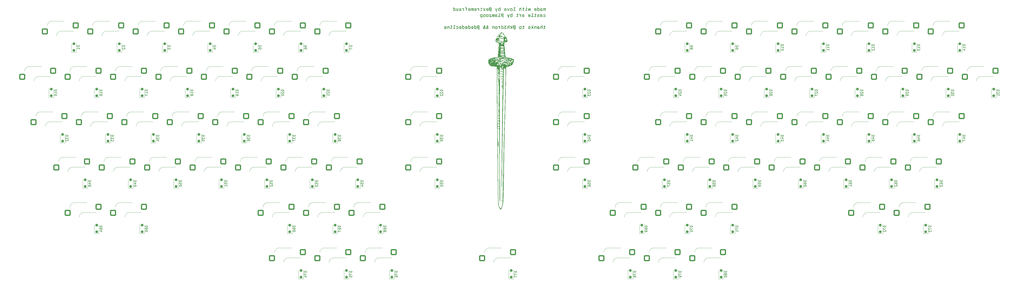
<source format=gbo>
G04 #@! TF.GenerationSoftware,KiCad,Pcbnew,8.0.9*
G04 #@! TF.CreationDate,2025-09-25T17:38:48-07:00*
G04 #@! TF.ProjectId,keyboard,6b657962-6f61-4726-942e-6b696361645f,v0.0.0-alpha*
G04 #@! TF.SameCoordinates,Original*
G04 #@! TF.FileFunction,Legend,Bot*
G04 #@! TF.FilePolarity,Positive*
%FSLAX46Y46*%
G04 Gerber Fmt 4.6, Leading zero omitted, Abs format (unit mm)*
G04 Created by KiCad (PCBNEW 8.0.9) date 2025-09-25 17:38:48*
%MOMM*%
%LPD*%
G01*
G04 APERTURE LIST*
G04 Aperture macros list*
%AMRoundRect*
0 Rectangle with rounded corners*
0 $1 Rounding radius*
0 $2 $3 $4 $5 $6 $7 $8 $9 X,Y pos of 4 corners*
0 Add a 4 corners polygon primitive as box body*
4,1,4,$2,$3,$4,$5,$6,$7,$8,$9,$2,$3,0*
0 Add four circle primitives for the rounded corners*
1,1,$1+$1,$2,$3*
1,1,$1+$1,$4,$5*
1,1,$1+$1,$6,$7*
1,1,$1+$1,$8,$9*
0 Add four rect primitives between the rounded corners*
20,1,$1+$1,$2,$3,$4,$5,0*
20,1,$1+$1,$4,$5,$6,$7,0*
20,1,$1+$1,$6,$7,$8,$9,0*
20,1,$1+$1,$8,$9,$2,$3,0*%
G04 Aperture macros list end*
%ADD10C,0.300000*%
%ADD11C,0.150000*%
%ADD12C,0.120000*%
%ADD13C,0.000000*%
%ADD14C,1.750000*%
%ADD15C,3.050000*%
%ADD16C,4.000000*%
%ADD17RoundRect,0.250000X-1.025000X-1.000000X1.025000X-1.000000X1.025000X1.000000X-1.025000X1.000000X0*%
%ADD18RoundRect,0.250000X0.300000X-0.300000X0.300000X0.300000X-0.300000X0.300000X-0.300000X-0.300000X0*%
G04 APERTURE END LIST*
D10*
G36*
X314916102Y-133435000D02*
G01*
X314691521Y-133435000D01*
X314691521Y-132857609D01*
X314690259Y-132768559D01*
X314684642Y-132680070D01*
X314670782Y-132603804D01*
X314632170Y-132540916D01*
X314576116Y-132525683D01*
X314508614Y-132557527D01*
X314486554Y-132628229D01*
X314480441Y-132704045D01*
X314479396Y-132769316D01*
X314479396Y-133435000D01*
X314254448Y-133435000D01*
X314254448Y-132857609D01*
X314253205Y-132768559D01*
X314247680Y-132680070D01*
X314234064Y-132603804D01*
X314196179Y-132540916D01*
X314141242Y-132525683D01*
X314073897Y-132557527D01*
X314051753Y-132628229D01*
X314045582Y-132704045D01*
X314044521Y-132769316D01*
X314044521Y-133435000D01*
X313819940Y-133435000D01*
X313819940Y-132769316D01*
X313821395Y-132673470D01*
X313826050Y-132590842D01*
X313837995Y-132499801D01*
X313857448Y-132428826D01*
X313902980Y-132355693D01*
X313971252Y-132316669D01*
X314048046Y-132305427D01*
X314065771Y-132305132D01*
X314139187Y-132312305D01*
X314205490Y-132346842D01*
X314250727Y-132409908D01*
X314273499Y-132460837D01*
X314285956Y-132460837D01*
X314312998Y-132385040D01*
X314362772Y-132329058D01*
X314441311Y-132306819D01*
X314483426Y-132305132D01*
X314562366Y-132312305D01*
X314633615Y-132346842D01*
X314682937Y-132409908D01*
X314708374Y-132460837D01*
X314720830Y-132460837D01*
X314720830Y-132326381D01*
X314916102Y-132326381D01*
X314916102Y-133435000D01*
G37*
G36*
X313212683Y-132306922D02*
G01*
X313288352Y-132312805D01*
X313370351Y-132328345D01*
X313445547Y-132362707D01*
X313501349Y-132430552D01*
X313524145Y-132513447D01*
X313529926Y-132599581D01*
X313529413Y-132649881D01*
X313293841Y-132649881D01*
X313287893Y-132575114D01*
X313238518Y-132515782D01*
X313155963Y-132501541D01*
X313117620Y-132500771D01*
X313036174Y-132505130D01*
X312964039Y-132528939D01*
X312922740Y-132590263D01*
X312912188Y-132670847D01*
X312911723Y-132700073D01*
X312911723Y-132752463D01*
X313060833Y-132752463D01*
X313135045Y-132753296D01*
X313232819Y-132758071D01*
X313315371Y-132767850D01*
X313403770Y-132790175D01*
X313469925Y-132825003D01*
X313525531Y-132889258D01*
X313551700Y-132959750D01*
X313564569Y-133049442D01*
X313567149Y-133130551D01*
X313563764Y-133220501D01*
X313547941Y-133308382D01*
X313506880Y-133382283D01*
X313435472Y-133427274D01*
X313347996Y-133446895D01*
X313256942Y-133453327D01*
X313203715Y-133454050D01*
X313121095Y-133451798D01*
X313045174Y-133441597D01*
X312974482Y-133410730D01*
X312926943Y-133354116D01*
X312903297Y-133302742D01*
X312893039Y-133302742D01*
X312893039Y-133435000D01*
X312682745Y-133435000D01*
X312682745Y-132929050D01*
X312913921Y-132929050D01*
X312917644Y-133015399D01*
X312929909Y-133099778D01*
X312959187Y-133170755D01*
X313019043Y-133218882D01*
X313097462Y-133236806D01*
X313165980Y-133239727D01*
X313239916Y-133235442D01*
X313306564Y-133204017D01*
X313328910Y-133127899D01*
X313329745Y-133097212D01*
X313322892Y-133020976D01*
X313279894Y-132956634D01*
X313205613Y-132934098D01*
X313120055Y-132929139D01*
X313102965Y-132929050D01*
X312913921Y-132929050D01*
X312682745Y-132929050D01*
X312682745Y-132696043D01*
X312685017Y-132612163D01*
X312696320Y-132519414D01*
X312719243Y-132446528D01*
X312767834Y-132380099D01*
X312842882Y-132337204D01*
X312925070Y-132317031D01*
X313001180Y-132308751D01*
X313090800Y-132305342D01*
X313123848Y-132305132D01*
X313212683Y-132306922D01*
G37*
G36*
X311640439Y-132437756D02*
G01*
X311650697Y-132437756D01*
X311685302Y-132370975D01*
X311748638Y-132323811D01*
X311828808Y-132308016D01*
X311913381Y-132305132D01*
X312006078Y-132308066D01*
X312085138Y-132317748D01*
X312171042Y-132343432D01*
X312236795Y-132386582D01*
X312284737Y-132450322D01*
X312317209Y-132537778D01*
X312332817Y-132620815D01*
X312342026Y-132720269D01*
X312345098Y-132796343D01*
X312346057Y-132880690D01*
X312345071Y-132965038D01*
X312341915Y-133041112D01*
X312332459Y-133140566D01*
X312316442Y-133223602D01*
X312283138Y-133311059D01*
X312233991Y-133374799D01*
X312166615Y-133417949D01*
X312078623Y-133443633D01*
X311997663Y-133453314D01*
X311902756Y-133456249D01*
X311827313Y-133454174D01*
X311748711Y-133442493D01*
X311682067Y-133407021D01*
X311638201Y-133341295D01*
X311629815Y-133321793D01*
X311619190Y-133321793D01*
X311619190Y-133435000D01*
X311394609Y-133435000D01*
X311395403Y-132878492D01*
X311625785Y-132878492D01*
X311626978Y-132954714D01*
X311632950Y-133038979D01*
X311649297Y-133119136D01*
X311685317Y-133183417D01*
X311755542Y-133222716D01*
X311844962Y-133233309D01*
X311862822Y-133233499D01*
X311943830Y-133228251D01*
X312015182Y-133204420D01*
X312068160Y-133144147D01*
X312092498Y-133057146D01*
X312100153Y-132977580D01*
X312102424Y-132878492D01*
X312101177Y-132802832D01*
X312094986Y-132719156D01*
X312078197Y-132639510D01*
X312041523Y-132575581D01*
X311970564Y-132536444D01*
X311897753Y-132526462D01*
X311862822Y-132525683D01*
X311782105Y-132530923D01*
X311711326Y-132554674D01*
X311659124Y-132614645D01*
X311635362Y-132701109D01*
X311627961Y-132780130D01*
X311625785Y-132878492D01*
X311395403Y-132878492D01*
X311396807Y-131893705D01*
X311642637Y-131893705D01*
X311640439Y-132437756D01*
G37*
G36*
X310697644Y-132308065D02*
G01*
X310782837Y-132317734D01*
X310854408Y-132335447D01*
X310930478Y-132373839D01*
X310986732Y-132431956D01*
X311025687Y-132512899D01*
X311045063Y-132590450D01*
X311057184Y-132683891D01*
X311063113Y-132794532D01*
X311064148Y-132878492D01*
X311063031Y-132962864D01*
X311059456Y-133039008D01*
X311048745Y-133138637D01*
X311030604Y-133221914D01*
X310992889Y-133309755D01*
X310937238Y-133373905D01*
X310860951Y-133417439D01*
X310788569Y-133438409D01*
X310701920Y-133450808D01*
X310599867Y-133455933D01*
X310562229Y-133456249D01*
X310480740Y-133454574D01*
X310389561Y-133446270D01*
X310316248Y-133429476D01*
X310246240Y-133393967D01*
X310196088Y-133339245D01*
X310161315Y-133262007D01*
X310141560Y-133181784D01*
X310133583Y-133134947D01*
X310366957Y-133134947D01*
X310403155Y-133201816D01*
X310474224Y-133234209D01*
X310553941Y-133239671D01*
X310566259Y-133239727D01*
X310650067Y-133235898D01*
X310724709Y-133218586D01*
X310787942Y-133166289D01*
X310817238Y-133085226D01*
X310827633Y-133002843D01*
X310828942Y-132983639D01*
X310118928Y-132983639D01*
X310117802Y-132884309D01*
X310119308Y-132794706D01*
X310119314Y-132794595D01*
X310350104Y-132794595D01*
X310826744Y-132794595D01*
X310821709Y-132716237D01*
X310808813Y-132639738D01*
X310774033Y-132567357D01*
X310702529Y-132524733D01*
X310620894Y-132513851D01*
X310587508Y-132513227D01*
X310511558Y-132517425D01*
X310434758Y-132541396D01*
X310381525Y-132604138D01*
X310360156Y-132682920D01*
X310351169Y-132773480D01*
X310350104Y-132794595D01*
X310119314Y-132794595D01*
X310123770Y-132714370D01*
X310136712Y-132610244D01*
X310158122Y-132524396D01*
X310189091Y-132455282D01*
X310247136Y-132386489D01*
X310326698Y-132341036D01*
X310402044Y-132320059D01*
X310492036Y-132308606D01*
X310597766Y-132305132D01*
X310697644Y-132308065D01*
G37*
G36*
X308481280Y-133435000D02*
G01*
X308227390Y-133435000D01*
X308082309Y-132555359D01*
X308067655Y-132555359D01*
X307924773Y-133435000D01*
X307670516Y-133435000D01*
X307471214Y-132326381D01*
X307706420Y-132326381D01*
X307800942Y-133185139D01*
X307807170Y-133185139D01*
X307945655Y-132326381D01*
X308203942Y-132326381D01*
X308344993Y-133185139D01*
X308351221Y-133185139D01*
X308445743Y-132326381D01*
X308680949Y-132326381D01*
X308481280Y-133435000D01*
G37*
G36*
X306955739Y-132103632D02*
G01*
X306645062Y-132103632D01*
X306645062Y-131805411D01*
X306955739Y-131805411D01*
X306955739Y-132103632D01*
G37*
G36*
X307228681Y-133435000D02*
G01*
X306323761Y-133435000D01*
X306323761Y-133225073D01*
X306649092Y-133225073D01*
X306649092Y-132326381D01*
X307207798Y-132326381D01*
X307207798Y-132536308D01*
X306884298Y-132536308D01*
X306884298Y-133225073D01*
X307228681Y-133225073D01*
X307228681Y-133435000D01*
G37*
G36*
X306051919Y-132525683D02*
G01*
X305772383Y-132525683D01*
X305772383Y-133082191D01*
X305770597Y-133162269D01*
X305761686Y-133250883D01*
X305737375Y-133335302D01*
X305683965Y-133403151D01*
X305614891Y-133436429D01*
X305540872Y-133450656D01*
X305448113Y-133456046D01*
X305421772Y-133456249D01*
X305341942Y-133453640D01*
X305263026Y-133446530D01*
X305177318Y-133436579D01*
X305115125Y-133428771D01*
X305115125Y-133204190D01*
X305191981Y-133215834D01*
X305267389Y-133224539D01*
X305341905Y-133227271D01*
X305418053Y-133223919D01*
X305491096Y-133202064D01*
X305528998Y-133135909D01*
X305533147Y-133075963D01*
X305533147Y-132525683D01*
X305167882Y-132525683D01*
X305167882Y-132326381D01*
X305529117Y-132326381D01*
X305529117Y-131998852D01*
X305770551Y-132099602D01*
X305770551Y-132326381D01*
X305991102Y-132326381D01*
X306051919Y-132525683D01*
G37*
G36*
X304746929Y-133435000D02*
G01*
X304498900Y-133435000D01*
X304498900Y-132866036D01*
X304496820Y-132771879D01*
X304489741Y-132696197D01*
X304471956Y-132624794D01*
X304425985Y-132561750D01*
X304349353Y-132532930D01*
X304272121Y-132527882D01*
X304190024Y-132534334D01*
X304124980Y-132568548D01*
X304095320Y-132644145D01*
X304089772Y-132724055D01*
X304089672Y-132740006D01*
X304089672Y-133435000D01*
X303841643Y-133435000D01*
X303841643Y-132740006D01*
X303843499Y-132646831D01*
X303849612Y-132567366D01*
X303865802Y-132481024D01*
X303901686Y-132401305D01*
X303958493Y-132348641D01*
X304040014Y-132318436D01*
X304125571Y-132307355D01*
X304202878Y-132305132D01*
X304279375Y-132307729D01*
X304359724Y-132322423D01*
X304423244Y-132360570D01*
X304468715Y-132428306D01*
X304488642Y-132475491D01*
X304498900Y-132475491D01*
X304498900Y-131893705D01*
X304746929Y-131893705D01*
X304746929Y-133435000D01*
G37*
G36*
X302233304Y-133435000D02*
G01*
X301303105Y-133435000D01*
X301303105Y-133223241D01*
X301639061Y-133223241D01*
X301639061Y-131906161D01*
X302212421Y-131906161D01*
X302212421Y-132118286D01*
X301872069Y-132118286D01*
X301872069Y-133223241D01*
X302233304Y-133223241D01*
X302233304Y-133435000D01*
G37*
G36*
X300597735Y-132306403D02*
G01*
X300696098Y-132313681D01*
X300779210Y-132328568D01*
X300868293Y-132362512D01*
X300935046Y-132415408D01*
X300982205Y-132490354D01*
X301006360Y-132562898D01*
X301022185Y-132650898D01*
X301030834Y-132755660D01*
X301033183Y-132835460D01*
X301033461Y-132878492D01*
X301032322Y-132962864D01*
X301028677Y-133039008D01*
X301017764Y-133138637D01*
X300999291Y-133221914D01*
X300972103Y-133290136D01*
X300920302Y-133359920D01*
X300848222Y-133408320D01*
X300753129Y-133438409D01*
X300665062Y-133450808D01*
X300561358Y-133455933D01*
X300523115Y-133456249D01*
X300448883Y-133454952D01*
X300351010Y-133447547D01*
X300268292Y-133432435D01*
X300179599Y-133398057D01*
X300113108Y-133344599D01*
X300066108Y-133268988D01*
X300042020Y-133195892D01*
X300026229Y-133107308D01*
X300017593Y-133001941D01*
X300015246Y-132921731D01*
X300014968Y-132878492D01*
X300258234Y-132878492D01*
X300259608Y-132954152D01*
X300266430Y-133037829D01*
X300284954Y-133117474D01*
X300325460Y-133181403D01*
X300390383Y-133216927D01*
X300466554Y-133229505D01*
X300523115Y-133231301D01*
X300597267Y-133228027D01*
X300669717Y-133212704D01*
X300738354Y-133163569D01*
X300771949Y-133088733D01*
X300785823Y-132998348D01*
X300789683Y-132905001D01*
X300789829Y-132878492D01*
X300788453Y-132803956D01*
X300781613Y-132721456D01*
X300763012Y-132642833D01*
X300722276Y-132579609D01*
X300656907Y-132544385D01*
X300580145Y-132531873D01*
X300523115Y-132530080D01*
X300449568Y-132533345D01*
X300377666Y-132548579D01*
X300309479Y-132597262D01*
X300276058Y-132671220D01*
X300262233Y-132760392D01*
X300258379Y-132852383D01*
X300258234Y-132878492D01*
X300014968Y-132878492D01*
X300016106Y-132794532D01*
X300019747Y-132718796D01*
X300030641Y-132619767D01*
X300049071Y-132537064D01*
X300087341Y-132449931D01*
X300143748Y-132386398D01*
X300221001Y-132343365D01*
X300294251Y-132322680D01*
X300381894Y-132310474D01*
X300485073Y-132305442D01*
X300523115Y-132305132D01*
X300597735Y-132306403D01*
G37*
G36*
X299411200Y-133435000D02*
G01*
X299119207Y-133435000D01*
X298743318Y-132326381D01*
X299007833Y-132326381D01*
X299259891Y-133199794D01*
X299270516Y-133199794D01*
X299522575Y-132326381D01*
X299787090Y-132326381D01*
X299411200Y-133435000D01*
G37*
G36*
X298109368Y-132308065D02*
G01*
X298194561Y-132317734D01*
X298266131Y-132335447D01*
X298342202Y-132373839D01*
X298398456Y-132431956D01*
X298437410Y-132512899D01*
X298456787Y-132590450D01*
X298468908Y-132683891D01*
X298474836Y-132794532D01*
X298475872Y-132878492D01*
X298474755Y-132962864D01*
X298471180Y-133039008D01*
X298460469Y-133138637D01*
X298442328Y-133221914D01*
X298404612Y-133309755D01*
X298348961Y-133373905D01*
X298272674Y-133417439D01*
X298200292Y-133438409D01*
X298113644Y-133450808D01*
X298011591Y-133455933D01*
X297973953Y-133456249D01*
X297892464Y-133454574D01*
X297801285Y-133446270D01*
X297727972Y-133429476D01*
X297657964Y-133393967D01*
X297607812Y-133339245D01*
X297573039Y-133262007D01*
X297553284Y-133181784D01*
X297545307Y-133134947D01*
X297778681Y-133134947D01*
X297814878Y-133201816D01*
X297885947Y-133234209D01*
X297965665Y-133239671D01*
X297977983Y-133239727D01*
X298061791Y-133235898D01*
X298136433Y-133218586D01*
X298199666Y-133166289D01*
X298228961Y-133085226D01*
X298239357Y-133002843D01*
X298240666Y-132983639D01*
X297530652Y-132983639D01*
X297529525Y-132884309D01*
X297531031Y-132794706D01*
X297531037Y-132794595D01*
X297761828Y-132794595D01*
X298238468Y-132794595D01*
X298233432Y-132716237D01*
X298220537Y-132639738D01*
X298185757Y-132567357D01*
X298114253Y-132524733D01*
X298032617Y-132513851D01*
X297999232Y-132513227D01*
X297923282Y-132517425D01*
X297846482Y-132541396D01*
X297793249Y-132604138D01*
X297771880Y-132682920D01*
X297762893Y-132773480D01*
X297761828Y-132794595D01*
X297531037Y-132794595D01*
X297535493Y-132714370D01*
X297548435Y-132610244D01*
X297569846Y-132524396D01*
X297600815Y-132455282D01*
X297658860Y-132386489D01*
X297738422Y-132341036D01*
X297813767Y-132320059D01*
X297903760Y-132308606D01*
X298009490Y-132305132D01*
X298109368Y-132308065D01*
G37*
G36*
X295945394Y-133435000D02*
G01*
X295720812Y-133435000D01*
X295720812Y-133321793D01*
X295710188Y-133321793D01*
X295673924Y-133388860D01*
X295614817Y-133433548D01*
X295532357Y-133452006D01*
X295444276Y-133456173D01*
X295426988Y-133456249D01*
X295334291Y-133453260D01*
X295255231Y-133443430D01*
X295169327Y-133417439D01*
X295103574Y-133373905D01*
X295055632Y-133309755D01*
X295023160Y-133221914D01*
X295007552Y-133138637D01*
X294998343Y-133039008D01*
X294995271Y-132962864D01*
X294994312Y-132878492D01*
X295237944Y-132878492D01*
X295239194Y-132954714D01*
X295245402Y-133038979D01*
X295262268Y-133119136D01*
X295299172Y-133183417D01*
X295370678Y-133222716D01*
X295444125Y-133232720D01*
X295479378Y-133233499D01*
X295559242Y-133228251D01*
X295629398Y-133204420D01*
X295681280Y-133144147D01*
X295704984Y-133057146D01*
X295712397Y-132977580D01*
X295714584Y-132878492D01*
X295713384Y-132802832D01*
X295707397Y-132719156D01*
X295691072Y-132639510D01*
X295655226Y-132575581D01*
X295585554Y-132536444D01*
X295497040Y-132525873D01*
X295479378Y-132525683D01*
X295397639Y-132530923D01*
X295325705Y-132554674D01*
X295272362Y-132614645D01*
X295247899Y-132701109D01*
X295240219Y-132780130D01*
X295237944Y-132878492D01*
X294994312Y-132878492D01*
X294995271Y-132794532D01*
X294998339Y-132718796D01*
X295007529Y-132619767D01*
X295023093Y-132537064D01*
X295055447Y-132449931D01*
X295103183Y-132386398D01*
X295168613Y-132343365D01*
X295254052Y-132317734D01*
X295332655Y-132308065D01*
X295424790Y-132305132D01*
X295510348Y-132308016D01*
X295582828Y-132320917D01*
X295649684Y-132364597D01*
X295689305Y-132437756D01*
X295699930Y-132437756D01*
X295697732Y-131893705D01*
X295943562Y-131893705D01*
X295945394Y-133435000D01*
G37*
G36*
X294499720Y-133897351D02*
G01*
X294252058Y-133897351D01*
X293710205Y-132326381D01*
X293962264Y-132326381D01*
X294218353Y-133126521D01*
X294226779Y-133126521D01*
X294487264Y-132326381D01*
X294739323Y-132326381D01*
X294382117Y-133361727D01*
X294308845Y-133361727D01*
X294499720Y-133897351D01*
G37*
G36*
X291959062Y-131983122D02*
G01*
X292032412Y-131987471D01*
X292109236Y-132000822D01*
X292176160Y-132034540D01*
X292222225Y-132108943D01*
X292237299Y-132184548D01*
X292243687Y-132285015D01*
X292244748Y-132378771D01*
X292244748Y-133250352D01*
X292243691Y-133336006D01*
X292237345Y-133427867D01*
X292216947Y-133511210D01*
X292165872Y-133573174D01*
X292093757Y-133600326D01*
X292012187Y-133610452D01*
X291934964Y-133613350D01*
X291875087Y-133613785D01*
X291526308Y-133613785D01*
X291526308Y-133397264D01*
X291879117Y-133397264D01*
X291953981Y-133393154D01*
X292011149Y-133342696D01*
X292017928Y-133258939D01*
X292017969Y-133246322D01*
X292017969Y-132374741D01*
X292015914Y-132298313D01*
X291995025Y-132225723D01*
X291917095Y-132199100D01*
X291872889Y-132198154D01*
X291473918Y-132198154D01*
X291404458Y-132231380D01*
X291394740Y-132312857D01*
X291394050Y-132380969D01*
X291394050Y-132492344D01*
X291408705Y-132492344D01*
X291464318Y-132441190D01*
X291533563Y-132414011D01*
X291579064Y-132412477D01*
X291670952Y-132414646D01*
X291756846Y-132427191D01*
X291824242Y-132465788D01*
X291861133Y-132541344D01*
X291873182Y-132618143D01*
X291877509Y-132692133D01*
X291879037Y-132781830D01*
X291879117Y-132815478D01*
X291878197Y-132911452D01*
X291874620Y-132991194D01*
X291863594Y-133074828D01*
X291835662Y-133147854D01*
X291773887Y-133198326D01*
X291692191Y-133217476D01*
X291602962Y-133222747D01*
X291549389Y-133223241D01*
X291474799Y-133218537D01*
X291412372Y-133174166D01*
X291391852Y-133145205D01*
X291377198Y-133145205D01*
X291341555Y-133210666D01*
X291303925Y-133218845D01*
X291181926Y-133218845D01*
X291180759Y-132822072D01*
X291402477Y-132822072D01*
X291404233Y-132903459D01*
X291419404Y-132976084D01*
X291491430Y-133010056D01*
X291530704Y-133011116D01*
X291609223Y-133003938D01*
X291656786Y-132940790D01*
X291662599Y-132863247D01*
X291662962Y-132817676D01*
X291661180Y-132733401D01*
X291645619Y-132658370D01*
X291579972Y-132624190D01*
X291530704Y-132622404D01*
X291454720Y-132629720D01*
X291408530Y-132694754D01*
X291402836Y-132774908D01*
X291402477Y-132822072D01*
X291180759Y-132822072D01*
X291179727Y-132471095D01*
X291179727Y-132380969D01*
X291180574Y-132286651D01*
X291183833Y-132208378D01*
X291193797Y-132126418D01*
X291218881Y-132055049D01*
X291274099Y-132005960D01*
X291346911Y-131987486D01*
X291426299Y-131982462D01*
X291473918Y-131981999D01*
X291870690Y-131981999D01*
X291959062Y-131983122D01*
G37*
G36*
X290556402Y-132308065D02*
G01*
X290641595Y-132317734D01*
X290713166Y-132335447D01*
X290789236Y-132373839D01*
X290845490Y-132431956D01*
X290884445Y-132512899D01*
X290903821Y-132590450D01*
X290915942Y-132683891D01*
X290921870Y-132794532D01*
X290922906Y-132878492D01*
X290921789Y-132962864D01*
X290918214Y-133039008D01*
X290907503Y-133138637D01*
X290889362Y-133221914D01*
X290851646Y-133309755D01*
X290795995Y-133373905D01*
X290719708Y-133417439D01*
X290647326Y-133438409D01*
X290560678Y-133450808D01*
X290458625Y-133455933D01*
X290420987Y-133456249D01*
X290339498Y-133454574D01*
X290248319Y-133446270D01*
X290175006Y-133429476D01*
X290104998Y-133393967D01*
X290054846Y-133339245D01*
X290020073Y-133262007D01*
X290000318Y-133181784D01*
X289992341Y-133134947D01*
X290225715Y-133134947D01*
X290261913Y-133201816D01*
X290332982Y-133234209D01*
X290412699Y-133239671D01*
X290425017Y-133239727D01*
X290508825Y-133235898D01*
X290583467Y-133218586D01*
X290646700Y-133166289D01*
X290675995Y-133085226D01*
X290686391Y-133002843D01*
X290687700Y-132983639D01*
X289977686Y-132983639D01*
X289976559Y-132884309D01*
X289978065Y-132794706D01*
X289978071Y-132794595D01*
X290208862Y-132794595D01*
X290685502Y-132794595D01*
X290680467Y-132716237D01*
X290667571Y-132639738D01*
X290632791Y-132567357D01*
X290561287Y-132524733D01*
X290479651Y-132513851D01*
X290446266Y-132513227D01*
X290370316Y-132517425D01*
X290293516Y-132541396D01*
X290240283Y-132604138D01*
X290218914Y-132682920D01*
X290209927Y-132773480D01*
X290208862Y-132794595D01*
X289978071Y-132794595D01*
X289982527Y-132714370D01*
X289995470Y-132610244D01*
X290016880Y-132524396D01*
X290047849Y-132455282D01*
X290105894Y-132386489D01*
X290185456Y-132341036D01*
X290260801Y-132320059D01*
X290350794Y-132308606D01*
X290456524Y-132305132D01*
X290556402Y-132308065D01*
G37*
G36*
X289701814Y-133435000D02*
G01*
X289414218Y-133435000D01*
X289199895Y-133059110D01*
X289189270Y-133059110D01*
X288973115Y-133435000D01*
X288685519Y-133435000D01*
X289048586Y-132876660D01*
X288693579Y-132326381D01*
X288983740Y-132326381D01*
X289187438Y-132706301D01*
X289193667Y-132706301D01*
X289395167Y-132326381D01*
X289680931Y-132326381D01*
X289336549Y-132876660D01*
X289701814Y-133435000D01*
G37*
G36*
X288428332Y-132525683D02*
G01*
X288148796Y-132525683D01*
X288148796Y-133082191D01*
X288147010Y-133162269D01*
X288138100Y-133250883D01*
X288113788Y-133335302D01*
X288060378Y-133403151D01*
X287991304Y-133436429D01*
X287917285Y-133450656D01*
X287824526Y-133456046D01*
X287798185Y-133456249D01*
X287718355Y-133453640D01*
X287639439Y-133446530D01*
X287553731Y-133436579D01*
X287491538Y-133428771D01*
X287491538Y-133204190D01*
X287568395Y-133215834D01*
X287643802Y-133224539D01*
X287718318Y-133227271D01*
X287794466Y-133223919D01*
X287867509Y-133202064D01*
X287905411Y-133135909D01*
X287909560Y-133075963D01*
X287909560Y-132525683D01*
X287544295Y-132525683D01*
X287544295Y-132326381D01*
X287905530Y-132326381D01*
X287905530Y-131998852D01*
X288146964Y-132099602D01*
X288146964Y-132326381D01*
X288367515Y-132326381D01*
X288428332Y-132525683D01*
G37*
G36*
X286978262Y-133435000D02*
G01*
X286732798Y-133435000D01*
X286732798Y-132975212D01*
X286731000Y-132885839D01*
X286725058Y-132809569D01*
X286709272Y-132726632D01*
X286674166Y-132649964D01*
X286618434Y-132599231D01*
X286538277Y-132570072D01*
X286454013Y-132559347D01*
X286377791Y-132557191D01*
X286299454Y-132560206D01*
X286223573Y-132569042D01*
X286175924Y-132576242D01*
X286175924Y-132334808D01*
X286256045Y-132327894D01*
X286336209Y-132322901D01*
X286415456Y-132321389D01*
X286467916Y-132321985D01*
X286545830Y-132324384D01*
X286623887Y-132338407D01*
X286688769Y-132384102D01*
X286735096Y-132449753D01*
X286780877Y-132531294D01*
X286791416Y-132550963D01*
X286802041Y-132550963D01*
X286768335Y-132326381D01*
X286978262Y-132326381D01*
X286978262Y-133435000D01*
G37*
G36*
X285521091Y-132308065D02*
G01*
X285606285Y-132317734D01*
X285677855Y-132335447D01*
X285753925Y-132373839D01*
X285810180Y-132431956D01*
X285849134Y-132512899D01*
X285868510Y-132590450D01*
X285880632Y-132683891D01*
X285886560Y-132794532D01*
X285887595Y-132878492D01*
X285886479Y-132962864D01*
X285882904Y-133039008D01*
X285872193Y-133138637D01*
X285854052Y-133221914D01*
X285816336Y-133309755D01*
X285760685Y-133373905D01*
X285684398Y-133417439D01*
X285612016Y-133438409D01*
X285525368Y-133450808D01*
X285423314Y-133455933D01*
X285385676Y-133456249D01*
X285304188Y-133454574D01*
X285213008Y-133446270D01*
X285139696Y-133429476D01*
X285069687Y-133393967D01*
X285019535Y-133339245D01*
X284984762Y-133262007D01*
X284965008Y-133181784D01*
X284957030Y-133134947D01*
X285190404Y-133134947D01*
X285226602Y-133201816D01*
X285297671Y-133234209D01*
X285377388Y-133239671D01*
X285389706Y-133239727D01*
X285473514Y-133235898D01*
X285548156Y-133218586D01*
X285611389Y-133166289D01*
X285640685Y-133085226D01*
X285651081Y-133002843D01*
X285652390Y-132983639D01*
X284942376Y-132983639D01*
X284941249Y-132884309D01*
X284942755Y-132794706D01*
X284942761Y-132794595D01*
X285173551Y-132794595D01*
X285650191Y-132794595D01*
X285645156Y-132716237D01*
X285632260Y-132639738D01*
X285597481Y-132567357D01*
X285525977Y-132524733D01*
X285444341Y-132513851D01*
X285410956Y-132513227D01*
X285335005Y-132517425D01*
X285258205Y-132541396D01*
X285204972Y-132604138D01*
X285183604Y-132682920D01*
X285174616Y-132773480D01*
X285173551Y-132794595D01*
X284942761Y-132794595D01*
X284947217Y-132714370D01*
X284960159Y-132610244D01*
X284981569Y-132524396D01*
X285012538Y-132455282D01*
X285070584Y-132386489D01*
X285150145Y-132341036D01*
X285225491Y-132320059D01*
X285315484Y-132308606D01*
X285421214Y-132305132D01*
X285521091Y-132308065D01*
G37*
G36*
X284704239Y-133435000D02*
G01*
X284479658Y-133435000D01*
X284479658Y-132857609D01*
X284478395Y-132768559D01*
X284472778Y-132680070D01*
X284458919Y-132603804D01*
X284420307Y-132540916D01*
X284364253Y-132525683D01*
X284296751Y-132557527D01*
X284274690Y-132628229D01*
X284268578Y-132704045D01*
X284267533Y-132769316D01*
X284267533Y-133435000D01*
X284042585Y-133435000D01*
X284042585Y-132857609D01*
X284041342Y-132768559D01*
X284035817Y-132680070D01*
X284022201Y-132603804D01*
X283984316Y-132540916D01*
X283929378Y-132525683D01*
X283862034Y-132557527D01*
X283839890Y-132628229D01*
X283833719Y-132704045D01*
X283832658Y-132769316D01*
X283832658Y-133435000D01*
X283608077Y-133435000D01*
X283608077Y-132769316D01*
X283609531Y-132673470D01*
X283614187Y-132590842D01*
X283626131Y-132499801D01*
X283645585Y-132428826D01*
X283691117Y-132355693D01*
X283759389Y-132316669D01*
X283836183Y-132305427D01*
X283853907Y-132305132D01*
X283927323Y-132312305D01*
X283993627Y-132346842D01*
X284038864Y-132409908D01*
X284061636Y-132460837D01*
X284074092Y-132460837D01*
X284101135Y-132385040D01*
X284150909Y-132329058D01*
X284229448Y-132306819D01*
X284271563Y-132305132D01*
X284350503Y-132312305D01*
X284421751Y-132346842D01*
X284471074Y-132409908D01*
X284496510Y-132460837D01*
X284508967Y-132460837D01*
X284508967Y-132326381D01*
X284704239Y-132326381D01*
X284704239Y-133435000D01*
G37*
G36*
X283003436Y-132308065D02*
G01*
X283088629Y-132317734D01*
X283160200Y-132335447D01*
X283236270Y-132373839D01*
X283292524Y-132431956D01*
X283331479Y-132512899D01*
X283350855Y-132590450D01*
X283362976Y-132683891D01*
X283368905Y-132794532D01*
X283369940Y-132878492D01*
X283368823Y-132962864D01*
X283365248Y-133039008D01*
X283354537Y-133138637D01*
X283336396Y-133221914D01*
X283298681Y-133309755D01*
X283243030Y-133373905D01*
X283166743Y-133417439D01*
X283094361Y-133438409D01*
X283007713Y-133450808D01*
X282905659Y-133455933D01*
X282868021Y-133456249D01*
X282786532Y-133454574D01*
X282695353Y-133446270D01*
X282622040Y-133429476D01*
X282552032Y-133393967D01*
X282501880Y-133339245D01*
X282467107Y-133262007D01*
X282447352Y-133181784D01*
X282439375Y-133134947D01*
X282672749Y-133134947D01*
X282708947Y-133201816D01*
X282780016Y-133234209D01*
X282859733Y-133239671D01*
X282872051Y-133239727D01*
X282955859Y-133235898D01*
X283030501Y-133218586D01*
X283093734Y-133166289D01*
X283123030Y-133085226D01*
X283133426Y-133002843D01*
X283134734Y-132983639D01*
X282424720Y-132983639D01*
X282423594Y-132884309D01*
X282425100Y-132794706D01*
X282425106Y-132794595D01*
X282655896Y-132794595D01*
X283132536Y-132794595D01*
X283127501Y-132716237D01*
X283114605Y-132639738D01*
X283079825Y-132567357D01*
X283008321Y-132524733D01*
X282926686Y-132513851D01*
X282893300Y-132513227D01*
X282817350Y-132517425D01*
X282740550Y-132541396D01*
X282687317Y-132604138D01*
X282665948Y-132682920D01*
X282656961Y-132773480D01*
X282655896Y-132794595D01*
X282425106Y-132794595D01*
X282429562Y-132714370D01*
X282442504Y-132610244D01*
X282463914Y-132524396D01*
X282494883Y-132455282D01*
X282552929Y-132386489D01*
X282632490Y-132341036D01*
X282707836Y-132320059D01*
X282797828Y-132308606D01*
X282903558Y-132305132D01*
X283003436Y-132308065D01*
G37*
G36*
X281806664Y-133435000D02*
G01*
X281567062Y-133435000D01*
X281567062Y-132530080D01*
X281212055Y-132530080D01*
X281212055Y-132326381D01*
X281567062Y-132326381D01*
X281567062Y-132206580D01*
X281551760Y-132129071D01*
X281484095Y-132081136D01*
X281398267Y-132068016D01*
X281318900Y-132066078D01*
X281219423Y-132068665D01*
X281191172Y-132069926D01*
X281191172Y-131853771D01*
X281281160Y-131849718D01*
X281362356Y-131848013D01*
X281468564Y-131850356D01*
X281557307Y-131859263D01*
X281629976Y-131875502D01*
X281704268Y-131909887D01*
X281765448Y-131975892D01*
X281793063Y-132049332D01*
X281805290Y-132143088D01*
X281806664Y-132198154D01*
X281806664Y-132326381D01*
X282115143Y-132326381D01*
X282041870Y-132530080D01*
X281806664Y-132530080D01*
X281806664Y-133435000D01*
G37*
G36*
X280684124Y-133435000D02*
G01*
X280438660Y-133435000D01*
X280438660Y-132975212D01*
X280436861Y-132885839D01*
X280430920Y-132809569D01*
X280415134Y-132726632D01*
X280380028Y-132649964D01*
X280324296Y-132599231D01*
X280244139Y-132570072D01*
X280159875Y-132559347D01*
X280083653Y-132557191D01*
X280005316Y-132560206D01*
X279929435Y-132569042D01*
X279881786Y-132576242D01*
X279881786Y-132334808D01*
X279961907Y-132327894D01*
X280042070Y-132322901D01*
X280121318Y-132321389D01*
X280173778Y-132321985D01*
X280251692Y-132324384D01*
X280329749Y-132338407D01*
X280394631Y-132384102D01*
X280440958Y-132449753D01*
X280486739Y-132531294D01*
X280497278Y-132550963D01*
X280507903Y-132550963D01*
X280474197Y-132326381D01*
X280684124Y-132326381D01*
X280684124Y-133435000D01*
G37*
G36*
X279224337Y-132306922D02*
G01*
X279300006Y-132312805D01*
X279382005Y-132328345D01*
X279457200Y-132362707D01*
X279513002Y-132430552D01*
X279535798Y-132513447D01*
X279541580Y-132599581D01*
X279541067Y-132649881D01*
X279305495Y-132649881D01*
X279299547Y-132575114D01*
X279250172Y-132515782D01*
X279167617Y-132501541D01*
X279129274Y-132500771D01*
X279047828Y-132505130D01*
X278975693Y-132528939D01*
X278934394Y-132590263D01*
X278923842Y-132670847D01*
X278923377Y-132700073D01*
X278923377Y-132752463D01*
X279072487Y-132752463D01*
X279146699Y-132753296D01*
X279244472Y-132758071D01*
X279327025Y-132767850D01*
X279415424Y-132790175D01*
X279481579Y-132825003D01*
X279537185Y-132889258D01*
X279563354Y-132959750D01*
X279576223Y-133049442D01*
X279578803Y-133130551D01*
X279575418Y-133220501D01*
X279559594Y-133308382D01*
X279518533Y-133382283D01*
X279447126Y-133427274D01*
X279359649Y-133446895D01*
X279268596Y-133453327D01*
X279215369Y-133454050D01*
X279132749Y-133451798D01*
X279056828Y-133441597D01*
X278986135Y-133410730D01*
X278938597Y-133354116D01*
X278914951Y-133302742D01*
X278904692Y-133302742D01*
X278904692Y-133435000D01*
X278694399Y-133435000D01*
X278694399Y-132929050D01*
X278925575Y-132929050D01*
X278929298Y-133015399D01*
X278941563Y-133099778D01*
X278970841Y-133170755D01*
X279030697Y-133218882D01*
X279109116Y-133236806D01*
X279177634Y-133239727D01*
X279251570Y-133235442D01*
X279318218Y-133204017D01*
X279340563Y-133127899D01*
X279341399Y-133097212D01*
X279334546Y-133020976D01*
X279291548Y-132956634D01*
X279217267Y-132934098D01*
X279131709Y-132929139D01*
X279114619Y-132929050D01*
X278925575Y-132929050D01*
X278694399Y-132929050D01*
X278694399Y-132696043D01*
X278696671Y-132612163D01*
X278707974Y-132519414D01*
X278730896Y-132446528D01*
X278779487Y-132380099D01*
X278854536Y-132337204D01*
X278936724Y-132317031D01*
X279012834Y-132308751D01*
X279102454Y-132305342D01*
X279135502Y-132305132D01*
X279224337Y-132306922D01*
G37*
G36*
X277410659Y-132326381D02*
G01*
X277658321Y-132326381D01*
X277658321Y-132899741D01*
X277660509Y-132991642D01*
X277667921Y-133065481D01*
X277691626Y-133146289D01*
X277743508Y-133202354D01*
X277813664Y-133224566D01*
X277893527Y-133229469D01*
X277975669Y-133223329D01*
X278045710Y-133184953D01*
X278072249Y-133107860D01*
X278076343Y-133027602D01*
X278076343Y-132326381D01*
X278324005Y-132326381D01*
X278324005Y-133027602D01*
X278322147Y-133119270D01*
X278316021Y-133197491D01*
X278299779Y-133282543D01*
X278263736Y-133361155D01*
X278206618Y-133413165D01*
X278124586Y-133443051D01*
X278038441Y-133454040D01*
X277960572Y-133456249D01*
X277874405Y-133453445D01*
X277794630Y-133440729D01*
X277726826Y-133408606D01*
X277677489Y-133352605D01*
X277642939Y-133281414D01*
X277637438Y-133267205D01*
X277626814Y-133267205D01*
X277626814Y-133435000D01*
X277410659Y-133435000D01*
X277410659Y-132326381D01*
G37*
G36*
X276393265Y-132437756D02*
G01*
X276403524Y-132437756D01*
X276438128Y-132370975D01*
X276501464Y-132323811D01*
X276581634Y-132308016D01*
X276666207Y-132305132D01*
X276758904Y-132308066D01*
X276837964Y-132317748D01*
X276923868Y-132343432D01*
X276989621Y-132386582D01*
X277037564Y-132450322D01*
X277070035Y-132537778D01*
X277085643Y-132620815D01*
X277094852Y-132720269D01*
X277097924Y-132796343D01*
X277098883Y-132880690D01*
X277097897Y-132965038D01*
X277094741Y-133041112D01*
X277085285Y-133140566D01*
X277069268Y-133223602D01*
X277035964Y-133311059D01*
X276986817Y-133374799D01*
X276919441Y-133417949D01*
X276831449Y-133443633D01*
X276750489Y-133453314D01*
X276655582Y-133456249D01*
X276580139Y-133454174D01*
X276501537Y-133442493D01*
X276434893Y-133407021D01*
X276391027Y-133341295D01*
X276382641Y-133321793D01*
X276372016Y-133321793D01*
X276372016Y-133435000D01*
X276147435Y-133435000D01*
X276148229Y-132878492D01*
X276378611Y-132878492D01*
X276379804Y-132954714D01*
X276385776Y-133038979D01*
X276402123Y-133119136D01*
X276438143Y-133183417D01*
X276508368Y-133222716D01*
X276597788Y-133233309D01*
X276615648Y-133233499D01*
X276696656Y-133228251D01*
X276768008Y-133204420D01*
X276820986Y-133144147D01*
X276845325Y-133057146D01*
X276852980Y-132977580D01*
X276855251Y-132878492D01*
X276854003Y-132802832D01*
X276847812Y-132719156D01*
X276831023Y-132639510D01*
X276794349Y-132575581D01*
X276723390Y-132536444D01*
X276650580Y-132526462D01*
X276615648Y-132525683D01*
X276534932Y-132530923D01*
X276464152Y-132554674D01*
X276411951Y-132614645D01*
X276388188Y-132701109D01*
X276380787Y-132780130D01*
X276378611Y-132878492D01*
X276148229Y-132878492D01*
X276149633Y-131893705D01*
X276395464Y-131893705D01*
X276393265Y-132437756D01*
G37*
G36*
X314126587Y-135635896D02*
G01*
X314150998Y-135707514D01*
X314212971Y-135747835D01*
X314286062Y-135755439D01*
X314309403Y-135755697D01*
X314397138Y-135750305D01*
X314474190Y-135726017D01*
X314531150Y-135665041D01*
X314554070Y-135594639D01*
X314563852Y-135519370D01*
X314567551Y-135425207D01*
X314567690Y-135398492D01*
X314566426Y-135322832D01*
X314560122Y-135239156D01*
X314542921Y-135159510D01*
X314505136Y-135095581D01*
X314431664Y-135056444D01*
X314356015Y-135046462D01*
X314319661Y-135045683D01*
X314244762Y-135050014D01*
X314171991Y-135081611D01*
X314138695Y-135148661D01*
X314130617Y-135188565D01*
X313886985Y-135188565D01*
X313891338Y-135110696D01*
X313904457Y-135024551D01*
X313935761Y-134942519D01*
X313987714Y-134885401D01*
X314064693Y-134849358D01*
X314147235Y-134833116D01*
X314222839Y-134826990D01*
X314311235Y-134825132D01*
X314385120Y-134826404D01*
X314482464Y-134833690D01*
X314564656Y-134848602D01*
X314652670Y-134882628D01*
X314718540Y-134935683D01*
X314765004Y-135010890D01*
X314788765Y-135083715D01*
X314804306Y-135172077D01*
X314812783Y-135277296D01*
X314815081Y-135357458D01*
X314815352Y-135400690D01*
X314814214Y-135485038D01*
X314810573Y-135561112D01*
X314799679Y-135660566D01*
X314781249Y-135743602D01*
X314742979Y-135831059D01*
X314686572Y-135894799D01*
X314609319Y-135937949D01*
X314536069Y-135958678D01*
X314448426Y-135970902D01*
X314345247Y-135975939D01*
X314307205Y-135976249D01*
X314221004Y-135974515D01*
X314147240Y-135968794D01*
X314066586Y-135953612D01*
X313991036Y-135919896D01*
X313939445Y-135866429D01*
X313907402Y-135789596D01*
X313892878Y-135708879D01*
X313886985Y-135635896D01*
X314126587Y-135635896D01*
G37*
G36*
X313212683Y-134826922D02*
G01*
X313288352Y-134832805D01*
X313370351Y-134848345D01*
X313445547Y-134882707D01*
X313501349Y-134950552D01*
X313524145Y-135033447D01*
X313529926Y-135119581D01*
X313529413Y-135169881D01*
X313293841Y-135169881D01*
X313287893Y-135095114D01*
X313238518Y-135035782D01*
X313155963Y-135021541D01*
X313117620Y-135020771D01*
X313036174Y-135025130D01*
X312964039Y-135048939D01*
X312922740Y-135110263D01*
X312912188Y-135190847D01*
X312911723Y-135220073D01*
X312911723Y-135272463D01*
X313060833Y-135272463D01*
X313135045Y-135273296D01*
X313232819Y-135278071D01*
X313315371Y-135287850D01*
X313403770Y-135310175D01*
X313469925Y-135345003D01*
X313525531Y-135409258D01*
X313551700Y-135479750D01*
X313564569Y-135569442D01*
X313567149Y-135650551D01*
X313563764Y-135740501D01*
X313547941Y-135828382D01*
X313506880Y-135902283D01*
X313435472Y-135947274D01*
X313347996Y-135966895D01*
X313256942Y-135973327D01*
X313203715Y-135974050D01*
X313121095Y-135971798D01*
X313045174Y-135961597D01*
X312974482Y-135930730D01*
X312926943Y-135874116D01*
X312903297Y-135822742D01*
X312893039Y-135822742D01*
X312893039Y-135955000D01*
X312682745Y-135955000D01*
X312682745Y-135449050D01*
X312913921Y-135449050D01*
X312917644Y-135535399D01*
X312929909Y-135619778D01*
X312959187Y-135690755D01*
X313019043Y-135738882D01*
X313097462Y-135756806D01*
X313165980Y-135759727D01*
X313239916Y-135755442D01*
X313306564Y-135724017D01*
X313328910Y-135647899D01*
X313329745Y-135617212D01*
X313322892Y-135540976D01*
X313279894Y-135476634D01*
X313205613Y-135454098D01*
X313120055Y-135449139D01*
X313102965Y-135449050D01*
X312913921Y-135449050D01*
X312682745Y-135449050D01*
X312682745Y-135216043D01*
X312685017Y-135132163D01*
X312696320Y-135039414D01*
X312719243Y-134966528D01*
X312767834Y-134900099D01*
X312842882Y-134857204D01*
X312925070Y-134837031D01*
X313001180Y-134828751D01*
X313090800Y-134825342D01*
X313123848Y-134825132D01*
X313212683Y-134826922D01*
G37*
G36*
X312314549Y-135640293D02*
G01*
X312313877Y-135733723D01*
X312302236Y-135808860D01*
X312268472Y-135879796D01*
X312208828Y-135928472D01*
X312139218Y-135953747D01*
X312047451Y-135968823D01*
X311962592Y-135974519D01*
X311862822Y-135976249D01*
X311761446Y-135974573D01*
X311675034Y-135969062D01*
X311581211Y-135954496D01*
X311509469Y-135930107D01*
X311446905Y-135883190D01*
X311409756Y-135814888D01*
X311394942Y-135742594D01*
X311390579Y-135652749D01*
X311394613Y-135567473D01*
X311413493Y-135482438D01*
X311452052Y-135417678D01*
X311514901Y-135369253D01*
X311585769Y-135339626D01*
X311677497Y-135315913D01*
X311761402Y-135300795D01*
X311825087Y-135291514D01*
X311905828Y-135278814D01*
X311986016Y-135258966D01*
X312050023Y-135213431D01*
X312062491Y-135153028D01*
X312044242Y-135079414D01*
X311973127Y-135045070D01*
X311889112Y-135037860D01*
X311841939Y-135037257D01*
X311765581Y-135039324D01*
X311691276Y-135052894D01*
X311645238Y-135111502D01*
X311642637Y-135131779D01*
X311411461Y-135131779D01*
X311416834Y-135046234D01*
X311436890Y-134962786D01*
X311486590Y-134892774D01*
X311554759Y-134855696D01*
X311630112Y-134837600D01*
X311726520Y-134827970D01*
X311814059Y-134825296D01*
X311846336Y-134825132D01*
X311943358Y-134826749D01*
X312026142Y-134832075D01*
X312116146Y-134846185D01*
X312199321Y-134877470D01*
X312254338Y-134927009D01*
X312285943Y-134998116D01*
X312297560Y-135072756D01*
X312299895Y-135140205D01*
X312296074Y-135222717D01*
X312278222Y-135304928D01*
X312231920Y-135377841D01*
X312167535Y-135421562D01*
X312096030Y-135448089D01*
X312004355Y-135469189D01*
X311921033Y-135482610D01*
X311890300Y-135486786D01*
X311817573Y-135497307D01*
X311734915Y-135515140D01*
X311666538Y-135546890D01*
X311631132Y-135616177D01*
X311629815Y-135642124D01*
X311648316Y-135718792D01*
X311721202Y-135754063D01*
X311807829Y-135761328D01*
X311856594Y-135761926D01*
X311931356Y-135760171D01*
X312005983Y-135750005D01*
X312067060Y-135707660D01*
X312081542Y-135640293D01*
X312314549Y-135640293D01*
G37*
G36*
X311087229Y-135045683D02*
G01*
X310807693Y-135045683D01*
X310807693Y-135602191D01*
X310805907Y-135682269D01*
X310796997Y-135770883D01*
X310772685Y-135855302D01*
X310719275Y-135923151D01*
X310650202Y-135956429D01*
X310576183Y-135970656D01*
X310483424Y-135976046D01*
X310457083Y-135976249D01*
X310377252Y-135973640D01*
X310298336Y-135966530D01*
X310212629Y-135956579D01*
X310150436Y-135948771D01*
X310150436Y-135724190D01*
X310227292Y-135735834D01*
X310302699Y-135744539D01*
X310377215Y-135747271D01*
X310453363Y-135743919D01*
X310526407Y-135722064D01*
X310564308Y-135655909D01*
X310568457Y-135595963D01*
X310568457Y-135045683D01*
X310203192Y-135045683D01*
X310203192Y-134846381D01*
X310564427Y-134846381D01*
X310564427Y-134518852D01*
X310805861Y-134619602D01*
X310805861Y-134846381D01*
X311026413Y-134846381D01*
X311087229Y-135045683D01*
G37*
G36*
X309786270Y-135955000D02*
G01*
X308856071Y-135955000D01*
X308856071Y-135743241D01*
X309192027Y-135743241D01*
X309192027Y-134426161D01*
X309765387Y-134426161D01*
X309765387Y-134638286D01*
X309425034Y-134638286D01*
X309425034Y-135743241D01*
X309786270Y-135743241D01*
X309786270Y-135955000D01*
G37*
G36*
X308179989Y-134828065D02*
G01*
X308265182Y-134837734D01*
X308336752Y-134855447D01*
X308412823Y-134893839D01*
X308469077Y-134951956D01*
X308508031Y-135032899D01*
X308527408Y-135110450D01*
X308539529Y-135203891D01*
X308545457Y-135314532D01*
X308546493Y-135398492D01*
X308545376Y-135482864D01*
X308541801Y-135559008D01*
X308531090Y-135658637D01*
X308512949Y-135741914D01*
X308475233Y-135829755D01*
X308419582Y-135893905D01*
X308343295Y-135937439D01*
X308270913Y-135958409D01*
X308184265Y-135970808D01*
X308082212Y-135975933D01*
X308044574Y-135976249D01*
X307963085Y-135974574D01*
X307871906Y-135966270D01*
X307798593Y-135949476D01*
X307728585Y-135913967D01*
X307678433Y-135859245D01*
X307643660Y-135782007D01*
X307623905Y-135701784D01*
X307615928Y-135654947D01*
X307849302Y-135654947D01*
X307885500Y-135721816D01*
X307956569Y-135754209D01*
X308036286Y-135759671D01*
X308048604Y-135759727D01*
X308132412Y-135755898D01*
X308207054Y-135738586D01*
X308270287Y-135686289D01*
X308299582Y-135605226D01*
X308309978Y-135522843D01*
X308311287Y-135503639D01*
X307601273Y-135503639D01*
X307600146Y-135404309D01*
X307601652Y-135314706D01*
X307601658Y-135314595D01*
X307832449Y-135314595D01*
X308309089Y-135314595D01*
X308304053Y-135236237D01*
X308291158Y-135159738D01*
X308256378Y-135087357D01*
X308184874Y-135044733D01*
X308103238Y-135033851D01*
X308069853Y-135033227D01*
X307993903Y-135037425D01*
X307917103Y-135061396D01*
X307863870Y-135124138D01*
X307842501Y-135202920D01*
X307833514Y-135293480D01*
X307832449Y-135314595D01*
X307601658Y-135314595D01*
X307606114Y-135234370D01*
X307619056Y-135130244D01*
X307640467Y-135044396D01*
X307671436Y-134975282D01*
X307729481Y-134906489D01*
X307809043Y-134861036D01*
X307884388Y-134840059D01*
X307974381Y-134828606D01*
X308080111Y-134825132D01*
X308179989Y-134828065D01*
G37*
G36*
X305659717Y-134826922D02*
G01*
X305735386Y-134832805D01*
X305817385Y-134848345D01*
X305892581Y-134882707D01*
X305948383Y-134950552D01*
X305971179Y-135033447D01*
X305976960Y-135119581D01*
X305976448Y-135169881D01*
X305740875Y-135169881D01*
X305734928Y-135095114D01*
X305685552Y-135035782D01*
X305602998Y-135021541D01*
X305564654Y-135020771D01*
X305483208Y-135025130D01*
X305411073Y-135048939D01*
X305369774Y-135110263D01*
X305359222Y-135190847D01*
X305358757Y-135220073D01*
X305358757Y-135272463D01*
X305507868Y-135272463D01*
X305582079Y-135273296D01*
X305679853Y-135278071D01*
X305762405Y-135287850D01*
X305850804Y-135310175D01*
X305916959Y-135345003D01*
X305972565Y-135409258D01*
X305998734Y-135479750D01*
X306011604Y-135569442D01*
X306014183Y-135650551D01*
X306010798Y-135740501D01*
X305994975Y-135828382D01*
X305953914Y-135902283D01*
X305882506Y-135947274D01*
X305795030Y-135966895D01*
X305703976Y-135973327D01*
X305650750Y-135974050D01*
X305568129Y-135971798D01*
X305492208Y-135961597D01*
X305421516Y-135930730D01*
X305373977Y-135874116D01*
X305350331Y-135822742D01*
X305340073Y-135822742D01*
X305340073Y-135955000D01*
X305129780Y-135955000D01*
X305129780Y-135449050D01*
X305360956Y-135449050D01*
X305364679Y-135535399D01*
X305376943Y-135619778D01*
X305406221Y-135690755D01*
X305466077Y-135738882D01*
X305544496Y-135756806D01*
X305613014Y-135759727D01*
X305686950Y-135755442D01*
X305753598Y-135724017D01*
X305775944Y-135647899D01*
X305776779Y-135617212D01*
X305769927Y-135540976D01*
X305726928Y-135476634D01*
X305652647Y-135454098D01*
X305567089Y-135449139D01*
X305550000Y-135449050D01*
X305360956Y-135449050D01*
X305129780Y-135449050D01*
X305129780Y-135216043D01*
X305132052Y-135132163D01*
X305143354Y-135039414D01*
X305166277Y-134966528D01*
X305214868Y-134900099D01*
X305289916Y-134857204D01*
X305372104Y-134837031D01*
X305448215Y-134828751D01*
X305537835Y-134825342D01*
X305570882Y-134825132D01*
X305659717Y-134826922D01*
G37*
G36*
X304601849Y-135955000D02*
G01*
X304356385Y-135955000D01*
X304356385Y-135495212D01*
X304354586Y-135405839D01*
X304348645Y-135329569D01*
X304332859Y-135246632D01*
X304297753Y-135169964D01*
X304242021Y-135119231D01*
X304161864Y-135090072D01*
X304077600Y-135079347D01*
X304001378Y-135077191D01*
X303923041Y-135080206D01*
X303847160Y-135089042D01*
X303799511Y-135096242D01*
X303799511Y-134854808D01*
X303879632Y-134847894D01*
X303959795Y-134842901D01*
X304039043Y-134841389D01*
X304091503Y-134841985D01*
X304169417Y-134844384D01*
X304247474Y-134858407D01*
X304312356Y-134904102D01*
X304358683Y-134969753D01*
X304404464Y-135051294D01*
X304415003Y-135070963D01*
X304425628Y-135070963D01*
X304391922Y-134846381D01*
X304601849Y-134846381D01*
X304601849Y-135955000D01*
G37*
G36*
X303534263Y-135045683D02*
G01*
X303254727Y-135045683D01*
X303254727Y-135602191D01*
X303252941Y-135682269D01*
X303244031Y-135770883D01*
X303219720Y-135855302D01*
X303166309Y-135923151D01*
X303097236Y-135956429D01*
X303023217Y-135970656D01*
X302930458Y-135976046D01*
X302904117Y-135976249D01*
X302824287Y-135973640D01*
X302745370Y-135966530D01*
X302659663Y-135956579D01*
X302597470Y-135948771D01*
X302597470Y-135724190D01*
X302674326Y-135735834D01*
X302749734Y-135744539D01*
X302824249Y-135747271D01*
X302900397Y-135743919D01*
X302973441Y-135722064D01*
X303011343Y-135655909D01*
X303015491Y-135595963D01*
X303015491Y-135045683D01*
X302650226Y-135045683D01*
X302650226Y-134846381D01*
X303011461Y-134846381D01*
X303011461Y-134518852D01*
X303252896Y-134619602D01*
X303252896Y-134846381D01*
X303473447Y-134846381D01*
X303534263Y-135045683D01*
G37*
G36*
X300980704Y-135955000D02*
G01*
X300756123Y-135955000D01*
X300756123Y-135841793D01*
X300745498Y-135841793D01*
X300709234Y-135908860D01*
X300650128Y-135953548D01*
X300567668Y-135972006D01*
X300479587Y-135976173D01*
X300462299Y-135976249D01*
X300369601Y-135973260D01*
X300290542Y-135963430D01*
X300204638Y-135937439D01*
X300138884Y-135893905D01*
X300090942Y-135829755D01*
X300058471Y-135741914D01*
X300042862Y-135658637D01*
X300033653Y-135559008D01*
X300030582Y-135482864D01*
X300029623Y-135398492D01*
X300273255Y-135398492D01*
X300274504Y-135474714D01*
X300280713Y-135558979D01*
X300297579Y-135639136D01*
X300334482Y-135703417D01*
X300405989Y-135742716D01*
X300479435Y-135752720D01*
X300514689Y-135753499D01*
X300594552Y-135748251D01*
X300664708Y-135724420D01*
X300716590Y-135664147D01*
X300740295Y-135577146D01*
X300747707Y-135497580D01*
X300749895Y-135398492D01*
X300748694Y-135322832D01*
X300742708Y-135239156D01*
X300726382Y-135159510D01*
X300690537Y-135095581D01*
X300620864Y-135056444D01*
X300532351Y-135045873D01*
X300514689Y-135045683D01*
X300432950Y-135050923D01*
X300361015Y-135074674D01*
X300307673Y-135134645D01*
X300283210Y-135221109D01*
X300275530Y-135300130D01*
X300273255Y-135398492D01*
X300029623Y-135398492D01*
X300030581Y-135314532D01*
X300033649Y-135238796D01*
X300042839Y-135139767D01*
X300058404Y-135057064D01*
X300090758Y-134969931D01*
X300138493Y-134906398D01*
X300203923Y-134863365D01*
X300289363Y-134837734D01*
X300367965Y-134828065D01*
X300460101Y-134825132D01*
X300545658Y-134828016D01*
X300618139Y-134840917D01*
X300684994Y-134884597D01*
X300724616Y-134957756D01*
X300735240Y-134957756D01*
X300733042Y-134413705D01*
X300978872Y-134413705D01*
X300980704Y-135955000D01*
G37*
G36*
X299535031Y-136417351D02*
G01*
X299287369Y-136417351D01*
X298745516Y-134846381D01*
X298997575Y-134846381D01*
X299253663Y-135646521D01*
X299262090Y-135646521D01*
X299522575Y-134846381D01*
X299774633Y-134846381D01*
X299417428Y-135881727D01*
X299344155Y-135881727D01*
X299535031Y-136417351D01*
G37*
G36*
X296994372Y-134503122D02*
G01*
X297067723Y-134507471D01*
X297144547Y-134520822D01*
X297211471Y-134554540D01*
X297257535Y-134628943D01*
X297272610Y-134704548D01*
X297278998Y-134805015D01*
X297280059Y-134898771D01*
X297280059Y-135770352D01*
X297279001Y-135856006D01*
X297272656Y-135947867D01*
X297252257Y-136031210D01*
X297201183Y-136093174D01*
X297129067Y-136120326D01*
X297047497Y-136130452D01*
X296970275Y-136133350D01*
X296910397Y-136133785D01*
X296561618Y-136133785D01*
X296561618Y-135917264D01*
X296914427Y-135917264D01*
X296989292Y-135913154D01*
X297046459Y-135862696D01*
X297053239Y-135778939D01*
X297053279Y-135766322D01*
X297053279Y-134894741D01*
X297051224Y-134818313D01*
X297030336Y-134745723D01*
X296952405Y-134719100D01*
X296908199Y-134718154D01*
X296509228Y-134718154D01*
X296439768Y-134751380D01*
X296430051Y-134832857D01*
X296429361Y-134900969D01*
X296429361Y-135012344D01*
X296444016Y-135012344D01*
X296499629Y-134961190D01*
X296568874Y-134934011D01*
X296614375Y-134932477D01*
X296706263Y-134934646D01*
X296792157Y-134947191D01*
X296859552Y-134985788D01*
X296896444Y-135061344D01*
X296908492Y-135138143D01*
X296912819Y-135212133D01*
X296914347Y-135301830D01*
X296914427Y-135335478D01*
X296913508Y-135431452D01*
X296909931Y-135511194D01*
X296898904Y-135594828D01*
X296870972Y-135667854D01*
X296809198Y-135718326D01*
X296727502Y-135737476D01*
X296638272Y-135742747D01*
X296584699Y-135743241D01*
X296510109Y-135738537D01*
X296447683Y-135694166D01*
X296427163Y-135665205D01*
X296412508Y-135665205D01*
X296376865Y-135730666D01*
X296339235Y-135738845D01*
X296217236Y-135738845D01*
X296216070Y-135342072D01*
X296437787Y-135342072D01*
X296439543Y-135423459D01*
X296454715Y-135496084D01*
X296526740Y-135530056D01*
X296566015Y-135531116D01*
X296644533Y-135523938D01*
X296692096Y-135460790D01*
X296697910Y-135383247D01*
X296698272Y-135337676D01*
X296696490Y-135253401D01*
X296680930Y-135178370D01*
X296615283Y-135144190D01*
X296566015Y-135142404D01*
X296490030Y-135149720D01*
X296443841Y-135214754D01*
X296438147Y-135294908D01*
X296437787Y-135342072D01*
X296216070Y-135342072D01*
X296215038Y-134991095D01*
X296215038Y-134900969D01*
X296215884Y-134806651D01*
X296219143Y-134728378D01*
X296229107Y-134646418D01*
X296254191Y-134575049D01*
X296309410Y-134525960D01*
X296382222Y-134507486D01*
X296461609Y-134502462D01*
X296509228Y-134501999D01*
X296906001Y-134501999D01*
X296994372Y-134503122D01*
G37*
G36*
X295626290Y-134623632D02*
G01*
X295315614Y-134623632D01*
X295315614Y-134325411D01*
X295626290Y-134325411D01*
X295626290Y-134623632D01*
G37*
G36*
X295899232Y-135955000D02*
G01*
X294994312Y-135955000D01*
X294994312Y-135745073D01*
X295319644Y-135745073D01*
X295319644Y-134846381D01*
X295878349Y-134846381D01*
X295878349Y-135056308D01*
X295554849Y-135056308D01*
X295554849Y-135745073D01*
X295899232Y-135745073D01*
X295899232Y-135955000D01*
G37*
G36*
X294330269Y-134826922D02*
G01*
X294405938Y-134832805D01*
X294487937Y-134848345D01*
X294563132Y-134882707D01*
X294618934Y-134950552D01*
X294641730Y-135033447D01*
X294647512Y-135119581D01*
X294646999Y-135169881D01*
X294411427Y-135169881D01*
X294405479Y-135095114D01*
X294356103Y-135035782D01*
X294273549Y-135021541D01*
X294235205Y-135020771D01*
X294153760Y-135025130D01*
X294081625Y-135048939D01*
X294040326Y-135110263D01*
X294029773Y-135190847D01*
X294029309Y-135220073D01*
X294029309Y-135272463D01*
X294178419Y-135272463D01*
X294252631Y-135273296D01*
X294350404Y-135278071D01*
X294432956Y-135287850D01*
X294521355Y-135310175D01*
X294587510Y-135345003D01*
X294643117Y-135409258D01*
X294669286Y-135479750D01*
X294682155Y-135569442D01*
X294684734Y-135650551D01*
X294681350Y-135740501D01*
X294665526Y-135828382D01*
X294624465Y-135902283D01*
X294553057Y-135947274D01*
X294465581Y-135966895D01*
X294374528Y-135973327D01*
X294321301Y-135974050D01*
X294238680Y-135971798D01*
X294162760Y-135961597D01*
X294092067Y-135930730D01*
X294044529Y-135874116D01*
X294020882Y-135822742D01*
X294010624Y-135822742D01*
X294010624Y-135955000D01*
X293800331Y-135955000D01*
X293800331Y-135449050D01*
X294031507Y-135449050D01*
X294035230Y-135535399D01*
X294047494Y-135619778D01*
X294076772Y-135690755D01*
X294136628Y-135738882D01*
X294215047Y-135756806D01*
X294283565Y-135759727D01*
X294357502Y-135755442D01*
X294424150Y-135724017D01*
X294446495Y-135647899D01*
X294447330Y-135617212D01*
X294440478Y-135540976D01*
X294397480Y-135476634D01*
X294323198Y-135454098D01*
X294237640Y-135449139D01*
X294220551Y-135449050D01*
X294031507Y-135449050D01*
X293800331Y-135449050D01*
X293800331Y-135216043D01*
X293802603Y-135132163D01*
X293813906Y-135039414D01*
X293836828Y-134966528D01*
X293885419Y-134900099D01*
X293960468Y-134857204D01*
X294042655Y-134837031D01*
X294118766Y-134828751D01*
X294208386Y-134825342D01*
X294241434Y-134825132D01*
X294330269Y-134826922D01*
G37*
G36*
X293516032Y-135955000D02*
G01*
X293291451Y-135955000D01*
X293291451Y-135377609D01*
X293290189Y-135288559D01*
X293284572Y-135200070D01*
X293270712Y-135123804D01*
X293232100Y-135060916D01*
X293176046Y-135045683D01*
X293108544Y-135077527D01*
X293086484Y-135148229D01*
X293080372Y-135224045D01*
X293079326Y-135289316D01*
X293079326Y-135955000D01*
X292854378Y-135955000D01*
X292854378Y-135377609D01*
X292853136Y-135288559D01*
X292847611Y-135200070D01*
X292833994Y-135123804D01*
X292796109Y-135060916D01*
X292741172Y-135045683D01*
X292673827Y-135077527D01*
X292651683Y-135148229D01*
X292645512Y-135224045D01*
X292644452Y-135289316D01*
X292644452Y-135955000D01*
X292419870Y-135955000D01*
X292419870Y-135289316D01*
X292421325Y-135193470D01*
X292425980Y-135110842D01*
X292437925Y-135019801D01*
X292457378Y-134948826D01*
X292502911Y-134875693D01*
X292571183Y-134836669D01*
X292647976Y-134825427D01*
X292665701Y-134825132D01*
X292739117Y-134832305D01*
X292805421Y-134866842D01*
X292850657Y-134929908D01*
X292873429Y-134980837D01*
X292885886Y-134980837D01*
X292912928Y-134905040D01*
X292962702Y-134849058D01*
X293041241Y-134826819D01*
X293083356Y-134825132D01*
X293162296Y-134832305D01*
X293233545Y-134866842D01*
X293282867Y-134929908D01*
X293308304Y-134980837D01*
X293320760Y-134980837D01*
X293320760Y-134846381D01*
X293516032Y-134846381D01*
X293516032Y-135955000D01*
G37*
G36*
X292152424Y-135955000D02*
G01*
X291272418Y-135955000D01*
X291272418Y-135730418D01*
X291858234Y-135732616D01*
X291272418Y-135066933D01*
X291272418Y-134846381D01*
X292116521Y-134846381D01*
X292116521Y-135066933D01*
X291566242Y-135066933D01*
X292152424Y-135732616D01*
X292152424Y-135955000D01*
G37*
G36*
X290527114Y-134826403D02*
G01*
X290625477Y-134833681D01*
X290708589Y-134848568D01*
X290797672Y-134882512D01*
X290864425Y-134935408D01*
X290911584Y-135010354D01*
X290935739Y-135082898D01*
X290951564Y-135170898D01*
X290960213Y-135275660D01*
X290962562Y-135355460D01*
X290962840Y-135398492D01*
X290961701Y-135482864D01*
X290958056Y-135559008D01*
X290947143Y-135658637D01*
X290928670Y-135741914D01*
X290901482Y-135810136D01*
X290849681Y-135879920D01*
X290777601Y-135928320D01*
X290682508Y-135958409D01*
X290594441Y-135970808D01*
X290490737Y-135975933D01*
X290452494Y-135976249D01*
X290378262Y-135974952D01*
X290280389Y-135967547D01*
X290197671Y-135952435D01*
X290108978Y-135918057D01*
X290042487Y-135864599D01*
X289995487Y-135788988D01*
X289971399Y-135715892D01*
X289955608Y-135627308D01*
X289946972Y-135521941D01*
X289944625Y-135441731D01*
X289944347Y-135398492D01*
X290187613Y-135398492D01*
X290188987Y-135474152D01*
X290195809Y-135557829D01*
X290214332Y-135637474D01*
X290254839Y-135701403D01*
X290319762Y-135736927D01*
X290395933Y-135749505D01*
X290452494Y-135751301D01*
X290526646Y-135748027D01*
X290599096Y-135732704D01*
X290667733Y-135683569D01*
X290701328Y-135608733D01*
X290715201Y-135518348D01*
X290719062Y-135425001D01*
X290719207Y-135398492D01*
X290717832Y-135323956D01*
X290710992Y-135241456D01*
X290692391Y-135162833D01*
X290651655Y-135099609D01*
X290586286Y-135064385D01*
X290509524Y-135051873D01*
X290452494Y-135050080D01*
X290378947Y-135053345D01*
X290307045Y-135068579D01*
X290238858Y-135117262D01*
X290205437Y-135191220D01*
X290191612Y-135280392D01*
X290187758Y-135372383D01*
X290187613Y-135398492D01*
X289944347Y-135398492D01*
X289945485Y-135314532D01*
X289949126Y-135238796D01*
X289960020Y-135139767D01*
X289978450Y-135057064D01*
X290016720Y-134969931D01*
X290073127Y-134906398D01*
X290150380Y-134863365D01*
X290223630Y-134842680D01*
X290311273Y-134830474D01*
X290414452Y-134825442D01*
X290452494Y-134825132D01*
X290527114Y-134826403D01*
G37*
G36*
X289268286Y-134826403D02*
G01*
X289366650Y-134833681D01*
X289449761Y-134848568D01*
X289538844Y-134882512D01*
X289605597Y-134935408D01*
X289652756Y-135010354D01*
X289676911Y-135082898D01*
X289692736Y-135170898D01*
X289701385Y-135275660D01*
X289703734Y-135355460D01*
X289704012Y-135398492D01*
X289702873Y-135482864D01*
X289699229Y-135559008D01*
X289688316Y-135658637D01*
X289669842Y-135741914D01*
X289642654Y-135810136D01*
X289590853Y-135879920D01*
X289518773Y-135928320D01*
X289423681Y-135958409D01*
X289335613Y-135970808D01*
X289231909Y-135975933D01*
X289193667Y-135976249D01*
X289119434Y-135974952D01*
X289021561Y-135967547D01*
X288938843Y-135952435D01*
X288850151Y-135918057D01*
X288783659Y-135864599D01*
X288736659Y-135788988D01*
X288712571Y-135715892D01*
X288696781Y-135627308D01*
X288688144Y-135521941D01*
X288685797Y-135441731D01*
X288685519Y-135398492D01*
X288928785Y-135398492D01*
X288930159Y-135474152D01*
X288936982Y-135557829D01*
X288955505Y-135637474D01*
X288996012Y-135701403D01*
X289060934Y-135736927D01*
X289137105Y-135749505D01*
X289193667Y-135751301D01*
X289267818Y-135748027D01*
X289340268Y-135732704D01*
X289408906Y-135683569D01*
X289442500Y-135608733D01*
X289456374Y-135518348D01*
X289460234Y-135425001D01*
X289460380Y-135398492D01*
X289459004Y-135323956D01*
X289452164Y-135241456D01*
X289433564Y-135162833D01*
X289392827Y-135099609D01*
X289327458Y-135064385D01*
X289250696Y-135051873D01*
X289193667Y-135050080D01*
X289120120Y-135053345D01*
X289048217Y-135068579D01*
X288980030Y-135117262D01*
X288946609Y-135191220D01*
X288932784Y-135280392D01*
X288928931Y-135372383D01*
X288928785Y-135398492D01*
X288685519Y-135398492D01*
X288686658Y-135314532D01*
X288690299Y-135238796D01*
X288701193Y-135139767D01*
X288719622Y-135057064D01*
X288757892Y-134969931D01*
X288814299Y-134906398D01*
X288891553Y-134863365D01*
X288964803Y-134842680D01*
X289052445Y-134830474D01*
X289155624Y-134825442D01*
X289193667Y-134825132D01*
X289268286Y-134826403D01*
G37*
G36*
X287956800Y-134827087D02*
G01*
X288034607Y-134838308D01*
X288099934Y-134873028D01*
X288141244Y-134938275D01*
X288148796Y-134957756D01*
X288159420Y-134957756D01*
X288159420Y-134846381D01*
X288396824Y-134846381D01*
X288396824Y-136406727D01*
X288148796Y-136406727D01*
X288148796Y-135843991D01*
X288138538Y-135843991D01*
X288102617Y-135910715D01*
X288037627Y-135957718D01*
X287955038Y-135973399D01*
X287867428Y-135976249D01*
X287776462Y-135973320D01*
X287698897Y-135963674D01*
X287614643Y-135938139D01*
X287550180Y-135895321D01*
X287503200Y-135832167D01*
X287471400Y-135745626D01*
X287456124Y-135663536D01*
X287447117Y-135565285D01*
X287444115Y-135490170D01*
X287443178Y-135406919D01*
X287443250Y-135400690D01*
X287686810Y-135400690D01*
X287688067Y-135475788D01*
X287694290Y-135558877D01*
X287711134Y-135638011D01*
X287747864Y-135701587D01*
X287818818Y-135740564D01*
X287891542Y-135750523D01*
X287926413Y-135751301D01*
X288006276Y-135746069D01*
X288076432Y-135722400D01*
X288128314Y-135662731D01*
X288152019Y-135576803D01*
X288159431Y-135498327D01*
X288161618Y-135400690D01*
X288160418Y-135325592D01*
X288154431Y-135242504D01*
X288138106Y-135163370D01*
X288094283Y-135092112D01*
X288019814Y-135057791D01*
X287944074Y-135050269D01*
X287926413Y-135050080D01*
X287845527Y-135055311D01*
X287774216Y-135078981D01*
X287721193Y-135138650D01*
X287696788Y-135224578D01*
X287689097Y-135303054D01*
X287686810Y-135400690D01*
X287443250Y-135400690D01*
X287444163Y-135321837D01*
X287447311Y-135245072D01*
X287456730Y-135144665D01*
X287472659Y-135060776D01*
X287505729Y-134972343D01*
X287554461Y-134907813D01*
X287621191Y-134864065D01*
X287708254Y-134837977D01*
X287788300Y-134828124D01*
X287882083Y-134825132D01*
X287956800Y-134827087D01*
G37*
G36*
X314863712Y-140085683D02*
G01*
X314584176Y-140085683D01*
X314584176Y-140642191D01*
X314582390Y-140722269D01*
X314573480Y-140810883D01*
X314549168Y-140895302D01*
X314495758Y-140963151D01*
X314426684Y-140996429D01*
X314352666Y-141010656D01*
X314259907Y-141016046D01*
X314233565Y-141016249D01*
X314153735Y-141013640D01*
X314074819Y-141006530D01*
X313989112Y-140996579D01*
X313926919Y-140988771D01*
X313926919Y-140764190D01*
X314003775Y-140775834D01*
X314079182Y-140784539D01*
X314153698Y-140787271D01*
X314229846Y-140783919D01*
X314302890Y-140762064D01*
X314340791Y-140695909D01*
X314344940Y-140635963D01*
X314344940Y-140085683D01*
X313979675Y-140085683D01*
X313979675Y-139886381D01*
X314340910Y-139886381D01*
X314340910Y-139558852D01*
X314582344Y-139659602D01*
X314582344Y-139886381D01*
X314802896Y-139886381D01*
X314863712Y-140085683D01*
G37*
G36*
X313558722Y-140995000D02*
G01*
X313310694Y-140995000D01*
X313310694Y-140426036D01*
X313308613Y-140331879D01*
X313301535Y-140256197D01*
X313283749Y-140184794D01*
X313237779Y-140121750D01*
X313161146Y-140092930D01*
X313083914Y-140087882D01*
X313001817Y-140094334D01*
X312936773Y-140128548D01*
X312907114Y-140204145D01*
X312901565Y-140284055D01*
X312901465Y-140300006D01*
X312901465Y-140995000D01*
X312653436Y-140995000D01*
X312653436Y-140300006D01*
X312655292Y-140206831D01*
X312661406Y-140127366D01*
X312677595Y-140041024D01*
X312713479Y-139961305D01*
X312770287Y-139908641D01*
X312851807Y-139878436D01*
X312937365Y-139867355D01*
X313014672Y-139865132D01*
X313091168Y-139867729D01*
X313171518Y-139882423D01*
X313235037Y-139920570D01*
X313280508Y-139988306D01*
X313300436Y-140035491D01*
X313310694Y-140035491D01*
X313310694Y-139453705D01*
X313558722Y-139453705D01*
X313558722Y-140995000D01*
G37*
G36*
X311953855Y-139866922D02*
G01*
X312029525Y-139872805D01*
X312111523Y-139888345D01*
X312186719Y-139922707D01*
X312242521Y-139990552D01*
X312265317Y-140073447D01*
X312271098Y-140159581D01*
X312270586Y-140209881D01*
X312035013Y-140209881D01*
X312029066Y-140135114D01*
X311979690Y-140075782D01*
X311897136Y-140061541D01*
X311858792Y-140060771D01*
X311777346Y-140065130D01*
X311705212Y-140088939D01*
X311663912Y-140150263D01*
X311653360Y-140230847D01*
X311652896Y-140260073D01*
X311652896Y-140312463D01*
X311802006Y-140312463D01*
X311876218Y-140313296D01*
X311973991Y-140318071D01*
X312056543Y-140327850D01*
X312144942Y-140350175D01*
X312211097Y-140385003D01*
X312266704Y-140449258D01*
X312292872Y-140519750D01*
X312305742Y-140609442D01*
X312308321Y-140690551D01*
X312304937Y-140780501D01*
X312289113Y-140868382D01*
X312248052Y-140942283D01*
X312176644Y-140987274D01*
X312089168Y-141006895D01*
X311998115Y-141013327D01*
X311944888Y-141014050D01*
X311862267Y-141011798D01*
X311786346Y-141001597D01*
X311715654Y-140970730D01*
X311668115Y-140914116D01*
X311644469Y-140862742D01*
X311634211Y-140862742D01*
X311634211Y-140995000D01*
X311423918Y-140995000D01*
X311423918Y-140489050D01*
X311655094Y-140489050D01*
X311658817Y-140575399D01*
X311671081Y-140659778D01*
X311700359Y-140730755D01*
X311760215Y-140778882D01*
X311838634Y-140796806D01*
X311907152Y-140799727D01*
X311981088Y-140795442D01*
X312047737Y-140764017D01*
X312070082Y-140687899D01*
X312070917Y-140657212D01*
X312064065Y-140580976D01*
X312021067Y-140516634D01*
X311946785Y-140494098D01*
X311861227Y-140489139D01*
X311844138Y-140489050D01*
X311655094Y-140489050D01*
X311423918Y-140489050D01*
X311423918Y-140256043D01*
X311426190Y-140172163D01*
X311437492Y-140079414D01*
X311460415Y-140006528D01*
X311509006Y-139940099D01*
X311584055Y-139897204D01*
X311666242Y-139877031D01*
X311742353Y-139868751D01*
X311831973Y-139865342D01*
X311865020Y-139865132D01*
X311953855Y-139866922D01*
G37*
G36*
X311051325Y-140995000D02*
G01*
X310803663Y-140995000D01*
X310803663Y-140422006D01*
X310801476Y-140330000D01*
X310794063Y-140256111D01*
X310770358Y-140175306D01*
X310718477Y-140119308D01*
X310648320Y-140097158D01*
X310568457Y-140092278D01*
X310486315Y-140098373D01*
X310416274Y-140136594D01*
X310389735Y-140213554D01*
X310385642Y-140293778D01*
X310385642Y-140995000D01*
X310137979Y-140995000D01*
X310137979Y-140293778D01*
X310139837Y-140202196D01*
X310145963Y-140124026D01*
X310162205Y-140039000D01*
X310198249Y-139960371D01*
X310255366Y-139908312D01*
X310337398Y-139878371D01*
X310423544Y-139867350D01*
X310501413Y-139865132D01*
X310587579Y-139867936D01*
X310667354Y-139880652D01*
X310735158Y-139912775D01*
X310784495Y-139968776D01*
X310819045Y-140039967D01*
X310824546Y-140054176D01*
X310835170Y-140054176D01*
X310835170Y-139886381D01*
X311051325Y-139886381D01*
X311051325Y-140995000D01*
G37*
G36*
X309740108Y-140995000D02*
G01*
X309500872Y-140995000D01*
X309500872Y-140445087D01*
X309068196Y-140995000D01*
X308753122Y-140995000D01*
X309227564Y-140411381D01*
X308818335Y-139886381D01*
X309131210Y-139886381D01*
X309500872Y-140369249D01*
X309500872Y-139466161D01*
X309740108Y-139466161D01*
X309740108Y-140995000D01*
G37*
G36*
X308538066Y-140680293D02*
G01*
X308537395Y-140773723D01*
X308525753Y-140848860D01*
X308491989Y-140919796D01*
X308432345Y-140968472D01*
X308362735Y-140993747D01*
X308270968Y-141008823D01*
X308186109Y-141014519D01*
X308086339Y-141016249D01*
X307984963Y-141014573D01*
X307898551Y-141009062D01*
X307804728Y-140994496D01*
X307732986Y-140970107D01*
X307670422Y-140923190D01*
X307633273Y-140854888D01*
X307618459Y-140782594D01*
X307614096Y-140692749D01*
X307618130Y-140607473D01*
X307637010Y-140522438D01*
X307675569Y-140457678D01*
X307738418Y-140409253D01*
X307809286Y-140379626D01*
X307901014Y-140355913D01*
X307984919Y-140340795D01*
X308048604Y-140331514D01*
X308129345Y-140318814D01*
X308209533Y-140298966D01*
X308273540Y-140253431D01*
X308286008Y-140193028D01*
X308267759Y-140119414D01*
X308196644Y-140085070D01*
X308112629Y-140077860D01*
X308065457Y-140077257D01*
X307989098Y-140079324D01*
X307914793Y-140092894D01*
X307868755Y-140151502D01*
X307866154Y-140171779D01*
X307634979Y-140171779D01*
X307640351Y-140086234D01*
X307660407Y-140002786D01*
X307710107Y-139932774D01*
X307778276Y-139895696D01*
X307853629Y-139877600D01*
X307950038Y-139867970D01*
X308037576Y-139865296D01*
X308069853Y-139865132D01*
X308166875Y-139866749D01*
X308249659Y-139872075D01*
X308339663Y-139886185D01*
X308422838Y-139917470D01*
X308477855Y-139967009D01*
X308509460Y-140038116D01*
X308521077Y-140112756D01*
X308523412Y-140180205D01*
X308519592Y-140262717D01*
X308501739Y-140344928D01*
X308455437Y-140417841D01*
X308391052Y-140461562D01*
X308319547Y-140488089D01*
X308227873Y-140509189D01*
X308144550Y-140522610D01*
X308113817Y-140526786D01*
X308041090Y-140537307D01*
X307958432Y-140555140D01*
X307890055Y-140586890D01*
X307854649Y-140656177D01*
X307853332Y-140682124D01*
X307871833Y-140758792D01*
X307944719Y-140794063D01*
X308031346Y-140801328D01*
X308080111Y-140801926D01*
X308154873Y-140800171D01*
X308229500Y-140790005D01*
X308290577Y-140747660D01*
X308305059Y-140680293D01*
X308538066Y-140680293D01*
G37*
G36*
X306051919Y-140085683D02*
G01*
X305772383Y-140085683D01*
X305772383Y-140642191D01*
X305770597Y-140722269D01*
X305761686Y-140810883D01*
X305737375Y-140895302D01*
X305683965Y-140963151D01*
X305614891Y-140996429D01*
X305540872Y-141010656D01*
X305448113Y-141016046D01*
X305421772Y-141016249D01*
X305341942Y-141013640D01*
X305263026Y-141006530D01*
X305177318Y-140996579D01*
X305115125Y-140988771D01*
X305115125Y-140764190D01*
X305191981Y-140775834D01*
X305267389Y-140784539D01*
X305341905Y-140787271D01*
X305418053Y-140783919D01*
X305491096Y-140762064D01*
X305528998Y-140695909D01*
X305533147Y-140635963D01*
X305533147Y-140085683D01*
X305167882Y-140085683D01*
X305167882Y-139886381D01*
X305529117Y-139886381D01*
X305529117Y-139558852D01*
X305770551Y-139659602D01*
X305770551Y-139886381D01*
X305991102Y-139886381D01*
X306051919Y-140085683D01*
G37*
G36*
X304374218Y-139866403D02*
G01*
X304472581Y-139873681D01*
X304555693Y-139888568D01*
X304644776Y-139922512D01*
X304711529Y-139975408D01*
X304758688Y-140050354D01*
X304782843Y-140122898D01*
X304798668Y-140210898D01*
X304807317Y-140315660D01*
X304809666Y-140395460D01*
X304809944Y-140438492D01*
X304808805Y-140522864D01*
X304805160Y-140599008D01*
X304794247Y-140698637D01*
X304775774Y-140781914D01*
X304748586Y-140850136D01*
X304696785Y-140919920D01*
X304624705Y-140968320D01*
X304529612Y-140998409D01*
X304441545Y-141010808D01*
X304337841Y-141015933D01*
X304299598Y-141016249D01*
X304225366Y-141014952D01*
X304127493Y-141007547D01*
X304044775Y-140992435D01*
X303956082Y-140958057D01*
X303889591Y-140904599D01*
X303842591Y-140828988D01*
X303818503Y-140755892D01*
X303802712Y-140667308D01*
X303794076Y-140561941D01*
X303791729Y-140481731D01*
X303791451Y-140438492D01*
X304034717Y-140438492D01*
X304036091Y-140514152D01*
X304042913Y-140597829D01*
X304061436Y-140677474D01*
X304101943Y-140741403D01*
X304166866Y-140776927D01*
X304243037Y-140789505D01*
X304299598Y-140791301D01*
X304373750Y-140788027D01*
X304446200Y-140772704D01*
X304514837Y-140723569D01*
X304548431Y-140648733D01*
X304562305Y-140558348D01*
X304566166Y-140465001D01*
X304566311Y-140438492D01*
X304564936Y-140363956D01*
X304558096Y-140281456D01*
X304539495Y-140202833D01*
X304498759Y-140139609D01*
X304433390Y-140104385D01*
X304356628Y-140091873D01*
X304299598Y-140090080D01*
X304226051Y-140093345D01*
X304154149Y-140108579D01*
X304085962Y-140157262D01*
X304052541Y-140231220D01*
X304038716Y-140320392D01*
X304034862Y-140412383D01*
X304034717Y-140438492D01*
X303791451Y-140438492D01*
X303792589Y-140354532D01*
X303796230Y-140278796D01*
X303807124Y-140179767D01*
X303825554Y-140097064D01*
X303863824Y-140009931D01*
X303920231Y-139946398D01*
X303997484Y-139903365D01*
X304070734Y-139882680D01*
X304158377Y-139870474D01*
X304261555Y-139865442D01*
X304299598Y-139865132D01*
X304374218Y-139866403D01*
G37*
G36*
X302029683Y-139543122D02*
G01*
X302103033Y-139547471D01*
X302179857Y-139560822D01*
X302246781Y-139594540D01*
X302292846Y-139668943D01*
X302307920Y-139744548D01*
X302314308Y-139845015D01*
X302315369Y-139938771D01*
X302315369Y-140810352D01*
X302314312Y-140896006D01*
X302307966Y-140987867D01*
X302287568Y-141071210D01*
X302236493Y-141133174D01*
X302164378Y-141160326D01*
X302082808Y-141170452D01*
X302005585Y-141173350D01*
X301945708Y-141173785D01*
X301596929Y-141173785D01*
X301596929Y-140957264D01*
X301949738Y-140957264D01*
X302024602Y-140953154D01*
X302081770Y-140902696D01*
X302088549Y-140818939D01*
X302088590Y-140806322D01*
X302088590Y-139934741D01*
X302086535Y-139858313D01*
X302065646Y-139785723D01*
X301987716Y-139759100D01*
X301943510Y-139758154D01*
X301544539Y-139758154D01*
X301475079Y-139791380D01*
X301465361Y-139872857D01*
X301464672Y-139940969D01*
X301464672Y-140052344D01*
X301479326Y-140052344D01*
X301534939Y-140001190D01*
X301604184Y-139974011D01*
X301649685Y-139972477D01*
X301741573Y-139974646D01*
X301827467Y-139987191D01*
X301894863Y-140025788D01*
X301931754Y-140101344D01*
X301943803Y-140178143D01*
X301948130Y-140252133D01*
X301949658Y-140341830D01*
X301949738Y-140375478D01*
X301948818Y-140471452D01*
X301945241Y-140551194D01*
X301934215Y-140634828D01*
X301906283Y-140707854D01*
X301844508Y-140758326D01*
X301762812Y-140777476D01*
X301673583Y-140782747D01*
X301620010Y-140783241D01*
X301545420Y-140778537D01*
X301482993Y-140734166D01*
X301462473Y-140705205D01*
X301447819Y-140705205D01*
X301412176Y-140770666D01*
X301374546Y-140778845D01*
X301252547Y-140778845D01*
X301251380Y-140382072D01*
X301473098Y-140382072D01*
X301474854Y-140463459D01*
X301490026Y-140536084D01*
X301562051Y-140570056D01*
X301601325Y-140571116D01*
X301679844Y-140563938D01*
X301727407Y-140500790D01*
X301733220Y-140423247D01*
X301733583Y-140377676D01*
X301731801Y-140293401D01*
X301716240Y-140218370D01*
X301650593Y-140184190D01*
X301601325Y-140182404D01*
X301525341Y-140189720D01*
X301479151Y-140254754D01*
X301473457Y-140334908D01*
X301473098Y-140382072D01*
X301251380Y-140382072D01*
X301250348Y-140031095D01*
X301250348Y-139940969D01*
X301251195Y-139846651D01*
X301254454Y-139768378D01*
X301264418Y-139686418D01*
X301289502Y-139615049D01*
X301344721Y-139565960D01*
X301417533Y-139547486D01*
X301496920Y-139542462D01*
X301544539Y-139541999D01*
X301941311Y-139541999D01*
X302029683Y-139543122D01*
G37*
G36*
X300928314Y-140995000D02*
G01*
X300689078Y-140995000D01*
X300689078Y-140445087D01*
X300256402Y-140995000D01*
X299941329Y-140995000D01*
X300415771Y-140411381D01*
X300006542Y-139886381D01*
X300319417Y-139886381D01*
X300689078Y-140369249D01*
X300689078Y-139466161D01*
X300928314Y-139466161D01*
X300928314Y-140995000D01*
G37*
G36*
X299711618Y-140995000D02*
G01*
X299463590Y-140995000D01*
X299463590Y-140426036D01*
X299461509Y-140331879D01*
X299454431Y-140256197D01*
X299436645Y-140184794D01*
X299390675Y-140121750D01*
X299314042Y-140092930D01*
X299236810Y-140087882D01*
X299154713Y-140094334D01*
X299089669Y-140128548D01*
X299060010Y-140204145D01*
X299054461Y-140284055D01*
X299054361Y-140300006D01*
X299054361Y-140995000D01*
X298806332Y-140995000D01*
X298806332Y-140300006D01*
X298808188Y-140206831D01*
X298814302Y-140127366D01*
X298830491Y-140041024D01*
X298866375Y-139961305D01*
X298923183Y-139908641D01*
X299004703Y-139878436D01*
X299090261Y-139867355D01*
X299167568Y-139865132D01*
X299244064Y-139867729D01*
X299324414Y-139882423D01*
X299387934Y-139920570D01*
X299433404Y-139988306D01*
X299453332Y-140035491D01*
X299463590Y-140035491D01*
X299463590Y-139453705D01*
X299711618Y-139453705D01*
X299711618Y-140995000D01*
G37*
G36*
X298490526Y-140934183D02*
G01*
X298417860Y-140958518D01*
X298337873Y-140981828D01*
X298264265Y-140998944D01*
X298184343Y-141011411D01*
X298108444Y-141016174D01*
X298097784Y-141016249D01*
X298021334Y-141015185D01*
X297920560Y-141009093D01*
X297835416Y-140996625D01*
X297764717Y-140976681D01*
X297690881Y-140936554D01*
X297637822Y-140878567D01*
X297602735Y-140800109D01*
X297586528Y-140726261D01*
X297577671Y-140638330D01*
X297574982Y-140535212D01*
X297577135Y-140448522D01*
X297584246Y-140374533D01*
X297603130Y-140294017D01*
X297645108Y-140219394D01*
X297711725Y-140169628D01*
X297785802Y-140144794D01*
X297880865Y-140130865D01*
X297967329Y-140126237D01*
X297999232Y-140125617D01*
X297650453Y-139758154D01*
X297650453Y-139566912D01*
X298461217Y-139566912D01*
X298461217Y-139783433D01*
X297944644Y-139783433D01*
X298240666Y-140100338D01*
X298240666Y-140346168D01*
X298149615Y-140333213D01*
X298071999Y-140325328D01*
X297987719Y-140323420D01*
X297909978Y-140336246D01*
X297844564Y-140386040D01*
X297820340Y-140461879D01*
X297816416Y-140531182D01*
X297820600Y-140619649D01*
X297839611Y-140697284D01*
X297887729Y-140754608D01*
X297957220Y-140780745D01*
X298039066Y-140789984D01*
X298099982Y-140791301D01*
X298176821Y-140784437D01*
X298253373Y-140766555D01*
X298327797Y-140741763D01*
X298397168Y-140714043D01*
X298474143Y-140679590D01*
X298490526Y-140671866D01*
X298490526Y-140934183D01*
G37*
G36*
X296534508Y-139997756D02*
G01*
X296544766Y-139997756D01*
X296579370Y-139930975D01*
X296642706Y-139883811D01*
X296722876Y-139868016D01*
X296807449Y-139865132D01*
X296900147Y-139868066D01*
X296979206Y-139877748D01*
X297065110Y-139903432D01*
X297130863Y-139946582D01*
X297178806Y-140010322D01*
X297211277Y-140097778D01*
X297226885Y-140180815D01*
X297236094Y-140280269D01*
X297239166Y-140356343D01*
X297240125Y-140440690D01*
X297239139Y-140525038D01*
X297235983Y-140601112D01*
X297226528Y-140700566D01*
X297210510Y-140783602D01*
X297177206Y-140871059D01*
X297128060Y-140934799D01*
X297060684Y-140977949D01*
X296972691Y-141003633D01*
X296891731Y-141013314D01*
X296796824Y-141016249D01*
X296721382Y-141014174D01*
X296642780Y-141002493D01*
X296576135Y-140967021D01*
X296532269Y-140901295D01*
X296523883Y-140881793D01*
X296513258Y-140881793D01*
X296513258Y-140995000D01*
X296288677Y-140995000D01*
X296289471Y-140438492D01*
X296519853Y-140438492D01*
X296521046Y-140514714D01*
X296527018Y-140598979D01*
X296543365Y-140679136D01*
X296579385Y-140743417D01*
X296649610Y-140782716D01*
X296739030Y-140793309D01*
X296756891Y-140793499D01*
X296837898Y-140788251D01*
X296909250Y-140764420D01*
X296962228Y-140704147D01*
X296986567Y-140617146D01*
X296994222Y-140537580D01*
X296996493Y-140438492D01*
X296995245Y-140362832D01*
X296989054Y-140279156D01*
X296972266Y-140199510D01*
X296935591Y-140135581D01*
X296864632Y-140096444D01*
X296791822Y-140086462D01*
X296756891Y-140085683D01*
X296676174Y-140090923D01*
X296605394Y-140114674D01*
X296553193Y-140174645D01*
X296529430Y-140261109D01*
X296522029Y-140340130D01*
X296519853Y-140438492D01*
X296289471Y-140438492D01*
X296290875Y-139453705D01*
X296536706Y-139453705D01*
X296534508Y-139997756D01*
G37*
G36*
X295790055Y-140995000D02*
G01*
X295544591Y-140995000D01*
X295544591Y-140535212D01*
X295542793Y-140445839D01*
X295536851Y-140369569D01*
X295521065Y-140286632D01*
X295485960Y-140209964D01*
X295430228Y-140159231D01*
X295350071Y-140130072D01*
X295265806Y-140119347D01*
X295189584Y-140117191D01*
X295111247Y-140120206D01*
X295035366Y-140129042D01*
X294987718Y-140136242D01*
X294987718Y-139894808D01*
X295067838Y-139887894D01*
X295148002Y-139882901D01*
X295227250Y-139881389D01*
X295279710Y-139881985D01*
X295357623Y-139884384D01*
X295435680Y-139898407D01*
X295500562Y-139944102D01*
X295546889Y-140009753D01*
X295592671Y-140091294D01*
X295603210Y-140110963D01*
X295613834Y-140110963D01*
X295580129Y-139886381D01*
X295790055Y-139886381D01*
X295790055Y-140995000D01*
G37*
G36*
X294303596Y-139866403D02*
G01*
X294401960Y-139873681D01*
X294485072Y-139888568D01*
X294574155Y-139922512D01*
X294640908Y-139975408D01*
X294688067Y-140050354D01*
X294712222Y-140122898D01*
X294728047Y-140210898D01*
X294736696Y-140315660D01*
X294739045Y-140395460D01*
X294739323Y-140438492D01*
X294738184Y-140522864D01*
X294734539Y-140599008D01*
X294723626Y-140698637D01*
X294705153Y-140781914D01*
X294677964Y-140850136D01*
X294626163Y-140919920D01*
X294554084Y-140968320D01*
X294458991Y-140998409D01*
X294370924Y-141010808D01*
X294267220Y-141015933D01*
X294228977Y-141016249D01*
X294154745Y-141014952D01*
X294056872Y-141007547D01*
X293974154Y-140992435D01*
X293885461Y-140958057D01*
X293818970Y-140904599D01*
X293771970Y-140828988D01*
X293747882Y-140755892D01*
X293732091Y-140667308D01*
X293723455Y-140561941D01*
X293721107Y-140481731D01*
X293720830Y-140438492D01*
X293964096Y-140438492D01*
X293965470Y-140514152D01*
X293972292Y-140597829D01*
X293990815Y-140677474D01*
X294031322Y-140741403D01*
X294096245Y-140776927D01*
X294172416Y-140789505D01*
X294228977Y-140791301D01*
X294303129Y-140788027D01*
X294375578Y-140772704D01*
X294444216Y-140723569D01*
X294477810Y-140648733D01*
X294491684Y-140558348D01*
X294495545Y-140465001D01*
X294495690Y-140438492D01*
X294494315Y-140363956D01*
X294487475Y-140281456D01*
X294468874Y-140202833D01*
X294428138Y-140139609D01*
X294362769Y-140104385D01*
X294286007Y-140091873D01*
X294228977Y-140090080D01*
X294155430Y-140093345D01*
X294083528Y-140108579D01*
X294015341Y-140157262D01*
X293981920Y-140231220D01*
X293968095Y-140320392D01*
X293964241Y-140412383D01*
X293964096Y-140438492D01*
X293720830Y-140438492D01*
X293721968Y-140354532D01*
X293725609Y-140278796D01*
X293736503Y-140179767D01*
X293754933Y-140097064D01*
X293793203Y-140009931D01*
X293849610Y-139946398D01*
X293926863Y-139903365D01*
X294000113Y-139882680D01*
X294087756Y-139870474D01*
X294190934Y-139865442D01*
X294228977Y-139865132D01*
X294303596Y-139866403D01*
G37*
G36*
X293427739Y-140995000D02*
G01*
X293180076Y-140995000D01*
X293180076Y-140422006D01*
X293177889Y-140330000D01*
X293170476Y-140256111D01*
X293146772Y-140175306D01*
X293094890Y-140119308D01*
X293024734Y-140097158D01*
X292944870Y-140092278D01*
X292862728Y-140098373D01*
X292792687Y-140136594D01*
X292766148Y-140213554D01*
X292762055Y-140293778D01*
X292762055Y-140995000D01*
X292514392Y-140995000D01*
X292514392Y-140293778D01*
X292516250Y-140202196D01*
X292522376Y-140124026D01*
X292538618Y-140039000D01*
X292574662Y-139960371D01*
X292631779Y-139908312D01*
X292713811Y-139878371D01*
X292799957Y-139867350D01*
X292877826Y-139865132D01*
X292963992Y-139867936D01*
X293043767Y-139880652D01*
X293111571Y-139912775D01*
X293160908Y-139968776D01*
X293195458Y-140039967D01*
X293200959Y-140054176D01*
X293211584Y-140054176D01*
X293211584Y-139886381D01*
X293427739Y-139886381D01*
X293427739Y-140995000D01*
G37*
G36*
X290572678Y-139547826D02*
G01*
X290656145Y-139556376D01*
X290737876Y-139578506D01*
X290806235Y-139624688D01*
X290846416Y-139695797D01*
X290861616Y-139776784D01*
X290863921Y-139835823D01*
X290859506Y-139911653D01*
X290839610Y-139986984D01*
X290799487Y-140056146D01*
X290794678Y-140062602D01*
X290697958Y-140188632D01*
X290784054Y-140257875D01*
X290842399Y-140311509D01*
X290891615Y-140378872D01*
X290922850Y-140457375D01*
X290937161Y-140538291D01*
X290941473Y-140618353D01*
X290941591Y-140635963D01*
X290938951Y-140713825D01*
X290926501Y-140801310D01*
X290902553Y-140871510D01*
X290854304Y-140937251D01*
X290783140Y-140981284D01*
X290707861Y-141002859D01*
X290614748Y-141013931D01*
X290532362Y-141016249D01*
X290450655Y-141013741D01*
X290369042Y-141002951D01*
X290292422Y-140977017D01*
X290230961Y-140933575D01*
X290179553Y-140869337D01*
X290082833Y-140995000D01*
X289822348Y-140995000D01*
X290052742Y-140696779D01*
X290309612Y-140696779D01*
X290359857Y-140756556D01*
X290429783Y-140791774D01*
X290507413Y-140801622D01*
X290527965Y-140801926D01*
X290609555Y-140795579D01*
X290682973Y-140762893D01*
X290715069Y-140695459D01*
X290719207Y-140629734D01*
X290715246Y-140555952D01*
X290696690Y-140482992D01*
X290653726Y-140420197D01*
X290637142Y-140405153D01*
X290574127Y-140352397D01*
X290309612Y-140696779D01*
X290052742Y-140696779D01*
X290057554Y-140690551D01*
X290017660Y-140618420D01*
X289990671Y-140544678D01*
X289974977Y-140464034D01*
X289969293Y-140385404D01*
X289969260Y-140310631D01*
X290187613Y-140310631D01*
X290188313Y-140390328D01*
X290191325Y-140464240D01*
X290196039Y-140509933D01*
X290416591Y-140222337D01*
X290278105Y-140106933D01*
X290223358Y-140057272D01*
X290172843Y-139994033D01*
X290144241Y-139925694D01*
X290133430Y-139842981D01*
X290133241Y-139831793D01*
X290345150Y-139831793D01*
X290363880Y-139905432D01*
X290414138Y-139960358D01*
X290431245Y-139974675D01*
X290540788Y-140062602D01*
X290611863Y-139968080D01*
X290645457Y-139900174D01*
X290651796Y-139840219D01*
X290631149Y-139768491D01*
X290558727Y-139743931D01*
X290494260Y-139741301D01*
X290420575Y-139745394D01*
X290353528Y-139783205D01*
X290345150Y-139831793D01*
X290133241Y-139831793D01*
X290133025Y-139818970D01*
X290139627Y-139731741D01*
X290167479Y-139652131D01*
X290221288Y-139596978D01*
X290289176Y-139567493D01*
X290380771Y-139551100D01*
X290472852Y-139546222D01*
X290498656Y-139546029D01*
X290572678Y-139547826D01*
G37*
G36*
X289313850Y-139547826D02*
G01*
X289397317Y-139556376D01*
X289479049Y-139578506D01*
X289547408Y-139624688D01*
X289587588Y-139695797D01*
X289602788Y-139776784D01*
X289605094Y-139835823D01*
X289600679Y-139911653D01*
X289580783Y-139986984D01*
X289540659Y-140056146D01*
X289535851Y-140062602D01*
X289439131Y-140188632D01*
X289525226Y-140257875D01*
X289583571Y-140311509D01*
X289632787Y-140378872D01*
X289664023Y-140457375D01*
X289678334Y-140538291D01*
X289682646Y-140618353D01*
X289682763Y-140635963D01*
X289680123Y-140713825D01*
X289667673Y-140801310D01*
X289643725Y-140871510D01*
X289595477Y-140937251D01*
X289524312Y-140981284D01*
X289449034Y-141002859D01*
X289355920Y-141013931D01*
X289273534Y-141016249D01*
X289191828Y-141013741D01*
X289110215Y-141002951D01*
X289033594Y-140977017D01*
X288972134Y-140933575D01*
X288920725Y-140869337D01*
X288824005Y-140995000D01*
X288563520Y-140995000D01*
X288793914Y-140696779D01*
X289050785Y-140696779D01*
X289101030Y-140756556D01*
X289170956Y-140791774D01*
X289248585Y-140801622D01*
X289269138Y-140801926D01*
X289350728Y-140795579D01*
X289424145Y-140762893D01*
X289456241Y-140695459D01*
X289460380Y-140629734D01*
X289456419Y-140555952D01*
X289437862Y-140482992D01*
X289394898Y-140420197D01*
X289378314Y-140405153D01*
X289315300Y-140352397D01*
X289050785Y-140696779D01*
X288793914Y-140696779D01*
X288798726Y-140690551D01*
X288758832Y-140618420D01*
X288731844Y-140544678D01*
X288716149Y-140464034D01*
X288710466Y-140385404D01*
X288710432Y-140310631D01*
X288928785Y-140310631D01*
X288929485Y-140390328D01*
X288932497Y-140464240D01*
X288937212Y-140509933D01*
X289157763Y-140222337D01*
X289019277Y-140106933D01*
X288964531Y-140057272D01*
X288914015Y-139994033D01*
X288885413Y-139925694D01*
X288874603Y-139842981D01*
X288874414Y-139831793D01*
X289086322Y-139831793D01*
X289105052Y-139905432D01*
X289155311Y-139960358D01*
X289172418Y-139974675D01*
X289281960Y-140062602D01*
X289353035Y-139968080D01*
X289386629Y-139900174D01*
X289392969Y-139840219D01*
X289372322Y-139768491D01*
X289299899Y-139743931D01*
X289235432Y-139741301D01*
X289161747Y-139745394D01*
X289094701Y-139783205D01*
X289086322Y-139831793D01*
X288874414Y-139831793D01*
X288874197Y-139818970D01*
X288880799Y-139731741D01*
X288908651Y-139652131D01*
X288962460Y-139596978D01*
X289030348Y-139567493D01*
X289121943Y-139551100D01*
X289214024Y-139546222D01*
X289239829Y-139546029D01*
X289313850Y-139547826D01*
G37*
G36*
X286923751Y-139543122D02*
G01*
X286997102Y-139547471D01*
X287073926Y-139560822D01*
X287140850Y-139594540D01*
X287186914Y-139668943D01*
X287201989Y-139744548D01*
X287208377Y-139845015D01*
X287209438Y-139938771D01*
X287209438Y-140810352D01*
X287208380Y-140896006D01*
X287202035Y-140987867D01*
X287181636Y-141071210D01*
X287130561Y-141133174D01*
X287058446Y-141160326D01*
X286976876Y-141170452D01*
X286899654Y-141173350D01*
X286839776Y-141173785D01*
X286490997Y-141173785D01*
X286490997Y-140957264D01*
X286843806Y-140957264D01*
X286918670Y-140953154D01*
X286975838Y-140902696D01*
X286982618Y-140818939D01*
X286982658Y-140806322D01*
X286982658Y-139934741D01*
X286980603Y-139858313D01*
X286959715Y-139785723D01*
X286881784Y-139759100D01*
X286837578Y-139758154D01*
X286438607Y-139758154D01*
X286369147Y-139791380D01*
X286359429Y-139872857D01*
X286358740Y-139940969D01*
X286358740Y-140052344D01*
X286373394Y-140052344D01*
X286429008Y-140001190D01*
X286498252Y-139974011D01*
X286543754Y-139972477D01*
X286635642Y-139974646D01*
X286721536Y-139987191D01*
X286788931Y-140025788D01*
X286825823Y-140101344D01*
X286837871Y-140178143D01*
X286842198Y-140252133D01*
X286843726Y-140341830D01*
X286843806Y-140375478D01*
X286842887Y-140471452D01*
X286839309Y-140551194D01*
X286828283Y-140634828D01*
X286800351Y-140707854D01*
X286738577Y-140758326D01*
X286656880Y-140777476D01*
X286567651Y-140782747D01*
X286514078Y-140783241D01*
X286439488Y-140778537D01*
X286377062Y-140734166D01*
X286356542Y-140705205D01*
X286341887Y-140705205D01*
X286306244Y-140770666D01*
X286268614Y-140778845D01*
X286146615Y-140778845D01*
X286145449Y-140382072D01*
X286367166Y-140382072D01*
X286368922Y-140463459D01*
X286384094Y-140536084D01*
X286456119Y-140570056D01*
X286495394Y-140571116D01*
X286573912Y-140563938D01*
X286621475Y-140500790D01*
X286627288Y-140423247D01*
X286627651Y-140377676D01*
X286625869Y-140293401D01*
X286610309Y-140218370D01*
X286544662Y-140184190D01*
X286495394Y-140182404D01*
X286419409Y-140189720D01*
X286373219Y-140254754D01*
X286367526Y-140334908D01*
X286367166Y-140382072D01*
X286145449Y-140382072D01*
X286144417Y-140031095D01*
X286144417Y-139940969D01*
X286145263Y-139846651D01*
X286148522Y-139768378D01*
X286158486Y-139686418D01*
X286183570Y-139615049D01*
X286238789Y-139565960D01*
X286311601Y-139547486D01*
X286390988Y-139542462D01*
X286438607Y-139541999D01*
X286835380Y-139541999D01*
X286923751Y-139543122D01*
G37*
G36*
X285205059Y-139997756D02*
G01*
X285215317Y-139997756D01*
X285249921Y-139930975D01*
X285313257Y-139883811D01*
X285393428Y-139868016D01*
X285478000Y-139865132D01*
X285570698Y-139868066D01*
X285649757Y-139877748D01*
X285735661Y-139903432D01*
X285801415Y-139946582D01*
X285849357Y-140010322D01*
X285881828Y-140097778D01*
X285897437Y-140180815D01*
X285906646Y-140280269D01*
X285909717Y-140356343D01*
X285910676Y-140440690D01*
X285909691Y-140525038D01*
X285906535Y-140601112D01*
X285897079Y-140700566D01*
X285881061Y-140783602D01*
X285847757Y-140871059D01*
X285798611Y-140934799D01*
X285731235Y-140977949D01*
X285643242Y-141003633D01*
X285562282Y-141013314D01*
X285467376Y-141016249D01*
X285391933Y-141014174D01*
X285313331Y-141002493D01*
X285246687Y-140967021D01*
X285202821Y-140901295D01*
X285194434Y-140881793D01*
X285183810Y-140881793D01*
X285183810Y-140995000D01*
X284959228Y-140995000D01*
X284960022Y-140438492D01*
X285190404Y-140438492D01*
X285191598Y-140514714D01*
X285197570Y-140598979D01*
X285213917Y-140679136D01*
X285249936Y-140743417D01*
X285320162Y-140782716D01*
X285409581Y-140793309D01*
X285427442Y-140793499D01*
X285508449Y-140788251D01*
X285579802Y-140764420D01*
X285632780Y-140704147D01*
X285657118Y-140617146D01*
X285664773Y-140537580D01*
X285667044Y-140438492D01*
X285665796Y-140362832D01*
X285659605Y-140279156D01*
X285642817Y-140199510D01*
X285606143Y-140135581D01*
X285535184Y-140096444D01*
X285462373Y-140086462D01*
X285427442Y-140085683D01*
X285346725Y-140090923D01*
X285275946Y-140114674D01*
X285223744Y-140174645D01*
X285199981Y-140261109D01*
X285192580Y-140340130D01*
X285190404Y-140438492D01*
X284960022Y-140438492D01*
X284961427Y-139453705D01*
X285207257Y-139453705D01*
X285205059Y-139997756D01*
G37*
G36*
X284262264Y-139868065D02*
G01*
X284347457Y-139877734D01*
X284419027Y-139895447D01*
X284495098Y-139933839D01*
X284551352Y-139991956D01*
X284590306Y-140072899D01*
X284609683Y-140150450D01*
X284621804Y-140243891D01*
X284627732Y-140354532D01*
X284628768Y-140438492D01*
X284627651Y-140522864D01*
X284624076Y-140599008D01*
X284613365Y-140698637D01*
X284595224Y-140781914D01*
X284557508Y-140869755D01*
X284501857Y-140933905D01*
X284425570Y-140977439D01*
X284353188Y-140998409D01*
X284266540Y-141010808D01*
X284164487Y-141015933D01*
X284126849Y-141016249D01*
X284045360Y-141014574D01*
X283954181Y-141006270D01*
X283880868Y-140989476D01*
X283810860Y-140953967D01*
X283760708Y-140899245D01*
X283725935Y-140822007D01*
X283706180Y-140741784D01*
X283698203Y-140694947D01*
X283931577Y-140694947D01*
X283967774Y-140761816D01*
X284038843Y-140794209D01*
X284118561Y-140799671D01*
X284130879Y-140799727D01*
X284214687Y-140795898D01*
X284289329Y-140778586D01*
X284352562Y-140726289D01*
X284381857Y-140645226D01*
X284392253Y-140562843D01*
X284393562Y-140543639D01*
X283683548Y-140543639D01*
X283682421Y-140444309D01*
X283683927Y-140354706D01*
X283683933Y-140354595D01*
X283914724Y-140354595D01*
X284391364Y-140354595D01*
X284386328Y-140276237D01*
X284373433Y-140199738D01*
X284338653Y-140127357D01*
X284267149Y-140084733D01*
X284185513Y-140073851D01*
X284152128Y-140073227D01*
X284076178Y-140077425D01*
X283999378Y-140101396D01*
X283946145Y-140164138D01*
X283924776Y-140242920D01*
X283915789Y-140333480D01*
X283914724Y-140354595D01*
X283683933Y-140354595D01*
X283688389Y-140274370D01*
X283701331Y-140170244D01*
X283722742Y-140084396D01*
X283753711Y-140015282D01*
X283811756Y-139946489D01*
X283891318Y-139901036D01*
X283966663Y-139880059D01*
X284056656Y-139868606D01*
X284162386Y-139865132D01*
X284262264Y-139868065D01*
G37*
G36*
X282687404Y-139997756D02*
G01*
X282697662Y-139997756D01*
X282732266Y-139930975D01*
X282795602Y-139883811D01*
X282875772Y-139868016D01*
X282960345Y-139865132D01*
X283053043Y-139868066D01*
X283132102Y-139877748D01*
X283218006Y-139903432D01*
X283283759Y-139946582D01*
X283331702Y-140010322D01*
X283364173Y-140097778D01*
X283379781Y-140180815D01*
X283388990Y-140280269D01*
X283392062Y-140356343D01*
X283393021Y-140440690D01*
X283392035Y-140525038D01*
X283388879Y-140601112D01*
X283379424Y-140700566D01*
X283363406Y-140783602D01*
X283330102Y-140871059D01*
X283280956Y-140934799D01*
X283213580Y-140977949D01*
X283125587Y-141003633D01*
X283044627Y-141013314D01*
X282949720Y-141016249D01*
X282874278Y-141014174D01*
X282795676Y-141002493D01*
X282729031Y-140967021D01*
X282685165Y-140901295D01*
X282676779Y-140881793D01*
X282666154Y-140881793D01*
X282666154Y-140995000D01*
X282441573Y-140995000D01*
X282442367Y-140438492D01*
X282672749Y-140438492D01*
X282673942Y-140514714D01*
X282679914Y-140598979D01*
X282696261Y-140679136D01*
X282732281Y-140743417D01*
X282802506Y-140782716D01*
X282891926Y-140793309D01*
X282909787Y-140793499D01*
X282990794Y-140788251D01*
X283062146Y-140764420D01*
X283115124Y-140704147D01*
X283139463Y-140617146D01*
X283147118Y-140537580D01*
X283149389Y-140438492D01*
X283148141Y-140362832D01*
X283141950Y-140279156D01*
X283125162Y-140199510D01*
X283088487Y-140135581D01*
X283017528Y-140096444D01*
X282944718Y-140086462D01*
X282909787Y-140085683D01*
X282829070Y-140090923D01*
X282758290Y-140114674D01*
X282706089Y-140174645D01*
X282682326Y-140261109D01*
X282674925Y-140340130D01*
X282672749Y-140438492D01*
X282442367Y-140438492D01*
X282443771Y-139453705D01*
X282689602Y-139453705D01*
X282687404Y-139997756D01*
G37*
G36*
X281744609Y-139868065D02*
G01*
X281829802Y-139877734D01*
X281901372Y-139895447D01*
X281977442Y-139933839D01*
X282033697Y-139991956D01*
X282072651Y-140072899D01*
X282092027Y-140150450D01*
X282104149Y-140243891D01*
X282110077Y-140354532D01*
X282111113Y-140438492D01*
X282109996Y-140522864D01*
X282106421Y-140599008D01*
X282095710Y-140698637D01*
X282077569Y-140781914D01*
X282039853Y-140869755D01*
X281984202Y-140933905D01*
X281907915Y-140977439D01*
X281835533Y-140998409D01*
X281748885Y-141010808D01*
X281646832Y-141015933D01*
X281609193Y-141016249D01*
X281527705Y-141014574D01*
X281436525Y-141006270D01*
X281363213Y-140989476D01*
X281293204Y-140953967D01*
X281243053Y-140899245D01*
X281208280Y-140822007D01*
X281188525Y-140741784D01*
X281180547Y-140694947D01*
X281413921Y-140694947D01*
X281450119Y-140761816D01*
X281521188Y-140794209D01*
X281600905Y-140799671D01*
X281613224Y-140799727D01*
X281697031Y-140795898D01*
X281771673Y-140778586D01*
X281834907Y-140726289D01*
X281864202Y-140645226D01*
X281874598Y-140562843D01*
X281875907Y-140543639D01*
X281165893Y-140543639D01*
X281164766Y-140444309D01*
X281166272Y-140354706D01*
X281166278Y-140354595D01*
X281397069Y-140354595D01*
X281873709Y-140354595D01*
X281868673Y-140276237D01*
X281855777Y-140199738D01*
X281820998Y-140127357D01*
X281749494Y-140084733D01*
X281667858Y-140073851D01*
X281634473Y-140073227D01*
X281558522Y-140077425D01*
X281481722Y-140101396D01*
X281428489Y-140164138D01*
X281407121Y-140242920D01*
X281398133Y-140333480D01*
X281397069Y-140354595D01*
X281166278Y-140354595D01*
X281170734Y-140274370D01*
X281183676Y-140170244D01*
X281205087Y-140084396D01*
X281236055Y-140015282D01*
X281294101Y-139946489D01*
X281373662Y-139901036D01*
X281449008Y-139880059D01*
X281539001Y-139868606D01*
X281644731Y-139865132D01*
X281744609Y-139868065D01*
G37*
G36*
X280169748Y-139997756D02*
G01*
X280180006Y-139997756D01*
X280214611Y-139930975D01*
X280277947Y-139883811D01*
X280358117Y-139868016D01*
X280442690Y-139865132D01*
X280535387Y-139868066D01*
X280614447Y-139877748D01*
X280700351Y-139903432D01*
X280766104Y-139946582D01*
X280814046Y-140010322D01*
X280846518Y-140097778D01*
X280862126Y-140180815D01*
X280871335Y-140280269D01*
X280874407Y-140356343D01*
X280875366Y-140440690D01*
X280874380Y-140525038D01*
X280871224Y-140601112D01*
X280861768Y-140700566D01*
X280845751Y-140783602D01*
X280812447Y-140871059D01*
X280763300Y-140934799D01*
X280695924Y-140977949D01*
X280607932Y-141003633D01*
X280526972Y-141013314D01*
X280432065Y-141016249D01*
X280356622Y-141014174D01*
X280278020Y-141002493D01*
X280211376Y-140967021D01*
X280167510Y-140901295D01*
X280159124Y-140881793D01*
X280148499Y-140881793D01*
X280148499Y-140995000D01*
X279923918Y-140995000D01*
X279924712Y-140438492D01*
X280155094Y-140438492D01*
X280156287Y-140514714D01*
X280162259Y-140598979D01*
X280178606Y-140679136D01*
X280214626Y-140743417D01*
X280284851Y-140782716D01*
X280374271Y-140793309D01*
X280392131Y-140793499D01*
X280473139Y-140788251D01*
X280544491Y-140764420D01*
X280597469Y-140704147D01*
X280621807Y-140617146D01*
X280629462Y-140537580D01*
X280631734Y-140438492D01*
X280630486Y-140362832D01*
X280624295Y-140279156D01*
X280607506Y-140199510D01*
X280570832Y-140135581D01*
X280499873Y-140096444D01*
X280427062Y-140086462D01*
X280392131Y-140085683D01*
X280311414Y-140090923D01*
X280240635Y-140114674D01*
X280188433Y-140174645D01*
X280164671Y-140261109D01*
X280157270Y-140340130D01*
X280155094Y-140438492D01*
X279924712Y-140438492D01*
X279926116Y-139453705D01*
X280171946Y-139453705D01*
X280169748Y-139997756D01*
G37*
G36*
X279226953Y-139868065D02*
G01*
X279312147Y-139877734D01*
X279383717Y-139895447D01*
X279459787Y-139933839D01*
X279516041Y-139991956D01*
X279554996Y-140072899D01*
X279574372Y-140150450D01*
X279586493Y-140243891D01*
X279592422Y-140354532D01*
X279593457Y-140438492D01*
X279592341Y-140522864D01*
X279588765Y-140599008D01*
X279578055Y-140698637D01*
X279559913Y-140781914D01*
X279522198Y-140869755D01*
X279466547Y-140933905D01*
X279390260Y-140977439D01*
X279317878Y-140998409D01*
X279231230Y-141010808D01*
X279129176Y-141015933D01*
X279091538Y-141016249D01*
X279010050Y-141014574D01*
X278918870Y-141006270D01*
X278845558Y-140989476D01*
X278775549Y-140953967D01*
X278725397Y-140899245D01*
X278690624Y-140822007D01*
X278670870Y-140741784D01*
X278662892Y-140694947D01*
X278896266Y-140694947D01*
X278932464Y-140761816D01*
X279003533Y-140794209D01*
X279083250Y-140799671D01*
X279095568Y-140799727D01*
X279179376Y-140795898D01*
X279254018Y-140778586D01*
X279317251Y-140726289D01*
X279346547Y-140645226D01*
X279356943Y-140562843D01*
X279358251Y-140543639D01*
X278648237Y-140543639D01*
X278647111Y-140444309D01*
X278648617Y-140354706D01*
X278648623Y-140354595D01*
X278879413Y-140354595D01*
X279356053Y-140354595D01*
X279351018Y-140276237D01*
X279338122Y-140199738D01*
X279303343Y-140127357D01*
X279231839Y-140084733D01*
X279150203Y-140073851D01*
X279116817Y-140073227D01*
X279040867Y-140077425D01*
X278964067Y-140101396D01*
X278910834Y-140164138D01*
X278889465Y-140242920D01*
X278880478Y-140333480D01*
X278879413Y-140354595D01*
X278648623Y-140354595D01*
X278653079Y-140274370D01*
X278666021Y-140170244D01*
X278687431Y-140084396D01*
X278718400Y-140015282D01*
X278776446Y-139946489D01*
X278856007Y-139901036D01*
X278931353Y-139880059D01*
X279021346Y-139868606D01*
X279127076Y-139865132D01*
X279226953Y-139868065D01*
G37*
G36*
X277620586Y-140675896D02*
G01*
X277644996Y-140747514D01*
X277706970Y-140787835D01*
X277780060Y-140795439D01*
X277803401Y-140795697D01*
X277891137Y-140790305D01*
X277968189Y-140766017D01*
X278025149Y-140705041D01*
X278048069Y-140634639D01*
X278057850Y-140559370D01*
X278061549Y-140465207D01*
X278061688Y-140438492D01*
X278060425Y-140362832D01*
X278054120Y-140279156D01*
X278036920Y-140199510D01*
X277999135Y-140135581D01*
X277925663Y-140096444D01*
X277850014Y-140086462D01*
X277813660Y-140085683D01*
X277738760Y-140090014D01*
X277665990Y-140121611D01*
X277632694Y-140188661D01*
X277624616Y-140228565D01*
X277380983Y-140228565D01*
X277385337Y-140150696D01*
X277398455Y-140064551D01*
X277429760Y-139982519D01*
X277481713Y-139925401D01*
X277558691Y-139889358D01*
X277641234Y-139873116D01*
X277716838Y-139866990D01*
X277805233Y-139865132D01*
X277879118Y-139866404D01*
X277976463Y-139873690D01*
X278058654Y-139888602D01*
X278146669Y-139922628D01*
X278212539Y-139975683D01*
X278259003Y-140050890D01*
X278282763Y-140123715D01*
X278298304Y-140212077D01*
X278306782Y-140317296D01*
X278309079Y-140397458D01*
X278309351Y-140440690D01*
X278308212Y-140525038D01*
X278304571Y-140601112D01*
X278293677Y-140700566D01*
X278275248Y-140783602D01*
X278236978Y-140871059D01*
X278180571Y-140934799D01*
X278103317Y-140977949D01*
X278030067Y-140998678D01*
X277942425Y-141010902D01*
X277839246Y-141015939D01*
X277801203Y-141016249D01*
X277715003Y-141014515D01*
X277641239Y-141008794D01*
X277560584Y-140993612D01*
X277485035Y-140959896D01*
X277433444Y-140906429D01*
X277401401Y-140829596D01*
X277386877Y-140748879D01*
X277380983Y-140675896D01*
X277620586Y-140675896D01*
G37*
G36*
X277056751Y-140995000D02*
G01*
X276126552Y-140995000D01*
X276126552Y-140783241D01*
X276462508Y-140783241D01*
X276462508Y-139466161D01*
X277035868Y-139466161D01*
X277035868Y-139678286D01*
X276695516Y-139678286D01*
X276695516Y-140783241D01*
X277056751Y-140783241D01*
X277056751Y-140995000D01*
G37*
G36*
X275485048Y-139663632D02*
G01*
X275174371Y-139663632D01*
X275174371Y-139365411D01*
X275485048Y-139365411D01*
X275485048Y-139663632D01*
G37*
G36*
X275757990Y-140995000D02*
G01*
X274853070Y-140995000D01*
X274853070Y-140785073D01*
X275178401Y-140785073D01*
X275178401Y-139886381D01*
X275737107Y-139886381D01*
X275737107Y-140096308D01*
X275413607Y-140096308D01*
X275413607Y-140785073D01*
X275757990Y-140785073D01*
X275757990Y-140995000D01*
G37*
G36*
X274545324Y-140995000D02*
G01*
X274297662Y-140995000D01*
X274297662Y-140422006D01*
X274295474Y-140330000D01*
X274288062Y-140256111D01*
X274264357Y-140175306D01*
X274212475Y-140119308D01*
X274142319Y-140097158D01*
X274062456Y-140092278D01*
X273980314Y-140098373D01*
X273910273Y-140136594D01*
X273883734Y-140213554D01*
X273879640Y-140293778D01*
X273879640Y-140995000D01*
X273631978Y-140995000D01*
X273631978Y-140293778D01*
X273633836Y-140202196D01*
X273639962Y-140124026D01*
X273656204Y-140039000D01*
X273692247Y-139960371D01*
X273749365Y-139908312D01*
X273831397Y-139878371D01*
X273917542Y-139867350D01*
X273995411Y-139865132D01*
X274081578Y-139867936D01*
X274161353Y-139880652D01*
X274229157Y-139912775D01*
X274278494Y-139968776D01*
X274313044Y-140039967D01*
X274318545Y-140054176D01*
X274329169Y-140054176D01*
X274329169Y-139886381D01*
X274545324Y-139886381D01*
X274545324Y-140995000D01*
G37*
G36*
X272932815Y-139868065D02*
G01*
X273018008Y-139877734D01*
X273089579Y-139895447D01*
X273165649Y-139933839D01*
X273221903Y-139991956D01*
X273260858Y-140072899D01*
X273280234Y-140150450D01*
X273292355Y-140243891D01*
X273298284Y-140354532D01*
X273299319Y-140438492D01*
X273298202Y-140522864D01*
X273294627Y-140599008D01*
X273283916Y-140698637D01*
X273265775Y-140781914D01*
X273228060Y-140869755D01*
X273172409Y-140933905D01*
X273096122Y-140977439D01*
X273023740Y-140998409D01*
X272937091Y-141010808D01*
X272835038Y-141015933D01*
X272797400Y-141016249D01*
X272715911Y-141014574D01*
X272624732Y-141006270D01*
X272551419Y-140989476D01*
X272481411Y-140953967D01*
X272431259Y-140899245D01*
X272396486Y-140822007D01*
X272376731Y-140741784D01*
X272368754Y-140694947D01*
X272602128Y-140694947D01*
X272638326Y-140761816D01*
X272709395Y-140794209D01*
X272789112Y-140799671D01*
X272801430Y-140799727D01*
X272885238Y-140795898D01*
X272959880Y-140778586D01*
X273023113Y-140726289D01*
X273052409Y-140645226D01*
X273062804Y-140562843D01*
X273064113Y-140543639D01*
X272354099Y-140543639D01*
X272352972Y-140444309D01*
X272354479Y-140354706D01*
X272354485Y-140354595D01*
X272585275Y-140354595D01*
X273061915Y-140354595D01*
X273056880Y-140276237D01*
X273043984Y-140199738D01*
X273009204Y-140127357D01*
X272937700Y-140084733D01*
X272856065Y-140073851D01*
X272822679Y-140073227D01*
X272746729Y-140077425D01*
X272669929Y-140101396D01*
X272616696Y-140164138D01*
X272595327Y-140242920D01*
X272586340Y-140333480D01*
X272585275Y-140354595D01*
X272354485Y-140354595D01*
X272358941Y-140274370D01*
X272371883Y-140170244D01*
X272393293Y-140084396D01*
X272424262Y-140015282D01*
X272482307Y-139946489D01*
X272561869Y-139901036D01*
X272637215Y-139880059D01*
X272727207Y-139868606D01*
X272832937Y-139865132D01*
X272932815Y-139868065D01*
G37*
D11*
X481396519Y-204669414D02*
X480396519Y-204669414D01*
X480396519Y-204669414D02*
X480396519Y-204907509D01*
X480396519Y-204907509D02*
X480444138Y-205050366D01*
X480444138Y-205050366D02*
X480539376Y-205145604D01*
X480539376Y-205145604D02*
X480634614Y-205193223D01*
X480634614Y-205193223D02*
X480825090Y-205240842D01*
X480825090Y-205240842D02*
X480967947Y-205240842D01*
X480967947Y-205240842D02*
X481158423Y-205193223D01*
X481158423Y-205193223D02*
X481253661Y-205145604D01*
X481253661Y-205145604D02*
X481348900Y-205050366D01*
X481348900Y-205050366D02*
X481396519Y-204907509D01*
X481396519Y-204907509D02*
X481396519Y-204669414D01*
X480396519Y-206097985D02*
X480396519Y-205907509D01*
X480396519Y-205907509D02*
X480444138Y-205812271D01*
X480444138Y-205812271D02*
X480491757Y-205764652D01*
X480491757Y-205764652D02*
X480634614Y-205669414D01*
X480634614Y-205669414D02*
X480825090Y-205621795D01*
X480825090Y-205621795D02*
X481206042Y-205621795D01*
X481206042Y-205621795D02*
X481301280Y-205669414D01*
X481301280Y-205669414D02*
X481348900Y-205717033D01*
X481348900Y-205717033D02*
X481396519Y-205812271D01*
X481396519Y-205812271D02*
X481396519Y-206002747D01*
X481396519Y-206002747D02*
X481348900Y-206097985D01*
X481348900Y-206097985D02*
X481301280Y-206145604D01*
X481301280Y-206145604D02*
X481206042Y-206193223D01*
X481206042Y-206193223D02*
X480967947Y-206193223D01*
X480967947Y-206193223D02*
X480872709Y-206145604D01*
X480872709Y-206145604D02*
X480825090Y-206097985D01*
X480825090Y-206097985D02*
X480777471Y-206002747D01*
X480777471Y-206002747D02*
X480777471Y-205812271D01*
X480777471Y-205812271D02*
X480825090Y-205717033D01*
X480825090Y-205717033D02*
X480872709Y-205669414D01*
X480872709Y-205669414D02*
X480967947Y-205621795D01*
X480396519Y-206526557D02*
X480396519Y-207145604D01*
X480396519Y-207145604D02*
X480777471Y-206812271D01*
X480777471Y-206812271D02*
X480777471Y-206955128D01*
X480777471Y-206955128D02*
X480825090Y-207050366D01*
X480825090Y-207050366D02*
X480872709Y-207097985D01*
X480872709Y-207097985D02*
X480967947Y-207145604D01*
X480967947Y-207145604D02*
X481206042Y-207145604D01*
X481206042Y-207145604D02*
X481301280Y-207097985D01*
X481301280Y-207097985D02*
X481348900Y-207050366D01*
X481348900Y-207050366D02*
X481396519Y-206955128D01*
X481396519Y-206955128D02*
X481396519Y-206669414D01*
X481396519Y-206669414D02*
X481348900Y-206574176D01*
X481348900Y-206574176D02*
X481301280Y-206526557D01*
X490921519Y-185619414D02*
X489921519Y-185619414D01*
X489921519Y-185619414D02*
X489921519Y-185857509D01*
X489921519Y-185857509D02*
X489969138Y-186000366D01*
X489969138Y-186000366D02*
X490064376Y-186095604D01*
X490064376Y-186095604D02*
X490159614Y-186143223D01*
X490159614Y-186143223D02*
X490350090Y-186190842D01*
X490350090Y-186190842D02*
X490492947Y-186190842D01*
X490492947Y-186190842D02*
X490683423Y-186143223D01*
X490683423Y-186143223D02*
X490778661Y-186095604D01*
X490778661Y-186095604D02*
X490873900Y-186000366D01*
X490873900Y-186000366D02*
X490921519Y-185857509D01*
X490921519Y-185857509D02*
X490921519Y-185619414D01*
X490254852Y-187047985D02*
X490921519Y-187047985D01*
X489873900Y-186809890D02*
X490588185Y-186571795D01*
X490588185Y-186571795D02*
X490588185Y-187190842D01*
X489921519Y-187476557D02*
X489921519Y-188143223D01*
X489921519Y-188143223D02*
X490921519Y-187714652D01*
X219459019Y-204669414D02*
X218459019Y-204669414D01*
X218459019Y-204669414D02*
X218459019Y-204907509D01*
X218459019Y-204907509D02*
X218506638Y-205050366D01*
X218506638Y-205050366D02*
X218601876Y-205145604D01*
X218601876Y-205145604D02*
X218697114Y-205193223D01*
X218697114Y-205193223D02*
X218887590Y-205240842D01*
X218887590Y-205240842D02*
X219030447Y-205240842D01*
X219030447Y-205240842D02*
X219220923Y-205193223D01*
X219220923Y-205193223D02*
X219316161Y-205145604D01*
X219316161Y-205145604D02*
X219411400Y-205050366D01*
X219411400Y-205050366D02*
X219459019Y-204907509D01*
X219459019Y-204907509D02*
X219459019Y-204669414D01*
X218459019Y-206145604D02*
X218459019Y-205669414D01*
X218459019Y-205669414D02*
X218935209Y-205621795D01*
X218935209Y-205621795D02*
X218887590Y-205669414D01*
X218887590Y-205669414D02*
X218839971Y-205764652D01*
X218839971Y-205764652D02*
X218839971Y-206002747D01*
X218839971Y-206002747D02*
X218887590Y-206097985D01*
X218887590Y-206097985D02*
X218935209Y-206145604D01*
X218935209Y-206145604D02*
X219030447Y-206193223D01*
X219030447Y-206193223D02*
X219268542Y-206193223D01*
X219268542Y-206193223D02*
X219363780Y-206145604D01*
X219363780Y-206145604D02*
X219411400Y-206097985D01*
X219411400Y-206097985D02*
X219459019Y-206002747D01*
X219459019Y-206002747D02*
X219459019Y-205764652D01*
X219459019Y-205764652D02*
X219411400Y-205669414D01*
X219411400Y-205669414D02*
X219363780Y-205621795D01*
X218459019Y-206526557D02*
X218459019Y-207145604D01*
X218459019Y-207145604D02*
X218839971Y-206812271D01*
X218839971Y-206812271D02*
X218839971Y-206955128D01*
X218839971Y-206955128D02*
X218887590Y-207050366D01*
X218887590Y-207050366D02*
X218935209Y-207097985D01*
X218935209Y-207097985D02*
X219030447Y-207145604D01*
X219030447Y-207145604D02*
X219268542Y-207145604D01*
X219268542Y-207145604D02*
X219363780Y-207097985D01*
X219363780Y-207097985D02*
X219411400Y-207050366D01*
X219411400Y-207050366D02*
X219459019Y-206955128D01*
X219459019Y-206955128D02*
X219459019Y-206669414D01*
X219459019Y-206669414D02*
X219411400Y-206574176D01*
X219411400Y-206574176D02*
X219363780Y-206526557D01*
X333759019Y-185619414D02*
X332759019Y-185619414D01*
X332759019Y-185619414D02*
X332759019Y-185857509D01*
X332759019Y-185857509D02*
X332806638Y-186000366D01*
X332806638Y-186000366D02*
X332901876Y-186095604D01*
X332901876Y-186095604D02*
X332997114Y-186143223D01*
X332997114Y-186143223D02*
X333187590Y-186190842D01*
X333187590Y-186190842D02*
X333330447Y-186190842D01*
X333330447Y-186190842D02*
X333520923Y-186143223D01*
X333520923Y-186143223D02*
X333616161Y-186095604D01*
X333616161Y-186095604D02*
X333711400Y-186000366D01*
X333711400Y-186000366D02*
X333759019Y-185857509D01*
X333759019Y-185857509D02*
X333759019Y-185619414D01*
X333092352Y-187047985D02*
X333759019Y-187047985D01*
X332711400Y-186809890D02*
X333425685Y-186571795D01*
X333425685Y-186571795D02*
X333425685Y-187190842D01*
X332759019Y-187762271D02*
X332759019Y-187857509D01*
X332759019Y-187857509D02*
X332806638Y-187952747D01*
X332806638Y-187952747D02*
X332854257Y-188000366D01*
X332854257Y-188000366D02*
X332949495Y-188047985D01*
X332949495Y-188047985D02*
X333139971Y-188095604D01*
X333139971Y-188095604D02*
X333378066Y-188095604D01*
X333378066Y-188095604D02*
X333568542Y-188047985D01*
X333568542Y-188047985D02*
X333663780Y-188000366D01*
X333663780Y-188000366D02*
X333711400Y-187952747D01*
X333711400Y-187952747D02*
X333759019Y-187857509D01*
X333759019Y-187857509D02*
X333759019Y-187762271D01*
X333759019Y-187762271D02*
X333711400Y-187667033D01*
X333711400Y-187667033D02*
X333663780Y-187619414D01*
X333663780Y-187619414D02*
X333568542Y-187571795D01*
X333568542Y-187571795D02*
X333378066Y-187524176D01*
X333378066Y-187524176D02*
X333139971Y-187524176D01*
X333139971Y-187524176D02*
X332949495Y-187571795D01*
X332949495Y-187571795D02*
X332854257Y-187619414D01*
X332854257Y-187619414D02*
X332806638Y-187667033D01*
X332806638Y-187667033D02*
X332759019Y-187762271D01*
X252796519Y-242769414D02*
X251796519Y-242769414D01*
X251796519Y-242769414D02*
X251796519Y-243007509D01*
X251796519Y-243007509D02*
X251844138Y-243150366D01*
X251844138Y-243150366D02*
X251939376Y-243245604D01*
X251939376Y-243245604D02*
X252034614Y-243293223D01*
X252034614Y-243293223D02*
X252225090Y-243340842D01*
X252225090Y-243340842D02*
X252367947Y-243340842D01*
X252367947Y-243340842D02*
X252558423Y-243293223D01*
X252558423Y-243293223D02*
X252653661Y-243245604D01*
X252653661Y-243245604D02*
X252748900Y-243150366D01*
X252748900Y-243150366D02*
X252796519Y-243007509D01*
X252796519Y-243007509D02*
X252796519Y-242769414D01*
X251796519Y-243674176D02*
X251796519Y-244340842D01*
X251796519Y-244340842D02*
X252796519Y-243912271D01*
X251796519Y-245150366D02*
X251796519Y-244959890D01*
X251796519Y-244959890D02*
X251844138Y-244864652D01*
X251844138Y-244864652D02*
X251891757Y-244817033D01*
X251891757Y-244817033D02*
X252034614Y-244721795D01*
X252034614Y-244721795D02*
X252225090Y-244674176D01*
X252225090Y-244674176D02*
X252606042Y-244674176D01*
X252606042Y-244674176D02*
X252701280Y-244721795D01*
X252701280Y-244721795D02*
X252748900Y-244769414D01*
X252748900Y-244769414D02*
X252796519Y-244864652D01*
X252796519Y-244864652D02*
X252796519Y-245055128D01*
X252796519Y-245055128D02*
X252748900Y-245150366D01*
X252748900Y-245150366D02*
X252701280Y-245197985D01*
X252701280Y-245197985D02*
X252606042Y-245245604D01*
X252606042Y-245245604D02*
X252367947Y-245245604D01*
X252367947Y-245245604D02*
X252272709Y-245197985D01*
X252272709Y-245197985D02*
X252225090Y-245150366D01*
X252225090Y-245150366D02*
X252177471Y-245055128D01*
X252177471Y-245055128D02*
X252177471Y-244864652D01*
X252177471Y-244864652D02*
X252225090Y-244769414D01*
X252225090Y-244769414D02*
X252272709Y-244721795D01*
X252272709Y-244721795D02*
X252367947Y-244674176D01*
X233746519Y-242769414D02*
X232746519Y-242769414D01*
X232746519Y-242769414D02*
X232746519Y-243007509D01*
X232746519Y-243007509D02*
X232794138Y-243150366D01*
X232794138Y-243150366D02*
X232889376Y-243245604D01*
X232889376Y-243245604D02*
X232984614Y-243293223D01*
X232984614Y-243293223D02*
X233175090Y-243340842D01*
X233175090Y-243340842D02*
X233317947Y-243340842D01*
X233317947Y-243340842D02*
X233508423Y-243293223D01*
X233508423Y-243293223D02*
X233603661Y-243245604D01*
X233603661Y-243245604D02*
X233698900Y-243150366D01*
X233698900Y-243150366D02*
X233746519Y-243007509D01*
X233746519Y-243007509D02*
X233746519Y-242769414D01*
X232746519Y-243674176D02*
X232746519Y-244340842D01*
X232746519Y-244340842D02*
X233746519Y-243912271D01*
X232746519Y-245197985D02*
X232746519Y-244721795D01*
X232746519Y-244721795D02*
X233222709Y-244674176D01*
X233222709Y-244674176D02*
X233175090Y-244721795D01*
X233175090Y-244721795D02*
X233127471Y-244817033D01*
X233127471Y-244817033D02*
X233127471Y-245055128D01*
X233127471Y-245055128D02*
X233175090Y-245150366D01*
X233175090Y-245150366D02*
X233222709Y-245197985D01*
X233222709Y-245197985D02*
X233317947Y-245245604D01*
X233317947Y-245245604D02*
X233556042Y-245245604D01*
X233556042Y-245245604D02*
X233651280Y-245197985D01*
X233651280Y-245197985D02*
X233698900Y-245150366D01*
X233698900Y-245150366D02*
X233746519Y-245055128D01*
X233746519Y-245055128D02*
X233746519Y-244817033D01*
X233746519Y-244817033D02*
X233698900Y-244721795D01*
X233698900Y-244721795D02*
X233651280Y-244674176D01*
X128971519Y-223719414D02*
X127971519Y-223719414D01*
X127971519Y-223719414D02*
X127971519Y-223957509D01*
X127971519Y-223957509D02*
X128019138Y-224100366D01*
X128019138Y-224100366D02*
X128114376Y-224195604D01*
X128114376Y-224195604D02*
X128209614Y-224243223D01*
X128209614Y-224243223D02*
X128400090Y-224290842D01*
X128400090Y-224290842D02*
X128542947Y-224290842D01*
X128542947Y-224290842D02*
X128733423Y-224243223D01*
X128733423Y-224243223D02*
X128828661Y-224195604D01*
X128828661Y-224195604D02*
X128923900Y-224100366D01*
X128923900Y-224100366D02*
X128971519Y-223957509D01*
X128971519Y-223957509D02*
X128971519Y-223719414D01*
X127971519Y-225147985D02*
X127971519Y-224957509D01*
X127971519Y-224957509D02*
X128019138Y-224862271D01*
X128019138Y-224862271D02*
X128066757Y-224814652D01*
X128066757Y-224814652D02*
X128209614Y-224719414D01*
X128209614Y-224719414D02*
X128400090Y-224671795D01*
X128400090Y-224671795D02*
X128781042Y-224671795D01*
X128781042Y-224671795D02*
X128876280Y-224719414D01*
X128876280Y-224719414D02*
X128923900Y-224767033D01*
X128923900Y-224767033D02*
X128971519Y-224862271D01*
X128971519Y-224862271D02*
X128971519Y-225052747D01*
X128971519Y-225052747D02*
X128923900Y-225147985D01*
X128923900Y-225147985D02*
X128876280Y-225195604D01*
X128876280Y-225195604D02*
X128781042Y-225243223D01*
X128781042Y-225243223D02*
X128542947Y-225243223D01*
X128542947Y-225243223D02*
X128447709Y-225195604D01*
X128447709Y-225195604D02*
X128400090Y-225147985D01*
X128400090Y-225147985D02*
X128352471Y-225052747D01*
X128352471Y-225052747D02*
X128352471Y-224862271D01*
X128352471Y-224862271D02*
X128400090Y-224767033D01*
X128400090Y-224767033D02*
X128447709Y-224719414D01*
X128447709Y-224719414D02*
X128542947Y-224671795D01*
X128304852Y-226100366D02*
X128971519Y-226100366D01*
X127923900Y-225862271D02*
X128638185Y-225624176D01*
X128638185Y-225624176D02*
X128638185Y-226243223D01*
X357571519Y-223719414D02*
X356571519Y-223719414D01*
X356571519Y-223719414D02*
X356571519Y-223957509D01*
X356571519Y-223957509D02*
X356619138Y-224100366D01*
X356619138Y-224100366D02*
X356714376Y-224195604D01*
X356714376Y-224195604D02*
X356809614Y-224243223D01*
X356809614Y-224243223D02*
X357000090Y-224290842D01*
X357000090Y-224290842D02*
X357142947Y-224290842D01*
X357142947Y-224290842D02*
X357333423Y-224243223D01*
X357333423Y-224243223D02*
X357428661Y-224195604D01*
X357428661Y-224195604D02*
X357523900Y-224100366D01*
X357523900Y-224100366D02*
X357571519Y-223957509D01*
X357571519Y-223957509D02*
X357571519Y-223719414D01*
X356571519Y-225147985D02*
X356571519Y-224957509D01*
X356571519Y-224957509D02*
X356619138Y-224862271D01*
X356619138Y-224862271D02*
X356666757Y-224814652D01*
X356666757Y-224814652D02*
X356809614Y-224719414D01*
X356809614Y-224719414D02*
X357000090Y-224671795D01*
X357000090Y-224671795D02*
X357381042Y-224671795D01*
X357381042Y-224671795D02*
X357476280Y-224719414D01*
X357476280Y-224719414D02*
X357523900Y-224767033D01*
X357523900Y-224767033D02*
X357571519Y-224862271D01*
X357571519Y-224862271D02*
X357571519Y-225052747D01*
X357571519Y-225052747D02*
X357523900Y-225147985D01*
X357523900Y-225147985D02*
X357476280Y-225195604D01*
X357476280Y-225195604D02*
X357381042Y-225243223D01*
X357381042Y-225243223D02*
X357142947Y-225243223D01*
X357142947Y-225243223D02*
X357047709Y-225195604D01*
X357047709Y-225195604D02*
X357000090Y-225147985D01*
X357000090Y-225147985D02*
X356952471Y-225052747D01*
X356952471Y-225052747D02*
X356952471Y-224862271D01*
X356952471Y-224862271D02*
X357000090Y-224767033D01*
X357000090Y-224767033D02*
X357047709Y-224719414D01*
X357047709Y-224719414D02*
X357142947Y-224671795D01*
X357571519Y-225719414D02*
X357571519Y-225909890D01*
X357571519Y-225909890D02*
X357523900Y-226005128D01*
X357523900Y-226005128D02*
X357476280Y-226052747D01*
X357476280Y-226052747D02*
X357333423Y-226147985D01*
X357333423Y-226147985D02*
X357142947Y-226195604D01*
X357142947Y-226195604D02*
X356761995Y-226195604D01*
X356761995Y-226195604D02*
X356666757Y-226147985D01*
X356666757Y-226147985D02*
X356619138Y-226100366D01*
X356619138Y-226100366D02*
X356571519Y-226005128D01*
X356571519Y-226005128D02*
X356571519Y-225814652D01*
X356571519Y-225814652D02*
X356619138Y-225719414D01*
X356619138Y-225719414D02*
X356666757Y-225671795D01*
X356666757Y-225671795D02*
X356761995Y-225624176D01*
X356761995Y-225624176D02*
X357000090Y-225624176D01*
X357000090Y-225624176D02*
X357095328Y-225671795D01*
X357095328Y-225671795D02*
X357142947Y-225719414D01*
X357142947Y-225719414D02*
X357190566Y-225814652D01*
X357190566Y-225814652D02*
X357190566Y-226005128D01*
X357190566Y-226005128D02*
X357142947Y-226100366D01*
X357142947Y-226100366D02*
X357095328Y-226147985D01*
X357095328Y-226147985D02*
X357000090Y-226195604D01*
X228984019Y-185619414D02*
X227984019Y-185619414D01*
X227984019Y-185619414D02*
X227984019Y-185857509D01*
X227984019Y-185857509D02*
X228031638Y-186000366D01*
X228031638Y-186000366D02*
X228126876Y-186095604D01*
X228126876Y-186095604D02*
X228222114Y-186143223D01*
X228222114Y-186143223D02*
X228412590Y-186190842D01*
X228412590Y-186190842D02*
X228555447Y-186190842D01*
X228555447Y-186190842D02*
X228745923Y-186143223D01*
X228745923Y-186143223D02*
X228841161Y-186095604D01*
X228841161Y-186095604D02*
X228936400Y-186000366D01*
X228936400Y-186000366D02*
X228984019Y-185857509D01*
X228984019Y-185857509D02*
X228984019Y-185619414D01*
X227984019Y-186524176D02*
X227984019Y-187143223D01*
X227984019Y-187143223D02*
X228364971Y-186809890D01*
X228364971Y-186809890D02*
X228364971Y-186952747D01*
X228364971Y-186952747D02*
X228412590Y-187047985D01*
X228412590Y-187047985D02*
X228460209Y-187095604D01*
X228460209Y-187095604D02*
X228555447Y-187143223D01*
X228555447Y-187143223D02*
X228793542Y-187143223D01*
X228793542Y-187143223D02*
X228888780Y-187095604D01*
X228888780Y-187095604D02*
X228936400Y-187047985D01*
X228936400Y-187047985D02*
X228984019Y-186952747D01*
X228984019Y-186952747D02*
X228984019Y-186667033D01*
X228984019Y-186667033D02*
X228936400Y-186571795D01*
X228936400Y-186571795D02*
X228888780Y-186524176D01*
X228412590Y-187714652D02*
X228364971Y-187619414D01*
X228364971Y-187619414D02*
X228317352Y-187571795D01*
X228317352Y-187571795D02*
X228222114Y-187524176D01*
X228222114Y-187524176D02*
X228174495Y-187524176D01*
X228174495Y-187524176D02*
X228079257Y-187571795D01*
X228079257Y-187571795D02*
X228031638Y-187619414D01*
X228031638Y-187619414D02*
X227984019Y-187714652D01*
X227984019Y-187714652D02*
X227984019Y-187905128D01*
X227984019Y-187905128D02*
X228031638Y-188000366D01*
X228031638Y-188000366D02*
X228079257Y-188047985D01*
X228079257Y-188047985D02*
X228174495Y-188095604D01*
X228174495Y-188095604D02*
X228222114Y-188095604D01*
X228222114Y-188095604D02*
X228317352Y-188047985D01*
X228317352Y-188047985D02*
X228364971Y-188000366D01*
X228364971Y-188000366D02*
X228412590Y-187905128D01*
X228412590Y-187905128D02*
X228412590Y-187714652D01*
X228412590Y-187714652D02*
X228460209Y-187619414D01*
X228460209Y-187619414D02*
X228507828Y-187571795D01*
X228507828Y-187571795D02*
X228603066Y-187524176D01*
X228603066Y-187524176D02*
X228793542Y-187524176D01*
X228793542Y-187524176D02*
X228888780Y-187571795D01*
X228888780Y-187571795D02*
X228936400Y-187619414D01*
X228936400Y-187619414D02*
X228984019Y-187714652D01*
X228984019Y-187714652D02*
X228984019Y-187905128D01*
X228984019Y-187905128D02*
X228936400Y-188000366D01*
X228936400Y-188000366D02*
X228888780Y-188047985D01*
X228888780Y-188047985D02*
X228793542Y-188095604D01*
X228793542Y-188095604D02*
X228603066Y-188095604D01*
X228603066Y-188095604D02*
X228507828Y-188047985D01*
X228507828Y-188047985D02*
X228460209Y-188000366D01*
X228460209Y-188000366D02*
X228412590Y-187905128D01*
X490921519Y-147519414D02*
X489921519Y-147519414D01*
X489921519Y-147519414D02*
X489921519Y-147757509D01*
X489921519Y-147757509D02*
X489969138Y-147900366D01*
X489969138Y-147900366D02*
X490064376Y-147995604D01*
X490064376Y-147995604D02*
X490159614Y-148043223D01*
X490159614Y-148043223D02*
X490350090Y-148090842D01*
X490350090Y-148090842D02*
X490492947Y-148090842D01*
X490492947Y-148090842D02*
X490683423Y-148043223D01*
X490683423Y-148043223D02*
X490778661Y-147995604D01*
X490778661Y-147995604D02*
X490873900Y-147900366D01*
X490873900Y-147900366D02*
X490921519Y-147757509D01*
X490921519Y-147757509D02*
X490921519Y-147519414D01*
X490921519Y-149043223D02*
X490921519Y-148471795D01*
X490921519Y-148757509D02*
X489921519Y-148757509D01*
X489921519Y-148757509D02*
X490064376Y-148662271D01*
X490064376Y-148662271D02*
X490159614Y-148567033D01*
X490159614Y-148567033D02*
X490207233Y-148471795D01*
X490254852Y-149900366D02*
X490921519Y-149900366D01*
X489873900Y-149662271D02*
X490588185Y-149424176D01*
X490588185Y-149424176D02*
X490588185Y-150043223D01*
X409959019Y-166569414D02*
X408959019Y-166569414D01*
X408959019Y-166569414D02*
X408959019Y-166807509D01*
X408959019Y-166807509D02*
X409006638Y-166950366D01*
X409006638Y-166950366D02*
X409101876Y-167045604D01*
X409101876Y-167045604D02*
X409197114Y-167093223D01*
X409197114Y-167093223D02*
X409387590Y-167140842D01*
X409387590Y-167140842D02*
X409530447Y-167140842D01*
X409530447Y-167140842D02*
X409720923Y-167093223D01*
X409720923Y-167093223D02*
X409816161Y-167045604D01*
X409816161Y-167045604D02*
X409911400Y-166950366D01*
X409911400Y-166950366D02*
X409959019Y-166807509D01*
X409959019Y-166807509D02*
X409959019Y-166569414D01*
X409054257Y-167521795D02*
X409006638Y-167569414D01*
X409006638Y-167569414D02*
X408959019Y-167664652D01*
X408959019Y-167664652D02*
X408959019Y-167902747D01*
X408959019Y-167902747D02*
X409006638Y-167997985D01*
X409006638Y-167997985D02*
X409054257Y-168045604D01*
X409054257Y-168045604D02*
X409149495Y-168093223D01*
X409149495Y-168093223D02*
X409244733Y-168093223D01*
X409244733Y-168093223D02*
X409387590Y-168045604D01*
X409387590Y-168045604D02*
X409959019Y-167474176D01*
X409959019Y-167474176D02*
X409959019Y-168093223D01*
X408959019Y-168950366D02*
X408959019Y-168759890D01*
X408959019Y-168759890D02*
X409006638Y-168664652D01*
X409006638Y-168664652D02*
X409054257Y-168617033D01*
X409054257Y-168617033D02*
X409197114Y-168521795D01*
X409197114Y-168521795D02*
X409387590Y-168474176D01*
X409387590Y-168474176D02*
X409768542Y-168474176D01*
X409768542Y-168474176D02*
X409863780Y-168521795D01*
X409863780Y-168521795D02*
X409911400Y-168569414D01*
X409911400Y-168569414D02*
X409959019Y-168664652D01*
X409959019Y-168664652D02*
X409959019Y-168855128D01*
X409959019Y-168855128D02*
X409911400Y-168950366D01*
X409911400Y-168950366D02*
X409863780Y-168997985D01*
X409863780Y-168997985D02*
X409768542Y-169045604D01*
X409768542Y-169045604D02*
X409530447Y-169045604D01*
X409530447Y-169045604D02*
X409435209Y-168997985D01*
X409435209Y-168997985D02*
X409387590Y-168950366D01*
X409387590Y-168950366D02*
X409339971Y-168855128D01*
X409339971Y-168855128D02*
X409339971Y-168664652D01*
X409339971Y-168664652D02*
X409387590Y-168569414D01*
X409387590Y-168569414D02*
X409435209Y-168521795D01*
X409435209Y-168521795D02*
X409530447Y-168474176D01*
X214696519Y-147995605D02*
X213696519Y-147995605D01*
X213696519Y-147995605D02*
X213696519Y-148233700D01*
X213696519Y-148233700D02*
X213744138Y-148376557D01*
X213744138Y-148376557D02*
X213839376Y-148471795D01*
X213839376Y-148471795D02*
X213934614Y-148519414D01*
X213934614Y-148519414D02*
X214125090Y-148567033D01*
X214125090Y-148567033D02*
X214267947Y-148567033D01*
X214267947Y-148567033D02*
X214458423Y-148519414D01*
X214458423Y-148519414D02*
X214553661Y-148471795D01*
X214553661Y-148471795D02*
X214648900Y-148376557D01*
X214648900Y-148376557D02*
X214696519Y-148233700D01*
X214696519Y-148233700D02*
X214696519Y-147995605D01*
X213696519Y-149424176D02*
X213696519Y-149233700D01*
X213696519Y-149233700D02*
X213744138Y-149138462D01*
X213744138Y-149138462D02*
X213791757Y-149090843D01*
X213791757Y-149090843D02*
X213934614Y-148995605D01*
X213934614Y-148995605D02*
X214125090Y-148947986D01*
X214125090Y-148947986D02*
X214506042Y-148947986D01*
X214506042Y-148947986D02*
X214601280Y-148995605D01*
X214601280Y-148995605D02*
X214648900Y-149043224D01*
X214648900Y-149043224D02*
X214696519Y-149138462D01*
X214696519Y-149138462D02*
X214696519Y-149328938D01*
X214696519Y-149328938D02*
X214648900Y-149424176D01*
X214648900Y-149424176D02*
X214601280Y-149471795D01*
X214601280Y-149471795D02*
X214506042Y-149519414D01*
X214506042Y-149519414D02*
X214267947Y-149519414D01*
X214267947Y-149519414D02*
X214172709Y-149471795D01*
X214172709Y-149471795D02*
X214125090Y-149424176D01*
X214125090Y-149424176D02*
X214077471Y-149328938D01*
X214077471Y-149328938D02*
X214077471Y-149138462D01*
X214077471Y-149138462D02*
X214125090Y-149043224D01*
X214125090Y-149043224D02*
X214172709Y-148995605D01*
X214172709Y-148995605D02*
X214267947Y-148947986D01*
X109921519Y-166569414D02*
X108921519Y-166569414D01*
X108921519Y-166569414D02*
X108921519Y-166807509D01*
X108921519Y-166807509D02*
X108969138Y-166950366D01*
X108969138Y-166950366D02*
X109064376Y-167045604D01*
X109064376Y-167045604D02*
X109159614Y-167093223D01*
X109159614Y-167093223D02*
X109350090Y-167140842D01*
X109350090Y-167140842D02*
X109492947Y-167140842D01*
X109492947Y-167140842D02*
X109683423Y-167093223D01*
X109683423Y-167093223D02*
X109778661Y-167045604D01*
X109778661Y-167045604D02*
X109873900Y-166950366D01*
X109873900Y-166950366D02*
X109921519Y-166807509D01*
X109921519Y-166807509D02*
X109921519Y-166569414D01*
X109921519Y-168093223D02*
X109921519Y-167521795D01*
X109921519Y-167807509D02*
X108921519Y-167807509D01*
X108921519Y-167807509D02*
X109064376Y-167712271D01*
X109064376Y-167712271D02*
X109159614Y-167617033D01*
X109159614Y-167617033D02*
X109207233Y-167521795D01*
X108921519Y-168997985D02*
X108921519Y-168521795D01*
X108921519Y-168521795D02*
X109397709Y-168474176D01*
X109397709Y-168474176D02*
X109350090Y-168521795D01*
X109350090Y-168521795D02*
X109302471Y-168617033D01*
X109302471Y-168617033D02*
X109302471Y-168855128D01*
X109302471Y-168855128D02*
X109350090Y-168950366D01*
X109350090Y-168950366D02*
X109397709Y-168997985D01*
X109397709Y-168997985D02*
X109492947Y-169045604D01*
X109492947Y-169045604D02*
X109731042Y-169045604D01*
X109731042Y-169045604D02*
X109826280Y-168997985D01*
X109826280Y-168997985D02*
X109873900Y-168950366D01*
X109873900Y-168950366D02*
X109921519Y-168855128D01*
X109921519Y-168855128D02*
X109921519Y-168617033D01*
X109921519Y-168617033D02*
X109873900Y-168521795D01*
X109873900Y-168521795D02*
X109826280Y-168474176D01*
X376621519Y-147995605D02*
X375621519Y-147995605D01*
X375621519Y-147995605D02*
X375621519Y-148233700D01*
X375621519Y-148233700D02*
X375669138Y-148376557D01*
X375669138Y-148376557D02*
X375764376Y-148471795D01*
X375764376Y-148471795D02*
X375859614Y-148519414D01*
X375859614Y-148519414D02*
X376050090Y-148567033D01*
X376050090Y-148567033D02*
X376192947Y-148567033D01*
X376192947Y-148567033D02*
X376383423Y-148519414D01*
X376383423Y-148519414D02*
X376478661Y-148471795D01*
X376478661Y-148471795D02*
X376573900Y-148376557D01*
X376573900Y-148376557D02*
X376621519Y-148233700D01*
X376621519Y-148233700D02*
X376621519Y-147995605D01*
X376050090Y-149138462D02*
X376002471Y-149043224D01*
X376002471Y-149043224D02*
X375954852Y-148995605D01*
X375954852Y-148995605D02*
X375859614Y-148947986D01*
X375859614Y-148947986D02*
X375811995Y-148947986D01*
X375811995Y-148947986D02*
X375716757Y-148995605D01*
X375716757Y-148995605D02*
X375669138Y-149043224D01*
X375669138Y-149043224D02*
X375621519Y-149138462D01*
X375621519Y-149138462D02*
X375621519Y-149328938D01*
X375621519Y-149328938D02*
X375669138Y-149424176D01*
X375669138Y-149424176D02*
X375716757Y-149471795D01*
X375716757Y-149471795D02*
X375811995Y-149519414D01*
X375811995Y-149519414D02*
X375859614Y-149519414D01*
X375859614Y-149519414D02*
X375954852Y-149471795D01*
X375954852Y-149471795D02*
X376002471Y-149424176D01*
X376002471Y-149424176D02*
X376050090Y-149328938D01*
X376050090Y-149328938D02*
X376050090Y-149138462D01*
X376050090Y-149138462D02*
X376097709Y-149043224D01*
X376097709Y-149043224D02*
X376145328Y-148995605D01*
X376145328Y-148995605D02*
X376240566Y-148947986D01*
X376240566Y-148947986D02*
X376431042Y-148947986D01*
X376431042Y-148947986D02*
X376526280Y-148995605D01*
X376526280Y-148995605D02*
X376573900Y-149043224D01*
X376573900Y-149043224D02*
X376621519Y-149138462D01*
X376621519Y-149138462D02*
X376621519Y-149328938D01*
X376621519Y-149328938D02*
X376573900Y-149424176D01*
X376573900Y-149424176D02*
X376526280Y-149471795D01*
X376526280Y-149471795D02*
X376431042Y-149519414D01*
X376431042Y-149519414D02*
X376240566Y-149519414D01*
X376240566Y-149519414D02*
X376145328Y-149471795D01*
X376145328Y-149471795D02*
X376097709Y-149424176D01*
X376097709Y-149424176D02*
X376050090Y-149328938D01*
X443296519Y-204669414D02*
X442296519Y-204669414D01*
X442296519Y-204669414D02*
X442296519Y-204907509D01*
X442296519Y-204907509D02*
X442344138Y-205050366D01*
X442344138Y-205050366D02*
X442439376Y-205145604D01*
X442439376Y-205145604D02*
X442534614Y-205193223D01*
X442534614Y-205193223D02*
X442725090Y-205240842D01*
X442725090Y-205240842D02*
X442867947Y-205240842D01*
X442867947Y-205240842D02*
X443058423Y-205193223D01*
X443058423Y-205193223D02*
X443153661Y-205145604D01*
X443153661Y-205145604D02*
X443248900Y-205050366D01*
X443248900Y-205050366D02*
X443296519Y-204907509D01*
X443296519Y-204907509D02*
X443296519Y-204669414D01*
X442296519Y-206097985D02*
X442296519Y-205907509D01*
X442296519Y-205907509D02*
X442344138Y-205812271D01*
X442344138Y-205812271D02*
X442391757Y-205764652D01*
X442391757Y-205764652D02*
X442534614Y-205669414D01*
X442534614Y-205669414D02*
X442725090Y-205621795D01*
X442725090Y-205621795D02*
X443106042Y-205621795D01*
X443106042Y-205621795D02*
X443201280Y-205669414D01*
X443201280Y-205669414D02*
X443248900Y-205717033D01*
X443248900Y-205717033D02*
X443296519Y-205812271D01*
X443296519Y-205812271D02*
X443296519Y-206002747D01*
X443296519Y-206002747D02*
X443248900Y-206097985D01*
X443248900Y-206097985D02*
X443201280Y-206145604D01*
X443201280Y-206145604D02*
X443106042Y-206193223D01*
X443106042Y-206193223D02*
X442867947Y-206193223D01*
X442867947Y-206193223D02*
X442772709Y-206145604D01*
X442772709Y-206145604D02*
X442725090Y-206097985D01*
X442725090Y-206097985D02*
X442677471Y-206002747D01*
X442677471Y-206002747D02*
X442677471Y-205812271D01*
X442677471Y-205812271D02*
X442725090Y-205717033D01*
X442725090Y-205717033D02*
X442772709Y-205669414D01*
X442772709Y-205669414D02*
X442867947Y-205621795D01*
X443296519Y-207145604D02*
X443296519Y-206574176D01*
X443296519Y-206859890D02*
X442296519Y-206859890D01*
X442296519Y-206859890D02*
X442439376Y-206764652D01*
X442439376Y-206764652D02*
X442534614Y-206669414D01*
X442534614Y-206669414D02*
X442582233Y-206574176D01*
X457584019Y-223719414D02*
X456584019Y-223719414D01*
X456584019Y-223719414D02*
X456584019Y-223957509D01*
X456584019Y-223957509D02*
X456631638Y-224100366D01*
X456631638Y-224100366D02*
X456726876Y-224195604D01*
X456726876Y-224195604D02*
X456822114Y-224243223D01*
X456822114Y-224243223D02*
X457012590Y-224290842D01*
X457012590Y-224290842D02*
X457155447Y-224290842D01*
X457155447Y-224290842D02*
X457345923Y-224243223D01*
X457345923Y-224243223D02*
X457441161Y-224195604D01*
X457441161Y-224195604D02*
X457536400Y-224100366D01*
X457536400Y-224100366D02*
X457584019Y-223957509D01*
X457584019Y-223957509D02*
X457584019Y-223719414D01*
X456584019Y-224624176D02*
X456584019Y-225290842D01*
X456584019Y-225290842D02*
X457584019Y-224862271D01*
X456679257Y-225624176D02*
X456631638Y-225671795D01*
X456631638Y-225671795D02*
X456584019Y-225767033D01*
X456584019Y-225767033D02*
X456584019Y-226005128D01*
X456584019Y-226005128D02*
X456631638Y-226100366D01*
X456631638Y-226100366D02*
X456679257Y-226147985D01*
X456679257Y-226147985D02*
X456774495Y-226195604D01*
X456774495Y-226195604D02*
X456869733Y-226195604D01*
X456869733Y-226195604D02*
X457012590Y-226147985D01*
X457012590Y-226147985D02*
X457584019Y-225576557D01*
X457584019Y-225576557D02*
X457584019Y-226195604D01*
X462346519Y-204669414D02*
X461346519Y-204669414D01*
X461346519Y-204669414D02*
X461346519Y-204907509D01*
X461346519Y-204907509D02*
X461394138Y-205050366D01*
X461394138Y-205050366D02*
X461489376Y-205145604D01*
X461489376Y-205145604D02*
X461584614Y-205193223D01*
X461584614Y-205193223D02*
X461775090Y-205240842D01*
X461775090Y-205240842D02*
X461917947Y-205240842D01*
X461917947Y-205240842D02*
X462108423Y-205193223D01*
X462108423Y-205193223D02*
X462203661Y-205145604D01*
X462203661Y-205145604D02*
X462298900Y-205050366D01*
X462298900Y-205050366D02*
X462346519Y-204907509D01*
X462346519Y-204907509D02*
X462346519Y-204669414D01*
X461346519Y-206097985D02*
X461346519Y-205907509D01*
X461346519Y-205907509D02*
X461394138Y-205812271D01*
X461394138Y-205812271D02*
X461441757Y-205764652D01*
X461441757Y-205764652D02*
X461584614Y-205669414D01*
X461584614Y-205669414D02*
X461775090Y-205621795D01*
X461775090Y-205621795D02*
X462156042Y-205621795D01*
X462156042Y-205621795D02*
X462251280Y-205669414D01*
X462251280Y-205669414D02*
X462298900Y-205717033D01*
X462298900Y-205717033D02*
X462346519Y-205812271D01*
X462346519Y-205812271D02*
X462346519Y-206002747D01*
X462346519Y-206002747D02*
X462298900Y-206097985D01*
X462298900Y-206097985D02*
X462251280Y-206145604D01*
X462251280Y-206145604D02*
X462156042Y-206193223D01*
X462156042Y-206193223D02*
X461917947Y-206193223D01*
X461917947Y-206193223D02*
X461822709Y-206145604D01*
X461822709Y-206145604D02*
X461775090Y-206097985D01*
X461775090Y-206097985D02*
X461727471Y-206002747D01*
X461727471Y-206002747D02*
X461727471Y-205812271D01*
X461727471Y-205812271D02*
X461775090Y-205717033D01*
X461775090Y-205717033D02*
X461822709Y-205669414D01*
X461822709Y-205669414D02*
X461917947Y-205621795D01*
X461441757Y-206574176D02*
X461394138Y-206621795D01*
X461394138Y-206621795D02*
X461346519Y-206717033D01*
X461346519Y-206717033D02*
X461346519Y-206955128D01*
X461346519Y-206955128D02*
X461394138Y-207050366D01*
X461394138Y-207050366D02*
X461441757Y-207097985D01*
X461441757Y-207097985D02*
X461536995Y-207145604D01*
X461536995Y-207145604D02*
X461632233Y-207145604D01*
X461632233Y-207145604D02*
X461775090Y-207097985D01*
X461775090Y-207097985D02*
X462346519Y-206526557D01*
X462346519Y-206526557D02*
X462346519Y-207145604D01*
X376621519Y-223719414D02*
X375621519Y-223719414D01*
X375621519Y-223719414D02*
X375621519Y-223957509D01*
X375621519Y-223957509D02*
X375669138Y-224100366D01*
X375669138Y-224100366D02*
X375764376Y-224195604D01*
X375764376Y-224195604D02*
X375859614Y-224243223D01*
X375859614Y-224243223D02*
X376050090Y-224290842D01*
X376050090Y-224290842D02*
X376192947Y-224290842D01*
X376192947Y-224290842D02*
X376383423Y-224243223D01*
X376383423Y-224243223D02*
X376478661Y-224195604D01*
X376478661Y-224195604D02*
X376573900Y-224100366D01*
X376573900Y-224100366D02*
X376621519Y-223957509D01*
X376621519Y-223957509D02*
X376621519Y-223719414D01*
X375621519Y-224624176D02*
X375621519Y-225290842D01*
X375621519Y-225290842D02*
X376621519Y-224862271D01*
X375621519Y-225862271D02*
X375621519Y-225957509D01*
X375621519Y-225957509D02*
X375669138Y-226052747D01*
X375669138Y-226052747D02*
X375716757Y-226100366D01*
X375716757Y-226100366D02*
X375811995Y-226147985D01*
X375811995Y-226147985D02*
X376002471Y-226195604D01*
X376002471Y-226195604D02*
X376240566Y-226195604D01*
X376240566Y-226195604D02*
X376431042Y-226147985D01*
X376431042Y-226147985D02*
X376526280Y-226100366D01*
X376526280Y-226100366D02*
X376573900Y-226052747D01*
X376573900Y-226052747D02*
X376621519Y-225957509D01*
X376621519Y-225957509D02*
X376621519Y-225862271D01*
X376621519Y-225862271D02*
X376573900Y-225767033D01*
X376573900Y-225767033D02*
X376526280Y-225719414D01*
X376526280Y-225719414D02*
X376431042Y-225671795D01*
X376431042Y-225671795D02*
X376240566Y-225624176D01*
X376240566Y-225624176D02*
X376002471Y-225624176D01*
X376002471Y-225624176D02*
X375811995Y-225671795D01*
X375811995Y-225671795D02*
X375716757Y-225719414D01*
X375716757Y-225719414D02*
X375669138Y-225767033D01*
X375669138Y-225767033D02*
X375621519Y-225862271D01*
X138496519Y-147995605D02*
X137496519Y-147995605D01*
X137496519Y-147995605D02*
X137496519Y-148233700D01*
X137496519Y-148233700D02*
X137544138Y-148376557D01*
X137544138Y-148376557D02*
X137639376Y-148471795D01*
X137639376Y-148471795D02*
X137734614Y-148519414D01*
X137734614Y-148519414D02*
X137925090Y-148567033D01*
X137925090Y-148567033D02*
X138067947Y-148567033D01*
X138067947Y-148567033D02*
X138258423Y-148519414D01*
X138258423Y-148519414D02*
X138353661Y-148471795D01*
X138353661Y-148471795D02*
X138448900Y-148376557D01*
X138448900Y-148376557D02*
X138496519Y-148233700D01*
X138496519Y-148233700D02*
X138496519Y-147995605D01*
X137591757Y-148947986D02*
X137544138Y-148995605D01*
X137544138Y-148995605D02*
X137496519Y-149090843D01*
X137496519Y-149090843D02*
X137496519Y-149328938D01*
X137496519Y-149328938D02*
X137544138Y-149424176D01*
X137544138Y-149424176D02*
X137591757Y-149471795D01*
X137591757Y-149471795D02*
X137686995Y-149519414D01*
X137686995Y-149519414D02*
X137782233Y-149519414D01*
X137782233Y-149519414D02*
X137925090Y-149471795D01*
X137925090Y-149471795D02*
X138496519Y-148900367D01*
X138496519Y-148900367D02*
X138496519Y-149519414D01*
X433771519Y-185619414D02*
X432771519Y-185619414D01*
X432771519Y-185619414D02*
X432771519Y-185857509D01*
X432771519Y-185857509D02*
X432819138Y-186000366D01*
X432819138Y-186000366D02*
X432914376Y-186095604D01*
X432914376Y-186095604D02*
X433009614Y-186143223D01*
X433009614Y-186143223D02*
X433200090Y-186190842D01*
X433200090Y-186190842D02*
X433342947Y-186190842D01*
X433342947Y-186190842D02*
X433533423Y-186143223D01*
X433533423Y-186143223D02*
X433628661Y-186095604D01*
X433628661Y-186095604D02*
X433723900Y-186000366D01*
X433723900Y-186000366D02*
X433771519Y-185857509D01*
X433771519Y-185857509D02*
X433771519Y-185619414D01*
X433104852Y-187047985D02*
X433771519Y-187047985D01*
X432723900Y-186809890D02*
X433438185Y-186571795D01*
X433438185Y-186571795D02*
X433438185Y-187190842D01*
X433104852Y-188000366D02*
X433771519Y-188000366D01*
X432723900Y-187762271D02*
X433438185Y-187524176D01*
X433438185Y-187524176D02*
X433438185Y-188143223D01*
X424246519Y-204669414D02*
X423246519Y-204669414D01*
X423246519Y-204669414D02*
X423246519Y-204907509D01*
X423246519Y-204907509D02*
X423294138Y-205050366D01*
X423294138Y-205050366D02*
X423389376Y-205145604D01*
X423389376Y-205145604D02*
X423484614Y-205193223D01*
X423484614Y-205193223D02*
X423675090Y-205240842D01*
X423675090Y-205240842D02*
X423817947Y-205240842D01*
X423817947Y-205240842D02*
X424008423Y-205193223D01*
X424008423Y-205193223D02*
X424103661Y-205145604D01*
X424103661Y-205145604D02*
X424198900Y-205050366D01*
X424198900Y-205050366D02*
X424246519Y-204907509D01*
X424246519Y-204907509D02*
X424246519Y-204669414D01*
X423246519Y-206097985D02*
X423246519Y-205907509D01*
X423246519Y-205907509D02*
X423294138Y-205812271D01*
X423294138Y-205812271D02*
X423341757Y-205764652D01*
X423341757Y-205764652D02*
X423484614Y-205669414D01*
X423484614Y-205669414D02*
X423675090Y-205621795D01*
X423675090Y-205621795D02*
X424056042Y-205621795D01*
X424056042Y-205621795D02*
X424151280Y-205669414D01*
X424151280Y-205669414D02*
X424198900Y-205717033D01*
X424198900Y-205717033D02*
X424246519Y-205812271D01*
X424246519Y-205812271D02*
X424246519Y-206002747D01*
X424246519Y-206002747D02*
X424198900Y-206097985D01*
X424198900Y-206097985D02*
X424151280Y-206145604D01*
X424151280Y-206145604D02*
X424056042Y-206193223D01*
X424056042Y-206193223D02*
X423817947Y-206193223D01*
X423817947Y-206193223D02*
X423722709Y-206145604D01*
X423722709Y-206145604D02*
X423675090Y-206097985D01*
X423675090Y-206097985D02*
X423627471Y-206002747D01*
X423627471Y-206002747D02*
X423627471Y-205812271D01*
X423627471Y-205812271D02*
X423675090Y-205717033D01*
X423675090Y-205717033D02*
X423722709Y-205669414D01*
X423722709Y-205669414D02*
X423817947Y-205621795D01*
X423246519Y-206812271D02*
X423246519Y-206907509D01*
X423246519Y-206907509D02*
X423294138Y-207002747D01*
X423294138Y-207002747D02*
X423341757Y-207050366D01*
X423341757Y-207050366D02*
X423436995Y-207097985D01*
X423436995Y-207097985D02*
X423627471Y-207145604D01*
X423627471Y-207145604D02*
X423865566Y-207145604D01*
X423865566Y-207145604D02*
X424056042Y-207097985D01*
X424056042Y-207097985D02*
X424151280Y-207050366D01*
X424151280Y-207050366D02*
X424198900Y-207002747D01*
X424198900Y-207002747D02*
X424246519Y-206907509D01*
X424246519Y-206907509D02*
X424246519Y-206812271D01*
X424246519Y-206812271D02*
X424198900Y-206717033D01*
X424198900Y-206717033D02*
X424151280Y-206669414D01*
X424151280Y-206669414D02*
X424056042Y-206621795D01*
X424056042Y-206621795D02*
X423865566Y-206574176D01*
X423865566Y-206574176D02*
X423627471Y-206574176D01*
X423627471Y-206574176D02*
X423436995Y-206621795D01*
X423436995Y-206621795D02*
X423341757Y-206669414D01*
X423341757Y-206669414D02*
X423294138Y-206717033D01*
X423294138Y-206717033D02*
X423246519Y-206812271D01*
X224221519Y-166569414D02*
X223221519Y-166569414D01*
X223221519Y-166569414D02*
X223221519Y-166807509D01*
X223221519Y-166807509D02*
X223269138Y-166950366D01*
X223269138Y-166950366D02*
X223364376Y-167045604D01*
X223364376Y-167045604D02*
X223459614Y-167093223D01*
X223459614Y-167093223D02*
X223650090Y-167140842D01*
X223650090Y-167140842D02*
X223792947Y-167140842D01*
X223792947Y-167140842D02*
X223983423Y-167093223D01*
X223983423Y-167093223D02*
X224078661Y-167045604D01*
X224078661Y-167045604D02*
X224173900Y-166950366D01*
X224173900Y-166950366D02*
X224221519Y-166807509D01*
X224221519Y-166807509D02*
X224221519Y-166569414D01*
X223316757Y-167521795D02*
X223269138Y-167569414D01*
X223269138Y-167569414D02*
X223221519Y-167664652D01*
X223221519Y-167664652D02*
X223221519Y-167902747D01*
X223221519Y-167902747D02*
X223269138Y-167997985D01*
X223269138Y-167997985D02*
X223316757Y-168045604D01*
X223316757Y-168045604D02*
X223411995Y-168093223D01*
X223411995Y-168093223D02*
X223507233Y-168093223D01*
X223507233Y-168093223D02*
X223650090Y-168045604D01*
X223650090Y-168045604D02*
X224221519Y-167474176D01*
X224221519Y-167474176D02*
X224221519Y-168093223D01*
X224221519Y-169045604D02*
X224221519Y-168474176D01*
X224221519Y-168759890D02*
X223221519Y-168759890D01*
X223221519Y-168759890D02*
X223364376Y-168664652D01*
X223364376Y-168664652D02*
X223459614Y-168569414D01*
X223459614Y-168569414D02*
X223507233Y-168474176D01*
X248034019Y-223719414D02*
X247034019Y-223719414D01*
X247034019Y-223719414D02*
X247034019Y-223957509D01*
X247034019Y-223957509D02*
X247081638Y-224100366D01*
X247081638Y-224100366D02*
X247176876Y-224195604D01*
X247176876Y-224195604D02*
X247272114Y-224243223D01*
X247272114Y-224243223D02*
X247462590Y-224290842D01*
X247462590Y-224290842D02*
X247605447Y-224290842D01*
X247605447Y-224290842D02*
X247795923Y-224243223D01*
X247795923Y-224243223D02*
X247891161Y-224195604D01*
X247891161Y-224195604D02*
X247986400Y-224100366D01*
X247986400Y-224100366D02*
X248034019Y-223957509D01*
X248034019Y-223957509D02*
X248034019Y-223719414D01*
X247034019Y-225147985D02*
X247034019Y-224957509D01*
X247034019Y-224957509D02*
X247081638Y-224862271D01*
X247081638Y-224862271D02*
X247129257Y-224814652D01*
X247129257Y-224814652D02*
X247272114Y-224719414D01*
X247272114Y-224719414D02*
X247462590Y-224671795D01*
X247462590Y-224671795D02*
X247843542Y-224671795D01*
X247843542Y-224671795D02*
X247938780Y-224719414D01*
X247938780Y-224719414D02*
X247986400Y-224767033D01*
X247986400Y-224767033D02*
X248034019Y-224862271D01*
X248034019Y-224862271D02*
X248034019Y-225052747D01*
X248034019Y-225052747D02*
X247986400Y-225147985D01*
X247986400Y-225147985D02*
X247938780Y-225195604D01*
X247938780Y-225195604D02*
X247843542Y-225243223D01*
X247843542Y-225243223D02*
X247605447Y-225243223D01*
X247605447Y-225243223D02*
X247510209Y-225195604D01*
X247510209Y-225195604D02*
X247462590Y-225147985D01*
X247462590Y-225147985D02*
X247414971Y-225052747D01*
X247414971Y-225052747D02*
X247414971Y-224862271D01*
X247414971Y-224862271D02*
X247462590Y-224767033D01*
X247462590Y-224767033D02*
X247510209Y-224719414D01*
X247510209Y-224719414D02*
X247605447Y-224671795D01*
X247462590Y-225814652D02*
X247414971Y-225719414D01*
X247414971Y-225719414D02*
X247367352Y-225671795D01*
X247367352Y-225671795D02*
X247272114Y-225624176D01*
X247272114Y-225624176D02*
X247224495Y-225624176D01*
X247224495Y-225624176D02*
X247129257Y-225671795D01*
X247129257Y-225671795D02*
X247081638Y-225719414D01*
X247081638Y-225719414D02*
X247034019Y-225814652D01*
X247034019Y-225814652D02*
X247034019Y-226005128D01*
X247034019Y-226005128D02*
X247081638Y-226100366D01*
X247081638Y-226100366D02*
X247129257Y-226147985D01*
X247129257Y-226147985D02*
X247224495Y-226195604D01*
X247224495Y-226195604D02*
X247272114Y-226195604D01*
X247272114Y-226195604D02*
X247367352Y-226147985D01*
X247367352Y-226147985D02*
X247414971Y-226100366D01*
X247414971Y-226100366D02*
X247462590Y-226005128D01*
X247462590Y-226005128D02*
X247462590Y-225814652D01*
X247462590Y-225814652D02*
X247510209Y-225719414D01*
X247510209Y-225719414D02*
X247557828Y-225671795D01*
X247557828Y-225671795D02*
X247653066Y-225624176D01*
X247653066Y-225624176D02*
X247843542Y-225624176D01*
X247843542Y-225624176D02*
X247938780Y-225671795D01*
X247938780Y-225671795D02*
X247986400Y-225719414D01*
X247986400Y-225719414D02*
X248034019Y-225814652D01*
X248034019Y-225814652D02*
X248034019Y-226005128D01*
X248034019Y-226005128D02*
X247986400Y-226100366D01*
X247986400Y-226100366D02*
X247938780Y-226147985D01*
X247938780Y-226147985D02*
X247843542Y-226195604D01*
X247843542Y-226195604D02*
X247653066Y-226195604D01*
X247653066Y-226195604D02*
X247557828Y-226147985D01*
X247557828Y-226147985D02*
X247510209Y-226100366D01*
X247510209Y-226100366D02*
X247462590Y-226005128D01*
X371859019Y-166569414D02*
X370859019Y-166569414D01*
X370859019Y-166569414D02*
X370859019Y-166807509D01*
X370859019Y-166807509D02*
X370906638Y-166950366D01*
X370906638Y-166950366D02*
X371001876Y-167045604D01*
X371001876Y-167045604D02*
X371097114Y-167093223D01*
X371097114Y-167093223D02*
X371287590Y-167140842D01*
X371287590Y-167140842D02*
X371430447Y-167140842D01*
X371430447Y-167140842D02*
X371620923Y-167093223D01*
X371620923Y-167093223D02*
X371716161Y-167045604D01*
X371716161Y-167045604D02*
X371811400Y-166950366D01*
X371811400Y-166950366D02*
X371859019Y-166807509D01*
X371859019Y-166807509D02*
X371859019Y-166569414D01*
X370954257Y-167521795D02*
X370906638Y-167569414D01*
X370906638Y-167569414D02*
X370859019Y-167664652D01*
X370859019Y-167664652D02*
X370859019Y-167902747D01*
X370859019Y-167902747D02*
X370906638Y-167997985D01*
X370906638Y-167997985D02*
X370954257Y-168045604D01*
X370954257Y-168045604D02*
X371049495Y-168093223D01*
X371049495Y-168093223D02*
X371144733Y-168093223D01*
X371144733Y-168093223D02*
X371287590Y-168045604D01*
X371287590Y-168045604D02*
X371859019Y-167474176D01*
X371859019Y-167474176D02*
X371859019Y-168093223D01*
X371192352Y-168950366D02*
X371859019Y-168950366D01*
X370811400Y-168712271D02*
X371525685Y-168474176D01*
X371525685Y-168474176D02*
X371525685Y-169093223D01*
X486159019Y-166569414D02*
X485159019Y-166569414D01*
X485159019Y-166569414D02*
X485159019Y-166807509D01*
X485159019Y-166807509D02*
X485206638Y-166950366D01*
X485206638Y-166950366D02*
X485301876Y-167045604D01*
X485301876Y-167045604D02*
X485397114Y-167093223D01*
X485397114Y-167093223D02*
X485587590Y-167140842D01*
X485587590Y-167140842D02*
X485730447Y-167140842D01*
X485730447Y-167140842D02*
X485920923Y-167093223D01*
X485920923Y-167093223D02*
X486016161Y-167045604D01*
X486016161Y-167045604D02*
X486111400Y-166950366D01*
X486111400Y-166950366D02*
X486159019Y-166807509D01*
X486159019Y-166807509D02*
X486159019Y-166569414D01*
X485159019Y-167474176D02*
X485159019Y-168093223D01*
X485159019Y-168093223D02*
X485539971Y-167759890D01*
X485539971Y-167759890D02*
X485539971Y-167902747D01*
X485539971Y-167902747D02*
X485587590Y-167997985D01*
X485587590Y-167997985D02*
X485635209Y-168045604D01*
X485635209Y-168045604D02*
X485730447Y-168093223D01*
X485730447Y-168093223D02*
X485968542Y-168093223D01*
X485968542Y-168093223D02*
X486063780Y-168045604D01*
X486063780Y-168045604D02*
X486111400Y-167997985D01*
X486111400Y-167997985D02*
X486159019Y-167902747D01*
X486159019Y-167902747D02*
X486159019Y-167617033D01*
X486159019Y-167617033D02*
X486111400Y-167521795D01*
X486111400Y-167521795D02*
X486063780Y-167474176D01*
X485159019Y-168712271D02*
X485159019Y-168807509D01*
X485159019Y-168807509D02*
X485206638Y-168902747D01*
X485206638Y-168902747D02*
X485254257Y-168950366D01*
X485254257Y-168950366D02*
X485349495Y-168997985D01*
X485349495Y-168997985D02*
X485539971Y-169045604D01*
X485539971Y-169045604D02*
X485778066Y-169045604D01*
X485778066Y-169045604D02*
X485968542Y-168997985D01*
X485968542Y-168997985D02*
X486063780Y-168950366D01*
X486063780Y-168950366D02*
X486111400Y-168902747D01*
X486111400Y-168902747D02*
X486159019Y-168807509D01*
X486159019Y-168807509D02*
X486159019Y-168712271D01*
X486159019Y-168712271D02*
X486111400Y-168617033D01*
X486111400Y-168617033D02*
X486063780Y-168569414D01*
X486063780Y-168569414D02*
X485968542Y-168521795D01*
X485968542Y-168521795D02*
X485778066Y-168474176D01*
X485778066Y-168474176D02*
X485539971Y-168474176D01*
X485539971Y-168474176D02*
X485349495Y-168521795D01*
X485349495Y-168521795D02*
X485254257Y-168569414D01*
X485254257Y-168569414D02*
X485206638Y-168617033D01*
X485206638Y-168617033D02*
X485159019Y-168712271D01*
X271846519Y-185619414D02*
X270846519Y-185619414D01*
X270846519Y-185619414D02*
X270846519Y-185857509D01*
X270846519Y-185857509D02*
X270894138Y-186000366D01*
X270894138Y-186000366D02*
X270989376Y-186095604D01*
X270989376Y-186095604D02*
X271084614Y-186143223D01*
X271084614Y-186143223D02*
X271275090Y-186190842D01*
X271275090Y-186190842D02*
X271417947Y-186190842D01*
X271417947Y-186190842D02*
X271608423Y-186143223D01*
X271608423Y-186143223D02*
X271703661Y-186095604D01*
X271703661Y-186095604D02*
X271798900Y-186000366D01*
X271798900Y-186000366D02*
X271846519Y-185857509D01*
X271846519Y-185857509D02*
X271846519Y-185619414D01*
X270846519Y-186524176D02*
X270846519Y-187143223D01*
X270846519Y-187143223D02*
X271227471Y-186809890D01*
X271227471Y-186809890D02*
X271227471Y-186952747D01*
X271227471Y-186952747D02*
X271275090Y-187047985D01*
X271275090Y-187047985D02*
X271322709Y-187095604D01*
X271322709Y-187095604D02*
X271417947Y-187143223D01*
X271417947Y-187143223D02*
X271656042Y-187143223D01*
X271656042Y-187143223D02*
X271751280Y-187095604D01*
X271751280Y-187095604D02*
X271798900Y-187047985D01*
X271798900Y-187047985D02*
X271846519Y-186952747D01*
X271846519Y-186952747D02*
X271846519Y-186667033D01*
X271846519Y-186667033D02*
X271798900Y-186571795D01*
X271798900Y-186571795D02*
X271751280Y-186524176D01*
X271846519Y-187619414D02*
X271846519Y-187809890D01*
X271846519Y-187809890D02*
X271798900Y-187905128D01*
X271798900Y-187905128D02*
X271751280Y-187952747D01*
X271751280Y-187952747D02*
X271608423Y-188047985D01*
X271608423Y-188047985D02*
X271417947Y-188095604D01*
X271417947Y-188095604D02*
X271036995Y-188095604D01*
X271036995Y-188095604D02*
X270941757Y-188047985D01*
X270941757Y-188047985D02*
X270894138Y-188000366D01*
X270894138Y-188000366D02*
X270846519Y-187905128D01*
X270846519Y-187905128D02*
X270846519Y-187714652D01*
X270846519Y-187714652D02*
X270894138Y-187619414D01*
X270894138Y-187619414D02*
X270941757Y-187571795D01*
X270941757Y-187571795D02*
X271036995Y-187524176D01*
X271036995Y-187524176D02*
X271275090Y-187524176D01*
X271275090Y-187524176D02*
X271370328Y-187571795D01*
X271370328Y-187571795D02*
X271417947Y-187619414D01*
X271417947Y-187619414D02*
X271465566Y-187714652D01*
X271465566Y-187714652D02*
X271465566Y-187905128D01*
X271465566Y-187905128D02*
X271417947Y-188000366D01*
X271417947Y-188000366D02*
X271370328Y-188047985D01*
X271370328Y-188047985D02*
X271275090Y-188095604D01*
X271846519Y-204669414D02*
X270846519Y-204669414D01*
X270846519Y-204669414D02*
X270846519Y-204907509D01*
X270846519Y-204907509D02*
X270894138Y-205050366D01*
X270894138Y-205050366D02*
X270989376Y-205145604D01*
X270989376Y-205145604D02*
X271084614Y-205193223D01*
X271084614Y-205193223D02*
X271275090Y-205240842D01*
X271275090Y-205240842D02*
X271417947Y-205240842D01*
X271417947Y-205240842D02*
X271608423Y-205193223D01*
X271608423Y-205193223D02*
X271703661Y-205145604D01*
X271703661Y-205145604D02*
X271798900Y-205050366D01*
X271798900Y-205050366D02*
X271846519Y-204907509D01*
X271846519Y-204907509D02*
X271846519Y-204669414D01*
X270846519Y-206145604D02*
X270846519Y-205669414D01*
X270846519Y-205669414D02*
X271322709Y-205621795D01*
X271322709Y-205621795D02*
X271275090Y-205669414D01*
X271275090Y-205669414D02*
X271227471Y-205764652D01*
X271227471Y-205764652D02*
X271227471Y-206002747D01*
X271227471Y-206002747D02*
X271275090Y-206097985D01*
X271275090Y-206097985D02*
X271322709Y-206145604D01*
X271322709Y-206145604D02*
X271417947Y-206193223D01*
X271417947Y-206193223D02*
X271656042Y-206193223D01*
X271656042Y-206193223D02*
X271751280Y-206145604D01*
X271751280Y-206145604D02*
X271798900Y-206097985D01*
X271798900Y-206097985D02*
X271846519Y-206002747D01*
X271846519Y-206002747D02*
X271846519Y-205764652D01*
X271846519Y-205764652D02*
X271798900Y-205669414D01*
X271798900Y-205669414D02*
X271751280Y-205621795D01*
X270846519Y-207097985D02*
X270846519Y-206621795D01*
X270846519Y-206621795D02*
X271322709Y-206574176D01*
X271322709Y-206574176D02*
X271275090Y-206621795D01*
X271275090Y-206621795D02*
X271227471Y-206717033D01*
X271227471Y-206717033D02*
X271227471Y-206955128D01*
X271227471Y-206955128D02*
X271275090Y-207050366D01*
X271275090Y-207050366D02*
X271322709Y-207097985D01*
X271322709Y-207097985D02*
X271417947Y-207145604D01*
X271417947Y-207145604D02*
X271656042Y-207145604D01*
X271656042Y-207145604D02*
X271751280Y-207097985D01*
X271751280Y-207097985D02*
X271798900Y-207050366D01*
X271798900Y-207050366D02*
X271846519Y-206955128D01*
X271846519Y-206955128D02*
X271846519Y-206717033D01*
X271846519Y-206717033D02*
X271798900Y-206621795D01*
X271798900Y-206621795D02*
X271751280Y-206574176D01*
X467109019Y-166569414D02*
X466109019Y-166569414D01*
X466109019Y-166569414D02*
X466109019Y-166807509D01*
X466109019Y-166807509D02*
X466156638Y-166950366D01*
X466156638Y-166950366D02*
X466251876Y-167045604D01*
X466251876Y-167045604D02*
X466347114Y-167093223D01*
X466347114Y-167093223D02*
X466537590Y-167140842D01*
X466537590Y-167140842D02*
X466680447Y-167140842D01*
X466680447Y-167140842D02*
X466870923Y-167093223D01*
X466870923Y-167093223D02*
X466966161Y-167045604D01*
X466966161Y-167045604D02*
X467061400Y-166950366D01*
X467061400Y-166950366D02*
X467109019Y-166807509D01*
X467109019Y-166807509D02*
X467109019Y-166569414D01*
X466204257Y-167521795D02*
X466156638Y-167569414D01*
X466156638Y-167569414D02*
X466109019Y-167664652D01*
X466109019Y-167664652D02*
X466109019Y-167902747D01*
X466109019Y-167902747D02*
X466156638Y-167997985D01*
X466156638Y-167997985D02*
X466204257Y-168045604D01*
X466204257Y-168045604D02*
X466299495Y-168093223D01*
X466299495Y-168093223D02*
X466394733Y-168093223D01*
X466394733Y-168093223D02*
X466537590Y-168045604D01*
X466537590Y-168045604D02*
X467109019Y-167474176D01*
X467109019Y-167474176D02*
X467109019Y-168093223D01*
X467109019Y-168569414D02*
X467109019Y-168759890D01*
X467109019Y-168759890D02*
X467061400Y-168855128D01*
X467061400Y-168855128D02*
X467013780Y-168902747D01*
X467013780Y-168902747D02*
X466870923Y-168997985D01*
X466870923Y-168997985D02*
X466680447Y-169045604D01*
X466680447Y-169045604D02*
X466299495Y-169045604D01*
X466299495Y-169045604D02*
X466204257Y-168997985D01*
X466204257Y-168997985D02*
X466156638Y-168950366D01*
X466156638Y-168950366D02*
X466109019Y-168855128D01*
X466109019Y-168855128D02*
X466109019Y-168664652D01*
X466109019Y-168664652D02*
X466156638Y-168569414D01*
X466156638Y-168569414D02*
X466204257Y-168521795D01*
X466204257Y-168521795D02*
X466299495Y-168474176D01*
X466299495Y-168474176D02*
X466537590Y-168474176D01*
X466537590Y-168474176D02*
X466632828Y-168521795D01*
X466632828Y-168521795D02*
X466680447Y-168569414D01*
X466680447Y-168569414D02*
X466728066Y-168664652D01*
X466728066Y-168664652D02*
X466728066Y-168855128D01*
X466728066Y-168855128D02*
X466680447Y-168950366D01*
X466680447Y-168950366D02*
X466632828Y-168997985D01*
X466632828Y-168997985D02*
X466537590Y-169045604D01*
X395671519Y-223719414D02*
X394671519Y-223719414D01*
X394671519Y-223719414D02*
X394671519Y-223957509D01*
X394671519Y-223957509D02*
X394719138Y-224100366D01*
X394719138Y-224100366D02*
X394814376Y-224195604D01*
X394814376Y-224195604D02*
X394909614Y-224243223D01*
X394909614Y-224243223D02*
X395100090Y-224290842D01*
X395100090Y-224290842D02*
X395242947Y-224290842D01*
X395242947Y-224290842D02*
X395433423Y-224243223D01*
X395433423Y-224243223D02*
X395528661Y-224195604D01*
X395528661Y-224195604D02*
X395623900Y-224100366D01*
X395623900Y-224100366D02*
X395671519Y-223957509D01*
X395671519Y-223957509D02*
X395671519Y-223719414D01*
X394671519Y-224624176D02*
X394671519Y-225290842D01*
X394671519Y-225290842D02*
X395671519Y-224862271D01*
X395671519Y-226195604D02*
X395671519Y-225624176D01*
X395671519Y-225909890D02*
X394671519Y-225909890D01*
X394671519Y-225909890D02*
X394814376Y-225814652D01*
X394814376Y-225814652D02*
X394909614Y-225719414D01*
X394909614Y-225719414D02*
X394957233Y-225624176D01*
X152784019Y-185619414D02*
X151784019Y-185619414D01*
X151784019Y-185619414D02*
X151784019Y-185857509D01*
X151784019Y-185857509D02*
X151831638Y-186000366D01*
X151831638Y-186000366D02*
X151926876Y-186095604D01*
X151926876Y-186095604D02*
X152022114Y-186143223D01*
X152022114Y-186143223D02*
X152212590Y-186190842D01*
X152212590Y-186190842D02*
X152355447Y-186190842D01*
X152355447Y-186190842D02*
X152545923Y-186143223D01*
X152545923Y-186143223D02*
X152641161Y-186095604D01*
X152641161Y-186095604D02*
X152736400Y-186000366D01*
X152736400Y-186000366D02*
X152784019Y-185857509D01*
X152784019Y-185857509D02*
X152784019Y-185619414D01*
X151784019Y-186524176D02*
X151784019Y-187143223D01*
X151784019Y-187143223D02*
X152164971Y-186809890D01*
X152164971Y-186809890D02*
X152164971Y-186952747D01*
X152164971Y-186952747D02*
X152212590Y-187047985D01*
X152212590Y-187047985D02*
X152260209Y-187095604D01*
X152260209Y-187095604D02*
X152355447Y-187143223D01*
X152355447Y-187143223D02*
X152593542Y-187143223D01*
X152593542Y-187143223D02*
X152688780Y-187095604D01*
X152688780Y-187095604D02*
X152736400Y-187047985D01*
X152736400Y-187047985D02*
X152784019Y-186952747D01*
X152784019Y-186952747D02*
X152784019Y-186667033D01*
X152784019Y-186667033D02*
X152736400Y-186571795D01*
X152736400Y-186571795D02*
X152688780Y-186524176D01*
X152117352Y-188000366D02*
X152784019Y-188000366D01*
X151736400Y-187762271D02*
X152450685Y-187524176D01*
X152450685Y-187524176D02*
X152450685Y-188143223D01*
X171834019Y-185619414D02*
X170834019Y-185619414D01*
X170834019Y-185619414D02*
X170834019Y-185857509D01*
X170834019Y-185857509D02*
X170881638Y-186000366D01*
X170881638Y-186000366D02*
X170976876Y-186095604D01*
X170976876Y-186095604D02*
X171072114Y-186143223D01*
X171072114Y-186143223D02*
X171262590Y-186190842D01*
X171262590Y-186190842D02*
X171405447Y-186190842D01*
X171405447Y-186190842D02*
X171595923Y-186143223D01*
X171595923Y-186143223D02*
X171691161Y-186095604D01*
X171691161Y-186095604D02*
X171786400Y-186000366D01*
X171786400Y-186000366D02*
X171834019Y-185857509D01*
X171834019Y-185857509D02*
X171834019Y-185619414D01*
X170834019Y-186524176D02*
X170834019Y-187143223D01*
X170834019Y-187143223D02*
X171214971Y-186809890D01*
X171214971Y-186809890D02*
X171214971Y-186952747D01*
X171214971Y-186952747D02*
X171262590Y-187047985D01*
X171262590Y-187047985D02*
X171310209Y-187095604D01*
X171310209Y-187095604D02*
X171405447Y-187143223D01*
X171405447Y-187143223D02*
X171643542Y-187143223D01*
X171643542Y-187143223D02*
X171738780Y-187095604D01*
X171738780Y-187095604D02*
X171786400Y-187047985D01*
X171786400Y-187047985D02*
X171834019Y-186952747D01*
X171834019Y-186952747D02*
X171834019Y-186667033D01*
X171834019Y-186667033D02*
X171786400Y-186571795D01*
X171786400Y-186571795D02*
X171738780Y-186524176D01*
X170834019Y-188047985D02*
X170834019Y-187571795D01*
X170834019Y-187571795D02*
X171310209Y-187524176D01*
X171310209Y-187524176D02*
X171262590Y-187571795D01*
X171262590Y-187571795D02*
X171214971Y-187667033D01*
X171214971Y-187667033D02*
X171214971Y-187905128D01*
X171214971Y-187905128D02*
X171262590Y-188000366D01*
X171262590Y-188000366D02*
X171310209Y-188047985D01*
X171310209Y-188047985D02*
X171405447Y-188095604D01*
X171405447Y-188095604D02*
X171643542Y-188095604D01*
X171643542Y-188095604D02*
X171738780Y-188047985D01*
X171738780Y-188047985D02*
X171786400Y-188000366D01*
X171786400Y-188000366D02*
X171834019Y-187905128D01*
X171834019Y-187905128D02*
X171834019Y-187667033D01*
X171834019Y-187667033D02*
X171786400Y-187571795D01*
X171786400Y-187571795D02*
X171738780Y-187524176D01*
X128971519Y-166569414D02*
X127971519Y-166569414D01*
X127971519Y-166569414D02*
X127971519Y-166807509D01*
X127971519Y-166807509D02*
X128019138Y-166950366D01*
X128019138Y-166950366D02*
X128114376Y-167045604D01*
X128114376Y-167045604D02*
X128209614Y-167093223D01*
X128209614Y-167093223D02*
X128400090Y-167140842D01*
X128400090Y-167140842D02*
X128542947Y-167140842D01*
X128542947Y-167140842D02*
X128733423Y-167093223D01*
X128733423Y-167093223D02*
X128828661Y-167045604D01*
X128828661Y-167045604D02*
X128923900Y-166950366D01*
X128923900Y-166950366D02*
X128971519Y-166807509D01*
X128971519Y-166807509D02*
X128971519Y-166569414D01*
X128971519Y-168093223D02*
X128971519Y-167521795D01*
X128971519Y-167807509D02*
X127971519Y-167807509D01*
X127971519Y-167807509D02*
X128114376Y-167712271D01*
X128114376Y-167712271D02*
X128209614Y-167617033D01*
X128209614Y-167617033D02*
X128257233Y-167521795D01*
X127971519Y-168950366D02*
X127971519Y-168759890D01*
X127971519Y-168759890D02*
X128019138Y-168664652D01*
X128019138Y-168664652D02*
X128066757Y-168617033D01*
X128066757Y-168617033D02*
X128209614Y-168521795D01*
X128209614Y-168521795D02*
X128400090Y-168474176D01*
X128400090Y-168474176D02*
X128781042Y-168474176D01*
X128781042Y-168474176D02*
X128876280Y-168521795D01*
X128876280Y-168521795D02*
X128923900Y-168569414D01*
X128923900Y-168569414D02*
X128971519Y-168664652D01*
X128971519Y-168664652D02*
X128971519Y-168855128D01*
X128971519Y-168855128D02*
X128923900Y-168950366D01*
X128923900Y-168950366D02*
X128876280Y-168997985D01*
X128876280Y-168997985D02*
X128781042Y-169045604D01*
X128781042Y-169045604D02*
X128542947Y-169045604D01*
X128542947Y-169045604D02*
X128447709Y-168997985D01*
X128447709Y-168997985D02*
X128400090Y-168950366D01*
X128400090Y-168950366D02*
X128352471Y-168855128D01*
X128352471Y-168855128D02*
X128352471Y-168664652D01*
X128352471Y-168664652D02*
X128400090Y-168569414D01*
X128400090Y-168569414D02*
X128447709Y-168521795D01*
X128447709Y-168521795D02*
X128542947Y-168474176D01*
X395671519Y-147995605D02*
X394671519Y-147995605D01*
X394671519Y-147995605D02*
X394671519Y-148233700D01*
X394671519Y-148233700D02*
X394719138Y-148376557D01*
X394719138Y-148376557D02*
X394814376Y-148471795D01*
X394814376Y-148471795D02*
X394909614Y-148519414D01*
X394909614Y-148519414D02*
X395100090Y-148567033D01*
X395100090Y-148567033D02*
X395242947Y-148567033D01*
X395242947Y-148567033D02*
X395433423Y-148519414D01*
X395433423Y-148519414D02*
X395528661Y-148471795D01*
X395528661Y-148471795D02*
X395623900Y-148376557D01*
X395623900Y-148376557D02*
X395671519Y-148233700D01*
X395671519Y-148233700D02*
X395671519Y-147995605D01*
X395671519Y-149043224D02*
X395671519Y-149233700D01*
X395671519Y-149233700D02*
X395623900Y-149328938D01*
X395623900Y-149328938D02*
X395576280Y-149376557D01*
X395576280Y-149376557D02*
X395433423Y-149471795D01*
X395433423Y-149471795D02*
X395242947Y-149519414D01*
X395242947Y-149519414D02*
X394861995Y-149519414D01*
X394861995Y-149519414D02*
X394766757Y-149471795D01*
X394766757Y-149471795D02*
X394719138Y-149424176D01*
X394719138Y-149424176D02*
X394671519Y-149328938D01*
X394671519Y-149328938D02*
X394671519Y-149138462D01*
X394671519Y-149138462D02*
X394719138Y-149043224D01*
X394719138Y-149043224D02*
X394766757Y-148995605D01*
X394766757Y-148995605D02*
X394861995Y-148947986D01*
X394861995Y-148947986D02*
X395100090Y-148947986D01*
X395100090Y-148947986D02*
X395195328Y-148995605D01*
X395195328Y-148995605D02*
X395242947Y-149043224D01*
X395242947Y-149043224D02*
X395290566Y-149138462D01*
X395290566Y-149138462D02*
X395290566Y-149328938D01*
X395290566Y-149328938D02*
X395242947Y-149424176D01*
X395242947Y-149424176D02*
X395195328Y-149471795D01*
X395195328Y-149471795D02*
X395100090Y-149519414D01*
X228984019Y-223719414D02*
X227984019Y-223719414D01*
X227984019Y-223719414D02*
X227984019Y-223957509D01*
X227984019Y-223957509D02*
X228031638Y-224100366D01*
X228031638Y-224100366D02*
X228126876Y-224195604D01*
X228126876Y-224195604D02*
X228222114Y-224243223D01*
X228222114Y-224243223D02*
X228412590Y-224290842D01*
X228412590Y-224290842D02*
X228555447Y-224290842D01*
X228555447Y-224290842D02*
X228745923Y-224243223D01*
X228745923Y-224243223D02*
X228841161Y-224195604D01*
X228841161Y-224195604D02*
X228936400Y-224100366D01*
X228936400Y-224100366D02*
X228984019Y-223957509D01*
X228984019Y-223957509D02*
X228984019Y-223719414D01*
X227984019Y-225147985D02*
X227984019Y-224957509D01*
X227984019Y-224957509D02*
X228031638Y-224862271D01*
X228031638Y-224862271D02*
X228079257Y-224814652D01*
X228079257Y-224814652D02*
X228222114Y-224719414D01*
X228222114Y-224719414D02*
X228412590Y-224671795D01*
X228412590Y-224671795D02*
X228793542Y-224671795D01*
X228793542Y-224671795D02*
X228888780Y-224719414D01*
X228888780Y-224719414D02*
X228936400Y-224767033D01*
X228936400Y-224767033D02*
X228984019Y-224862271D01*
X228984019Y-224862271D02*
X228984019Y-225052747D01*
X228984019Y-225052747D02*
X228936400Y-225147985D01*
X228936400Y-225147985D02*
X228888780Y-225195604D01*
X228888780Y-225195604D02*
X228793542Y-225243223D01*
X228793542Y-225243223D02*
X228555447Y-225243223D01*
X228555447Y-225243223D02*
X228460209Y-225195604D01*
X228460209Y-225195604D02*
X228412590Y-225147985D01*
X228412590Y-225147985D02*
X228364971Y-225052747D01*
X228364971Y-225052747D02*
X228364971Y-224862271D01*
X228364971Y-224862271D02*
X228412590Y-224767033D01*
X228412590Y-224767033D02*
X228460209Y-224719414D01*
X228460209Y-224719414D02*
X228555447Y-224671795D01*
X227984019Y-225576557D02*
X227984019Y-226243223D01*
X227984019Y-226243223D02*
X228984019Y-225814652D01*
X167071519Y-166569414D02*
X166071519Y-166569414D01*
X166071519Y-166569414D02*
X166071519Y-166807509D01*
X166071519Y-166807509D02*
X166119138Y-166950366D01*
X166119138Y-166950366D02*
X166214376Y-167045604D01*
X166214376Y-167045604D02*
X166309614Y-167093223D01*
X166309614Y-167093223D02*
X166500090Y-167140842D01*
X166500090Y-167140842D02*
X166642947Y-167140842D01*
X166642947Y-167140842D02*
X166833423Y-167093223D01*
X166833423Y-167093223D02*
X166928661Y-167045604D01*
X166928661Y-167045604D02*
X167023900Y-166950366D01*
X167023900Y-166950366D02*
X167071519Y-166807509D01*
X167071519Y-166807509D02*
X167071519Y-166569414D01*
X167071519Y-168093223D02*
X167071519Y-167521795D01*
X167071519Y-167807509D02*
X166071519Y-167807509D01*
X166071519Y-167807509D02*
X166214376Y-167712271D01*
X166214376Y-167712271D02*
X166309614Y-167617033D01*
X166309614Y-167617033D02*
X166357233Y-167521795D01*
X166500090Y-168664652D02*
X166452471Y-168569414D01*
X166452471Y-168569414D02*
X166404852Y-168521795D01*
X166404852Y-168521795D02*
X166309614Y-168474176D01*
X166309614Y-168474176D02*
X166261995Y-168474176D01*
X166261995Y-168474176D02*
X166166757Y-168521795D01*
X166166757Y-168521795D02*
X166119138Y-168569414D01*
X166119138Y-168569414D02*
X166071519Y-168664652D01*
X166071519Y-168664652D02*
X166071519Y-168855128D01*
X166071519Y-168855128D02*
X166119138Y-168950366D01*
X166119138Y-168950366D02*
X166166757Y-168997985D01*
X166166757Y-168997985D02*
X166261995Y-169045604D01*
X166261995Y-169045604D02*
X166309614Y-169045604D01*
X166309614Y-169045604D02*
X166404852Y-168997985D01*
X166404852Y-168997985D02*
X166452471Y-168950366D01*
X166452471Y-168950366D02*
X166500090Y-168855128D01*
X166500090Y-168855128D02*
X166500090Y-168664652D01*
X166500090Y-168664652D02*
X166547709Y-168569414D01*
X166547709Y-168569414D02*
X166595328Y-168521795D01*
X166595328Y-168521795D02*
X166690566Y-168474176D01*
X166690566Y-168474176D02*
X166881042Y-168474176D01*
X166881042Y-168474176D02*
X166976280Y-168521795D01*
X166976280Y-168521795D02*
X167023900Y-168569414D01*
X167023900Y-168569414D02*
X167071519Y-168664652D01*
X167071519Y-168664652D02*
X167071519Y-168855128D01*
X167071519Y-168855128D02*
X167023900Y-168950366D01*
X167023900Y-168950366D02*
X166976280Y-168997985D01*
X166976280Y-168997985D02*
X166881042Y-169045604D01*
X166881042Y-169045604D02*
X166690566Y-169045604D01*
X166690566Y-169045604D02*
X166595328Y-168997985D01*
X166595328Y-168997985D02*
X166547709Y-168950366D01*
X166547709Y-168950366D02*
X166500090Y-168855128D01*
X133734019Y-185619414D02*
X132734019Y-185619414D01*
X132734019Y-185619414D02*
X132734019Y-185857509D01*
X132734019Y-185857509D02*
X132781638Y-186000366D01*
X132781638Y-186000366D02*
X132876876Y-186095604D01*
X132876876Y-186095604D02*
X132972114Y-186143223D01*
X132972114Y-186143223D02*
X133162590Y-186190842D01*
X133162590Y-186190842D02*
X133305447Y-186190842D01*
X133305447Y-186190842D02*
X133495923Y-186143223D01*
X133495923Y-186143223D02*
X133591161Y-186095604D01*
X133591161Y-186095604D02*
X133686400Y-186000366D01*
X133686400Y-186000366D02*
X133734019Y-185857509D01*
X133734019Y-185857509D02*
X133734019Y-185619414D01*
X132734019Y-186524176D02*
X132734019Y-187143223D01*
X132734019Y-187143223D02*
X133114971Y-186809890D01*
X133114971Y-186809890D02*
X133114971Y-186952747D01*
X133114971Y-186952747D02*
X133162590Y-187047985D01*
X133162590Y-187047985D02*
X133210209Y-187095604D01*
X133210209Y-187095604D02*
X133305447Y-187143223D01*
X133305447Y-187143223D02*
X133543542Y-187143223D01*
X133543542Y-187143223D02*
X133638780Y-187095604D01*
X133638780Y-187095604D02*
X133686400Y-187047985D01*
X133686400Y-187047985D02*
X133734019Y-186952747D01*
X133734019Y-186952747D02*
X133734019Y-186667033D01*
X133734019Y-186667033D02*
X133686400Y-186571795D01*
X133686400Y-186571795D02*
X133638780Y-186524176D01*
X132734019Y-187476557D02*
X132734019Y-188095604D01*
X132734019Y-188095604D02*
X133114971Y-187762271D01*
X133114971Y-187762271D02*
X133114971Y-187905128D01*
X133114971Y-187905128D02*
X133162590Y-188000366D01*
X133162590Y-188000366D02*
X133210209Y-188047985D01*
X133210209Y-188047985D02*
X133305447Y-188095604D01*
X133305447Y-188095604D02*
X133543542Y-188095604D01*
X133543542Y-188095604D02*
X133638780Y-188047985D01*
X133638780Y-188047985D02*
X133686400Y-188000366D01*
X133686400Y-188000366D02*
X133734019Y-187905128D01*
X133734019Y-187905128D02*
X133734019Y-187619414D01*
X133734019Y-187619414D02*
X133686400Y-187524176D01*
X133686400Y-187524176D02*
X133638780Y-187476557D01*
X371859019Y-242769414D02*
X370859019Y-242769414D01*
X370859019Y-242769414D02*
X370859019Y-243007509D01*
X370859019Y-243007509D02*
X370906638Y-243150366D01*
X370906638Y-243150366D02*
X371001876Y-243245604D01*
X371001876Y-243245604D02*
X371097114Y-243293223D01*
X371097114Y-243293223D02*
X371287590Y-243340842D01*
X371287590Y-243340842D02*
X371430447Y-243340842D01*
X371430447Y-243340842D02*
X371620923Y-243293223D01*
X371620923Y-243293223D02*
X371716161Y-243245604D01*
X371716161Y-243245604D02*
X371811400Y-243150366D01*
X371811400Y-243150366D02*
X371859019Y-243007509D01*
X371859019Y-243007509D02*
X371859019Y-242769414D01*
X370859019Y-243674176D02*
X370859019Y-244340842D01*
X370859019Y-244340842D02*
X371859019Y-243912271D01*
X371859019Y-244769414D02*
X371859019Y-244959890D01*
X371859019Y-244959890D02*
X371811400Y-245055128D01*
X371811400Y-245055128D02*
X371763780Y-245102747D01*
X371763780Y-245102747D02*
X371620923Y-245197985D01*
X371620923Y-245197985D02*
X371430447Y-245245604D01*
X371430447Y-245245604D02*
X371049495Y-245245604D01*
X371049495Y-245245604D02*
X370954257Y-245197985D01*
X370954257Y-245197985D02*
X370906638Y-245150366D01*
X370906638Y-245150366D02*
X370859019Y-245055128D01*
X370859019Y-245055128D02*
X370859019Y-244864652D01*
X370859019Y-244864652D02*
X370906638Y-244769414D01*
X370906638Y-244769414D02*
X370954257Y-244721795D01*
X370954257Y-244721795D02*
X371049495Y-244674176D01*
X371049495Y-244674176D02*
X371287590Y-244674176D01*
X371287590Y-244674176D02*
X371382828Y-244721795D01*
X371382828Y-244721795D02*
X371430447Y-244769414D01*
X371430447Y-244769414D02*
X371478066Y-244864652D01*
X371478066Y-244864652D02*
X371478066Y-245055128D01*
X371478066Y-245055128D02*
X371430447Y-245150366D01*
X371430447Y-245150366D02*
X371382828Y-245197985D01*
X371382828Y-245197985D02*
X371287590Y-245245604D01*
X352809019Y-242769414D02*
X351809019Y-242769414D01*
X351809019Y-242769414D02*
X351809019Y-243007509D01*
X351809019Y-243007509D02*
X351856638Y-243150366D01*
X351856638Y-243150366D02*
X351951876Y-243245604D01*
X351951876Y-243245604D02*
X352047114Y-243293223D01*
X352047114Y-243293223D02*
X352237590Y-243340842D01*
X352237590Y-243340842D02*
X352380447Y-243340842D01*
X352380447Y-243340842D02*
X352570923Y-243293223D01*
X352570923Y-243293223D02*
X352666161Y-243245604D01*
X352666161Y-243245604D02*
X352761400Y-243150366D01*
X352761400Y-243150366D02*
X352809019Y-243007509D01*
X352809019Y-243007509D02*
X352809019Y-242769414D01*
X351809019Y-243674176D02*
X351809019Y-244340842D01*
X351809019Y-244340842D02*
X352809019Y-243912271D01*
X352237590Y-244864652D02*
X352189971Y-244769414D01*
X352189971Y-244769414D02*
X352142352Y-244721795D01*
X352142352Y-244721795D02*
X352047114Y-244674176D01*
X352047114Y-244674176D02*
X351999495Y-244674176D01*
X351999495Y-244674176D02*
X351904257Y-244721795D01*
X351904257Y-244721795D02*
X351856638Y-244769414D01*
X351856638Y-244769414D02*
X351809019Y-244864652D01*
X351809019Y-244864652D02*
X351809019Y-245055128D01*
X351809019Y-245055128D02*
X351856638Y-245150366D01*
X351856638Y-245150366D02*
X351904257Y-245197985D01*
X351904257Y-245197985D02*
X351999495Y-245245604D01*
X351999495Y-245245604D02*
X352047114Y-245245604D01*
X352047114Y-245245604D02*
X352142352Y-245197985D01*
X352142352Y-245197985D02*
X352189971Y-245150366D01*
X352189971Y-245150366D02*
X352237590Y-245055128D01*
X352237590Y-245055128D02*
X352237590Y-244864652D01*
X352237590Y-244864652D02*
X352285209Y-244769414D01*
X352285209Y-244769414D02*
X352332828Y-244721795D01*
X352332828Y-244721795D02*
X352428066Y-244674176D01*
X352428066Y-244674176D02*
X352618542Y-244674176D01*
X352618542Y-244674176D02*
X352713780Y-244721795D01*
X352713780Y-244721795D02*
X352761400Y-244769414D01*
X352761400Y-244769414D02*
X352809019Y-244864652D01*
X352809019Y-244864652D02*
X352809019Y-245055128D01*
X352809019Y-245055128D02*
X352761400Y-245150366D01*
X352761400Y-245150366D02*
X352713780Y-245197985D01*
X352713780Y-245197985D02*
X352618542Y-245245604D01*
X352618542Y-245245604D02*
X352428066Y-245245604D01*
X352428066Y-245245604D02*
X352332828Y-245197985D01*
X352332828Y-245197985D02*
X352285209Y-245150366D01*
X352285209Y-245150366D02*
X352237590Y-245055128D01*
X390909019Y-166569414D02*
X389909019Y-166569414D01*
X389909019Y-166569414D02*
X389909019Y-166807509D01*
X389909019Y-166807509D02*
X389956638Y-166950366D01*
X389956638Y-166950366D02*
X390051876Y-167045604D01*
X390051876Y-167045604D02*
X390147114Y-167093223D01*
X390147114Y-167093223D02*
X390337590Y-167140842D01*
X390337590Y-167140842D02*
X390480447Y-167140842D01*
X390480447Y-167140842D02*
X390670923Y-167093223D01*
X390670923Y-167093223D02*
X390766161Y-167045604D01*
X390766161Y-167045604D02*
X390861400Y-166950366D01*
X390861400Y-166950366D02*
X390909019Y-166807509D01*
X390909019Y-166807509D02*
X390909019Y-166569414D01*
X390004257Y-167521795D02*
X389956638Y-167569414D01*
X389956638Y-167569414D02*
X389909019Y-167664652D01*
X389909019Y-167664652D02*
X389909019Y-167902747D01*
X389909019Y-167902747D02*
X389956638Y-167997985D01*
X389956638Y-167997985D02*
X390004257Y-168045604D01*
X390004257Y-168045604D02*
X390099495Y-168093223D01*
X390099495Y-168093223D02*
X390194733Y-168093223D01*
X390194733Y-168093223D02*
X390337590Y-168045604D01*
X390337590Y-168045604D02*
X390909019Y-167474176D01*
X390909019Y-167474176D02*
X390909019Y-168093223D01*
X389909019Y-168997985D02*
X389909019Y-168521795D01*
X389909019Y-168521795D02*
X390385209Y-168474176D01*
X390385209Y-168474176D02*
X390337590Y-168521795D01*
X390337590Y-168521795D02*
X390289971Y-168617033D01*
X390289971Y-168617033D02*
X390289971Y-168855128D01*
X390289971Y-168855128D02*
X390337590Y-168950366D01*
X390337590Y-168950366D02*
X390385209Y-168997985D01*
X390385209Y-168997985D02*
X390480447Y-169045604D01*
X390480447Y-169045604D02*
X390718542Y-169045604D01*
X390718542Y-169045604D02*
X390813780Y-168997985D01*
X390813780Y-168997985D02*
X390861400Y-168950366D01*
X390861400Y-168950366D02*
X390909019Y-168855128D01*
X390909019Y-168855128D02*
X390909019Y-168617033D01*
X390909019Y-168617033D02*
X390861400Y-168521795D01*
X390861400Y-168521795D02*
X390813780Y-168474176D01*
X238509019Y-204669414D02*
X237509019Y-204669414D01*
X237509019Y-204669414D02*
X237509019Y-204907509D01*
X237509019Y-204907509D02*
X237556638Y-205050366D01*
X237556638Y-205050366D02*
X237651876Y-205145604D01*
X237651876Y-205145604D02*
X237747114Y-205193223D01*
X237747114Y-205193223D02*
X237937590Y-205240842D01*
X237937590Y-205240842D02*
X238080447Y-205240842D01*
X238080447Y-205240842D02*
X238270923Y-205193223D01*
X238270923Y-205193223D02*
X238366161Y-205145604D01*
X238366161Y-205145604D02*
X238461400Y-205050366D01*
X238461400Y-205050366D02*
X238509019Y-204907509D01*
X238509019Y-204907509D02*
X238509019Y-204669414D01*
X237509019Y-206145604D02*
X237509019Y-205669414D01*
X237509019Y-205669414D02*
X237985209Y-205621795D01*
X237985209Y-205621795D02*
X237937590Y-205669414D01*
X237937590Y-205669414D02*
X237889971Y-205764652D01*
X237889971Y-205764652D02*
X237889971Y-206002747D01*
X237889971Y-206002747D02*
X237937590Y-206097985D01*
X237937590Y-206097985D02*
X237985209Y-206145604D01*
X237985209Y-206145604D02*
X238080447Y-206193223D01*
X238080447Y-206193223D02*
X238318542Y-206193223D01*
X238318542Y-206193223D02*
X238413780Y-206145604D01*
X238413780Y-206145604D02*
X238461400Y-206097985D01*
X238461400Y-206097985D02*
X238509019Y-206002747D01*
X238509019Y-206002747D02*
X238509019Y-205764652D01*
X238509019Y-205764652D02*
X238461400Y-205669414D01*
X238461400Y-205669414D02*
X238413780Y-205621795D01*
X237842352Y-207050366D02*
X238509019Y-207050366D01*
X237461400Y-206812271D02*
X238175685Y-206574176D01*
X238175685Y-206574176D02*
X238175685Y-207193223D01*
X376621519Y-185619414D02*
X375621519Y-185619414D01*
X375621519Y-185619414D02*
X375621519Y-185857509D01*
X375621519Y-185857509D02*
X375669138Y-186000366D01*
X375669138Y-186000366D02*
X375764376Y-186095604D01*
X375764376Y-186095604D02*
X375859614Y-186143223D01*
X375859614Y-186143223D02*
X376050090Y-186190842D01*
X376050090Y-186190842D02*
X376192947Y-186190842D01*
X376192947Y-186190842D02*
X376383423Y-186143223D01*
X376383423Y-186143223D02*
X376478661Y-186095604D01*
X376478661Y-186095604D02*
X376573900Y-186000366D01*
X376573900Y-186000366D02*
X376621519Y-185857509D01*
X376621519Y-185857509D02*
X376621519Y-185619414D01*
X375954852Y-187047985D02*
X376621519Y-187047985D01*
X375573900Y-186809890D02*
X376288185Y-186571795D01*
X376288185Y-186571795D02*
X376288185Y-187190842D01*
X376621519Y-188095604D02*
X376621519Y-187524176D01*
X376621519Y-187809890D02*
X375621519Y-187809890D01*
X375621519Y-187809890D02*
X375764376Y-187714652D01*
X375764376Y-187714652D02*
X375859614Y-187619414D01*
X375859614Y-187619414D02*
X375907233Y-187524176D01*
X114684019Y-185619414D02*
X113684019Y-185619414D01*
X113684019Y-185619414D02*
X113684019Y-185857509D01*
X113684019Y-185857509D02*
X113731638Y-186000366D01*
X113731638Y-186000366D02*
X113826876Y-186095604D01*
X113826876Y-186095604D02*
X113922114Y-186143223D01*
X113922114Y-186143223D02*
X114112590Y-186190842D01*
X114112590Y-186190842D02*
X114255447Y-186190842D01*
X114255447Y-186190842D02*
X114445923Y-186143223D01*
X114445923Y-186143223D02*
X114541161Y-186095604D01*
X114541161Y-186095604D02*
X114636400Y-186000366D01*
X114636400Y-186000366D02*
X114684019Y-185857509D01*
X114684019Y-185857509D02*
X114684019Y-185619414D01*
X113684019Y-186524176D02*
X113684019Y-187143223D01*
X113684019Y-187143223D02*
X114064971Y-186809890D01*
X114064971Y-186809890D02*
X114064971Y-186952747D01*
X114064971Y-186952747D02*
X114112590Y-187047985D01*
X114112590Y-187047985D02*
X114160209Y-187095604D01*
X114160209Y-187095604D02*
X114255447Y-187143223D01*
X114255447Y-187143223D02*
X114493542Y-187143223D01*
X114493542Y-187143223D02*
X114588780Y-187095604D01*
X114588780Y-187095604D02*
X114636400Y-187047985D01*
X114636400Y-187047985D02*
X114684019Y-186952747D01*
X114684019Y-186952747D02*
X114684019Y-186667033D01*
X114684019Y-186667033D02*
X114636400Y-186571795D01*
X114636400Y-186571795D02*
X114588780Y-186524176D01*
X113779257Y-187524176D02*
X113731638Y-187571795D01*
X113731638Y-187571795D02*
X113684019Y-187667033D01*
X113684019Y-187667033D02*
X113684019Y-187905128D01*
X113684019Y-187905128D02*
X113731638Y-188000366D01*
X113731638Y-188000366D02*
X113779257Y-188047985D01*
X113779257Y-188047985D02*
X113874495Y-188095604D01*
X113874495Y-188095604D02*
X113969733Y-188095604D01*
X113969733Y-188095604D02*
X114112590Y-188047985D01*
X114112590Y-188047985D02*
X114684019Y-187476557D01*
X114684019Y-187476557D02*
X114684019Y-188095604D01*
X148021519Y-223719414D02*
X147021519Y-223719414D01*
X147021519Y-223719414D02*
X147021519Y-223957509D01*
X147021519Y-223957509D02*
X147069138Y-224100366D01*
X147069138Y-224100366D02*
X147164376Y-224195604D01*
X147164376Y-224195604D02*
X147259614Y-224243223D01*
X147259614Y-224243223D02*
X147450090Y-224290842D01*
X147450090Y-224290842D02*
X147592947Y-224290842D01*
X147592947Y-224290842D02*
X147783423Y-224243223D01*
X147783423Y-224243223D02*
X147878661Y-224195604D01*
X147878661Y-224195604D02*
X147973900Y-224100366D01*
X147973900Y-224100366D02*
X148021519Y-223957509D01*
X148021519Y-223957509D02*
X148021519Y-223719414D01*
X147021519Y-225147985D02*
X147021519Y-224957509D01*
X147021519Y-224957509D02*
X147069138Y-224862271D01*
X147069138Y-224862271D02*
X147116757Y-224814652D01*
X147116757Y-224814652D02*
X147259614Y-224719414D01*
X147259614Y-224719414D02*
X147450090Y-224671795D01*
X147450090Y-224671795D02*
X147831042Y-224671795D01*
X147831042Y-224671795D02*
X147926280Y-224719414D01*
X147926280Y-224719414D02*
X147973900Y-224767033D01*
X147973900Y-224767033D02*
X148021519Y-224862271D01*
X148021519Y-224862271D02*
X148021519Y-225052747D01*
X148021519Y-225052747D02*
X147973900Y-225147985D01*
X147973900Y-225147985D02*
X147926280Y-225195604D01*
X147926280Y-225195604D02*
X147831042Y-225243223D01*
X147831042Y-225243223D02*
X147592947Y-225243223D01*
X147592947Y-225243223D02*
X147497709Y-225195604D01*
X147497709Y-225195604D02*
X147450090Y-225147985D01*
X147450090Y-225147985D02*
X147402471Y-225052747D01*
X147402471Y-225052747D02*
X147402471Y-224862271D01*
X147402471Y-224862271D02*
X147450090Y-224767033D01*
X147450090Y-224767033D02*
X147497709Y-224719414D01*
X147497709Y-224719414D02*
X147592947Y-224671795D01*
X147021519Y-226147985D02*
X147021519Y-225671795D01*
X147021519Y-225671795D02*
X147497709Y-225624176D01*
X147497709Y-225624176D02*
X147450090Y-225671795D01*
X147450090Y-225671795D02*
X147402471Y-225767033D01*
X147402471Y-225767033D02*
X147402471Y-226005128D01*
X147402471Y-226005128D02*
X147450090Y-226100366D01*
X147450090Y-226100366D02*
X147497709Y-226147985D01*
X147497709Y-226147985D02*
X147592947Y-226195604D01*
X147592947Y-226195604D02*
X147831042Y-226195604D01*
X147831042Y-226195604D02*
X147926280Y-226147985D01*
X147926280Y-226147985D02*
X147973900Y-226100366D01*
X147973900Y-226100366D02*
X148021519Y-226005128D01*
X148021519Y-226005128D02*
X148021519Y-225767033D01*
X148021519Y-225767033D02*
X147973900Y-225671795D01*
X147973900Y-225671795D02*
X147926280Y-225624176D01*
X271846519Y-166569414D02*
X270846519Y-166569414D01*
X270846519Y-166569414D02*
X270846519Y-166807509D01*
X270846519Y-166807509D02*
X270894138Y-166950366D01*
X270894138Y-166950366D02*
X270989376Y-167045604D01*
X270989376Y-167045604D02*
X271084614Y-167093223D01*
X271084614Y-167093223D02*
X271275090Y-167140842D01*
X271275090Y-167140842D02*
X271417947Y-167140842D01*
X271417947Y-167140842D02*
X271608423Y-167093223D01*
X271608423Y-167093223D02*
X271703661Y-167045604D01*
X271703661Y-167045604D02*
X271798900Y-166950366D01*
X271798900Y-166950366D02*
X271846519Y-166807509D01*
X271846519Y-166807509D02*
X271846519Y-166569414D01*
X270941757Y-167521795D02*
X270894138Y-167569414D01*
X270894138Y-167569414D02*
X270846519Y-167664652D01*
X270846519Y-167664652D02*
X270846519Y-167902747D01*
X270846519Y-167902747D02*
X270894138Y-167997985D01*
X270894138Y-167997985D02*
X270941757Y-168045604D01*
X270941757Y-168045604D02*
X271036995Y-168093223D01*
X271036995Y-168093223D02*
X271132233Y-168093223D01*
X271132233Y-168093223D02*
X271275090Y-168045604D01*
X271275090Y-168045604D02*
X271846519Y-167474176D01*
X271846519Y-167474176D02*
X271846519Y-168093223D01*
X270941757Y-168474176D02*
X270894138Y-168521795D01*
X270894138Y-168521795D02*
X270846519Y-168617033D01*
X270846519Y-168617033D02*
X270846519Y-168855128D01*
X270846519Y-168855128D02*
X270894138Y-168950366D01*
X270894138Y-168950366D02*
X270941757Y-168997985D01*
X270941757Y-168997985D02*
X271036995Y-169045604D01*
X271036995Y-169045604D02*
X271132233Y-169045604D01*
X271132233Y-169045604D02*
X271275090Y-168997985D01*
X271275090Y-168997985D02*
X271846519Y-168426557D01*
X271846519Y-168426557D02*
X271846519Y-169045604D01*
X302802819Y-242769414D02*
X301802819Y-242769414D01*
X301802819Y-242769414D02*
X301802819Y-243007509D01*
X301802819Y-243007509D02*
X301850438Y-243150366D01*
X301850438Y-243150366D02*
X301945676Y-243245604D01*
X301945676Y-243245604D02*
X302040914Y-243293223D01*
X302040914Y-243293223D02*
X302231390Y-243340842D01*
X302231390Y-243340842D02*
X302374247Y-243340842D01*
X302374247Y-243340842D02*
X302564723Y-243293223D01*
X302564723Y-243293223D02*
X302659961Y-243245604D01*
X302659961Y-243245604D02*
X302755200Y-243150366D01*
X302755200Y-243150366D02*
X302802819Y-243007509D01*
X302802819Y-243007509D02*
X302802819Y-242769414D01*
X301802819Y-243674176D02*
X301802819Y-244340842D01*
X301802819Y-244340842D02*
X302802819Y-243912271D01*
X301802819Y-244626557D02*
X301802819Y-245293223D01*
X301802819Y-245293223D02*
X302802819Y-244864652D01*
X190884019Y-185619414D02*
X189884019Y-185619414D01*
X189884019Y-185619414D02*
X189884019Y-185857509D01*
X189884019Y-185857509D02*
X189931638Y-186000366D01*
X189931638Y-186000366D02*
X190026876Y-186095604D01*
X190026876Y-186095604D02*
X190122114Y-186143223D01*
X190122114Y-186143223D02*
X190312590Y-186190842D01*
X190312590Y-186190842D02*
X190455447Y-186190842D01*
X190455447Y-186190842D02*
X190645923Y-186143223D01*
X190645923Y-186143223D02*
X190741161Y-186095604D01*
X190741161Y-186095604D02*
X190836400Y-186000366D01*
X190836400Y-186000366D02*
X190884019Y-185857509D01*
X190884019Y-185857509D02*
X190884019Y-185619414D01*
X189884019Y-186524176D02*
X189884019Y-187143223D01*
X189884019Y-187143223D02*
X190264971Y-186809890D01*
X190264971Y-186809890D02*
X190264971Y-186952747D01*
X190264971Y-186952747D02*
X190312590Y-187047985D01*
X190312590Y-187047985D02*
X190360209Y-187095604D01*
X190360209Y-187095604D02*
X190455447Y-187143223D01*
X190455447Y-187143223D02*
X190693542Y-187143223D01*
X190693542Y-187143223D02*
X190788780Y-187095604D01*
X190788780Y-187095604D02*
X190836400Y-187047985D01*
X190836400Y-187047985D02*
X190884019Y-186952747D01*
X190884019Y-186952747D02*
X190884019Y-186667033D01*
X190884019Y-186667033D02*
X190836400Y-186571795D01*
X190836400Y-186571795D02*
X190788780Y-186524176D01*
X189884019Y-188000366D02*
X189884019Y-187809890D01*
X189884019Y-187809890D02*
X189931638Y-187714652D01*
X189931638Y-187714652D02*
X189979257Y-187667033D01*
X189979257Y-187667033D02*
X190122114Y-187571795D01*
X190122114Y-187571795D02*
X190312590Y-187524176D01*
X190312590Y-187524176D02*
X190693542Y-187524176D01*
X190693542Y-187524176D02*
X190788780Y-187571795D01*
X190788780Y-187571795D02*
X190836400Y-187619414D01*
X190836400Y-187619414D02*
X190884019Y-187714652D01*
X190884019Y-187714652D02*
X190884019Y-187905128D01*
X190884019Y-187905128D02*
X190836400Y-188000366D01*
X190836400Y-188000366D02*
X190788780Y-188047985D01*
X190788780Y-188047985D02*
X190693542Y-188095604D01*
X190693542Y-188095604D02*
X190455447Y-188095604D01*
X190455447Y-188095604D02*
X190360209Y-188047985D01*
X190360209Y-188047985D02*
X190312590Y-188000366D01*
X190312590Y-188000366D02*
X190264971Y-187905128D01*
X190264971Y-187905128D02*
X190264971Y-187714652D01*
X190264971Y-187714652D02*
X190312590Y-187619414D01*
X190312590Y-187619414D02*
X190360209Y-187571795D01*
X190360209Y-187571795D02*
X190455447Y-187524176D01*
X476634019Y-223719414D02*
X475634019Y-223719414D01*
X475634019Y-223719414D02*
X475634019Y-223957509D01*
X475634019Y-223957509D02*
X475681638Y-224100366D01*
X475681638Y-224100366D02*
X475776876Y-224195604D01*
X475776876Y-224195604D02*
X475872114Y-224243223D01*
X475872114Y-224243223D02*
X476062590Y-224290842D01*
X476062590Y-224290842D02*
X476205447Y-224290842D01*
X476205447Y-224290842D02*
X476395923Y-224243223D01*
X476395923Y-224243223D02*
X476491161Y-224195604D01*
X476491161Y-224195604D02*
X476586400Y-224100366D01*
X476586400Y-224100366D02*
X476634019Y-223957509D01*
X476634019Y-223957509D02*
X476634019Y-223719414D01*
X475634019Y-224624176D02*
X475634019Y-225290842D01*
X475634019Y-225290842D02*
X476634019Y-224862271D01*
X475634019Y-225576557D02*
X475634019Y-226195604D01*
X475634019Y-226195604D02*
X476014971Y-225862271D01*
X476014971Y-225862271D02*
X476014971Y-226005128D01*
X476014971Y-226005128D02*
X476062590Y-226100366D01*
X476062590Y-226100366D02*
X476110209Y-226147985D01*
X476110209Y-226147985D02*
X476205447Y-226195604D01*
X476205447Y-226195604D02*
X476443542Y-226195604D01*
X476443542Y-226195604D02*
X476538780Y-226147985D01*
X476538780Y-226147985D02*
X476586400Y-226100366D01*
X476586400Y-226100366D02*
X476634019Y-226005128D01*
X476634019Y-226005128D02*
X476634019Y-225719414D01*
X476634019Y-225719414D02*
X476586400Y-225624176D01*
X476586400Y-225624176D02*
X476538780Y-225576557D01*
X162309019Y-204669414D02*
X161309019Y-204669414D01*
X161309019Y-204669414D02*
X161309019Y-204907509D01*
X161309019Y-204907509D02*
X161356638Y-205050366D01*
X161356638Y-205050366D02*
X161451876Y-205145604D01*
X161451876Y-205145604D02*
X161547114Y-205193223D01*
X161547114Y-205193223D02*
X161737590Y-205240842D01*
X161737590Y-205240842D02*
X161880447Y-205240842D01*
X161880447Y-205240842D02*
X162070923Y-205193223D01*
X162070923Y-205193223D02*
X162166161Y-205145604D01*
X162166161Y-205145604D02*
X162261400Y-205050366D01*
X162261400Y-205050366D02*
X162309019Y-204907509D01*
X162309019Y-204907509D02*
X162309019Y-204669414D01*
X161309019Y-206145604D02*
X161309019Y-205669414D01*
X161309019Y-205669414D02*
X161785209Y-205621795D01*
X161785209Y-205621795D02*
X161737590Y-205669414D01*
X161737590Y-205669414D02*
X161689971Y-205764652D01*
X161689971Y-205764652D02*
X161689971Y-206002747D01*
X161689971Y-206002747D02*
X161737590Y-206097985D01*
X161737590Y-206097985D02*
X161785209Y-206145604D01*
X161785209Y-206145604D02*
X161880447Y-206193223D01*
X161880447Y-206193223D02*
X162118542Y-206193223D01*
X162118542Y-206193223D02*
X162213780Y-206145604D01*
X162213780Y-206145604D02*
X162261400Y-206097985D01*
X162261400Y-206097985D02*
X162309019Y-206002747D01*
X162309019Y-206002747D02*
X162309019Y-205764652D01*
X162309019Y-205764652D02*
X162261400Y-205669414D01*
X162261400Y-205669414D02*
X162213780Y-205621795D01*
X161309019Y-206812271D02*
X161309019Y-206907509D01*
X161309019Y-206907509D02*
X161356638Y-207002747D01*
X161356638Y-207002747D02*
X161404257Y-207050366D01*
X161404257Y-207050366D02*
X161499495Y-207097985D01*
X161499495Y-207097985D02*
X161689971Y-207145604D01*
X161689971Y-207145604D02*
X161928066Y-207145604D01*
X161928066Y-207145604D02*
X162118542Y-207097985D01*
X162118542Y-207097985D02*
X162213780Y-207050366D01*
X162213780Y-207050366D02*
X162261400Y-207002747D01*
X162261400Y-207002747D02*
X162309019Y-206907509D01*
X162309019Y-206907509D02*
X162309019Y-206812271D01*
X162309019Y-206812271D02*
X162261400Y-206717033D01*
X162261400Y-206717033D02*
X162213780Y-206669414D01*
X162213780Y-206669414D02*
X162118542Y-206621795D01*
X162118542Y-206621795D02*
X161928066Y-206574176D01*
X161928066Y-206574176D02*
X161689971Y-206574176D01*
X161689971Y-206574176D02*
X161499495Y-206621795D01*
X161499495Y-206621795D02*
X161404257Y-206669414D01*
X161404257Y-206669414D02*
X161356638Y-206717033D01*
X161356638Y-206717033D02*
X161309019Y-206812271D01*
X195646519Y-147995605D02*
X194646519Y-147995605D01*
X194646519Y-147995605D02*
X194646519Y-148233700D01*
X194646519Y-148233700D02*
X194694138Y-148376557D01*
X194694138Y-148376557D02*
X194789376Y-148471795D01*
X194789376Y-148471795D02*
X194884614Y-148519414D01*
X194884614Y-148519414D02*
X195075090Y-148567033D01*
X195075090Y-148567033D02*
X195217947Y-148567033D01*
X195217947Y-148567033D02*
X195408423Y-148519414D01*
X195408423Y-148519414D02*
X195503661Y-148471795D01*
X195503661Y-148471795D02*
X195598900Y-148376557D01*
X195598900Y-148376557D02*
X195646519Y-148233700D01*
X195646519Y-148233700D02*
X195646519Y-147995605D01*
X194646519Y-149471795D02*
X194646519Y-148995605D01*
X194646519Y-148995605D02*
X195122709Y-148947986D01*
X195122709Y-148947986D02*
X195075090Y-148995605D01*
X195075090Y-148995605D02*
X195027471Y-149090843D01*
X195027471Y-149090843D02*
X195027471Y-149328938D01*
X195027471Y-149328938D02*
X195075090Y-149424176D01*
X195075090Y-149424176D02*
X195122709Y-149471795D01*
X195122709Y-149471795D02*
X195217947Y-149519414D01*
X195217947Y-149519414D02*
X195456042Y-149519414D01*
X195456042Y-149519414D02*
X195551280Y-149471795D01*
X195551280Y-149471795D02*
X195598900Y-149424176D01*
X195598900Y-149424176D02*
X195646519Y-149328938D01*
X195646519Y-149328938D02*
X195646519Y-149090843D01*
X195646519Y-149090843D02*
X195598900Y-148995605D01*
X195598900Y-148995605D02*
X195551280Y-148947986D01*
X143259019Y-204669414D02*
X142259019Y-204669414D01*
X142259019Y-204669414D02*
X142259019Y-204907509D01*
X142259019Y-204907509D02*
X142306638Y-205050366D01*
X142306638Y-205050366D02*
X142401876Y-205145604D01*
X142401876Y-205145604D02*
X142497114Y-205193223D01*
X142497114Y-205193223D02*
X142687590Y-205240842D01*
X142687590Y-205240842D02*
X142830447Y-205240842D01*
X142830447Y-205240842D02*
X143020923Y-205193223D01*
X143020923Y-205193223D02*
X143116161Y-205145604D01*
X143116161Y-205145604D02*
X143211400Y-205050366D01*
X143211400Y-205050366D02*
X143259019Y-204907509D01*
X143259019Y-204907509D02*
X143259019Y-204669414D01*
X142592352Y-206097985D02*
X143259019Y-206097985D01*
X142211400Y-205859890D02*
X142925685Y-205621795D01*
X142925685Y-205621795D02*
X142925685Y-206240842D01*
X143259019Y-206669414D02*
X143259019Y-206859890D01*
X143259019Y-206859890D02*
X143211400Y-206955128D01*
X143211400Y-206955128D02*
X143163780Y-207002747D01*
X143163780Y-207002747D02*
X143020923Y-207097985D01*
X143020923Y-207097985D02*
X142830447Y-207145604D01*
X142830447Y-207145604D02*
X142449495Y-207145604D01*
X142449495Y-207145604D02*
X142354257Y-207097985D01*
X142354257Y-207097985D02*
X142306638Y-207050366D01*
X142306638Y-207050366D02*
X142259019Y-206955128D01*
X142259019Y-206955128D02*
X142259019Y-206764652D01*
X142259019Y-206764652D02*
X142306638Y-206669414D01*
X142306638Y-206669414D02*
X142354257Y-206621795D01*
X142354257Y-206621795D02*
X142449495Y-206574176D01*
X142449495Y-206574176D02*
X142687590Y-206574176D01*
X142687590Y-206574176D02*
X142782828Y-206621795D01*
X142782828Y-206621795D02*
X142830447Y-206669414D01*
X142830447Y-206669414D02*
X142878066Y-206764652D01*
X142878066Y-206764652D02*
X142878066Y-206955128D01*
X142878066Y-206955128D02*
X142830447Y-207050366D01*
X142830447Y-207050366D02*
X142782828Y-207097985D01*
X142782828Y-207097985D02*
X142687590Y-207145604D01*
X186121519Y-166569414D02*
X185121519Y-166569414D01*
X185121519Y-166569414D02*
X185121519Y-166807509D01*
X185121519Y-166807509D02*
X185169138Y-166950366D01*
X185169138Y-166950366D02*
X185264376Y-167045604D01*
X185264376Y-167045604D02*
X185359614Y-167093223D01*
X185359614Y-167093223D02*
X185550090Y-167140842D01*
X185550090Y-167140842D02*
X185692947Y-167140842D01*
X185692947Y-167140842D02*
X185883423Y-167093223D01*
X185883423Y-167093223D02*
X185978661Y-167045604D01*
X185978661Y-167045604D02*
X186073900Y-166950366D01*
X186073900Y-166950366D02*
X186121519Y-166807509D01*
X186121519Y-166807509D02*
X186121519Y-166569414D01*
X186121519Y-168093223D02*
X186121519Y-167521795D01*
X186121519Y-167807509D02*
X185121519Y-167807509D01*
X185121519Y-167807509D02*
X185264376Y-167712271D01*
X185264376Y-167712271D02*
X185359614Y-167617033D01*
X185359614Y-167617033D02*
X185407233Y-167521795D01*
X186121519Y-168569414D02*
X186121519Y-168759890D01*
X186121519Y-168759890D02*
X186073900Y-168855128D01*
X186073900Y-168855128D02*
X186026280Y-168902747D01*
X186026280Y-168902747D02*
X185883423Y-168997985D01*
X185883423Y-168997985D02*
X185692947Y-169045604D01*
X185692947Y-169045604D02*
X185311995Y-169045604D01*
X185311995Y-169045604D02*
X185216757Y-168997985D01*
X185216757Y-168997985D02*
X185169138Y-168950366D01*
X185169138Y-168950366D02*
X185121519Y-168855128D01*
X185121519Y-168855128D02*
X185121519Y-168664652D01*
X185121519Y-168664652D02*
X185169138Y-168569414D01*
X185169138Y-168569414D02*
X185216757Y-168521795D01*
X185216757Y-168521795D02*
X185311995Y-168474176D01*
X185311995Y-168474176D02*
X185550090Y-168474176D01*
X185550090Y-168474176D02*
X185645328Y-168521795D01*
X185645328Y-168521795D02*
X185692947Y-168569414D01*
X185692947Y-168569414D02*
X185740566Y-168664652D01*
X185740566Y-168664652D02*
X185740566Y-168855128D01*
X185740566Y-168855128D02*
X185692947Y-168950366D01*
X185692947Y-168950366D02*
X185645328Y-168997985D01*
X185645328Y-168997985D02*
X185550090Y-169045604D01*
X209934019Y-185619414D02*
X208934019Y-185619414D01*
X208934019Y-185619414D02*
X208934019Y-185857509D01*
X208934019Y-185857509D02*
X208981638Y-186000366D01*
X208981638Y-186000366D02*
X209076876Y-186095604D01*
X209076876Y-186095604D02*
X209172114Y-186143223D01*
X209172114Y-186143223D02*
X209362590Y-186190842D01*
X209362590Y-186190842D02*
X209505447Y-186190842D01*
X209505447Y-186190842D02*
X209695923Y-186143223D01*
X209695923Y-186143223D02*
X2097911
... [192810 chars truncated]
</source>
